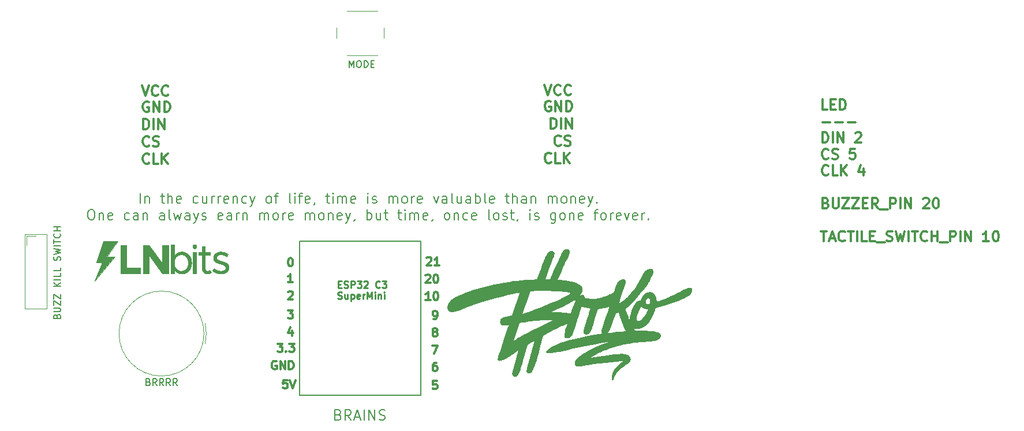
<source format=gbr>
%TF.GenerationSoftware,KiCad,Pcbnew,7.0.6-0*%
%TF.CreationDate,2023-12-05T18:44:41+00:00*%
%TF.ProjectId,Bitko clock,4269746b-6f20-4636-9c6f-636b2e6b6963,rev?*%
%TF.SameCoordinates,Original*%
%TF.FileFunction,Legend,Top*%
%TF.FilePolarity,Positive*%
%FSLAX46Y46*%
G04 Gerber Fmt 4.6, Leading zero omitted, Abs format (unit mm)*
G04 Created by KiCad (PCBNEW 7.0.6-0) date 2023-12-05 18:44:41*
%MOMM*%
%LPD*%
G01*
G04 APERTURE LIST*
%ADD10C,0.300000*%
%ADD11C,0.150000*%
%ADD12C,0.000000*%
%ADD13C,0.039687*%
%ADD14C,0.200000*%
%ADD15C,0.250000*%
%ADD16C,0.120000*%
%ADD17C,0.100000*%
G04 APERTURE END LIST*
D10*
X142238796Y-49060828D02*
X141524510Y-49060828D01*
X141524510Y-49060828D02*
X141524510Y-47560828D01*
X142738796Y-48275114D02*
X143238796Y-48275114D01*
X143453082Y-49060828D02*
X142738796Y-49060828D01*
X142738796Y-49060828D02*
X142738796Y-47560828D01*
X142738796Y-47560828D02*
X143453082Y-47560828D01*
X144095939Y-49060828D02*
X144095939Y-47560828D01*
X144095939Y-47560828D02*
X144453082Y-47560828D01*
X144453082Y-47560828D02*
X144667368Y-47632257D01*
X144667368Y-47632257D02*
X144810225Y-47775114D01*
X144810225Y-47775114D02*
X144881654Y-47917971D01*
X144881654Y-47917971D02*
X144953082Y-48203685D01*
X144953082Y-48203685D02*
X144953082Y-48417971D01*
X144953082Y-48417971D02*
X144881654Y-48703685D01*
X144881654Y-48703685D02*
X144810225Y-48846542D01*
X144810225Y-48846542D02*
X144667368Y-48989400D01*
X144667368Y-48989400D02*
X144453082Y-49060828D01*
X144453082Y-49060828D02*
X144095939Y-49060828D01*
X141524510Y-50904400D02*
X142667368Y-50904400D01*
X143381653Y-50904400D02*
X144524511Y-50904400D01*
X145238796Y-50904400D02*
X146381654Y-50904400D01*
X141524510Y-53890828D02*
X141524510Y-52390828D01*
X141524510Y-52390828D02*
X141881653Y-52390828D01*
X141881653Y-52390828D02*
X142095939Y-52462257D01*
X142095939Y-52462257D02*
X142238796Y-52605114D01*
X142238796Y-52605114D02*
X142310225Y-52747971D01*
X142310225Y-52747971D02*
X142381653Y-53033685D01*
X142381653Y-53033685D02*
X142381653Y-53247971D01*
X142381653Y-53247971D02*
X142310225Y-53533685D01*
X142310225Y-53533685D02*
X142238796Y-53676542D01*
X142238796Y-53676542D02*
X142095939Y-53819400D01*
X142095939Y-53819400D02*
X141881653Y-53890828D01*
X141881653Y-53890828D02*
X141524510Y-53890828D01*
X143024510Y-53890828D02*
X143024510Y-52390828D01*
X143738796Y-53890828D02*
X143738796Y-52390828D01*
X143738796Y-52390828D02*
X144595939Y-53890828D01*
X144595939Y-53890828D02*
X144595939Y-52390828D01*
X146381654Y-52533685D02*
X146453082Y-52462257D01*
X146453082Y-52462257D02*
X146595940Y-52390828D01*
X146595940Y-52390828D02*
X146953082Y-52390828D01*
X146953082Y-52390828D02*
X147095940Y-52462257D01*
X147095940Y-52462257D02*
X147167368Y-52533685D01*
X147167368Y-52533685D02*
X147238797Y-52676542D01*
X147238797Y-52676542D02*
X147238797Y-52819400D01*
X147238797Y-52819400D02*
X147167368Y-53033685D01*
X147167368Y-53033685D02*
X146310225Y-53890828D01*
X146310225Y-53890828D02*
X147238797Y-53890828D01*
X142381653Y-56162971D02*
X142310225Y-56234400D01*
X142310225Y-56234400D02*
X142095939Y-56305828D01*
X142095939Y-56305828D02*
X141953082Y-56305828D01*
X141953082Y-56305828D02*
X141738796Y-56234400D01*
X141738796Y-56234400D02*
X141595939Y-56091542D01*
X141595939Y-56091542D02*
X141524510Y-55948685D01*
X141524510Y-55948685D02*
X141453082Y-55662971D01*
X141453082Y-55662971D02*
X141453082Y-55448685D01*
X141453082Y-55448685D02*
X141524510Y-55162971D01*
X141524510Y-55162971D02*
X141595939Y-55020114D01*
X141595939Y-55020114D02*
X141738796Y-54877257D01*
X141738796Y-54877257D02*
X141953082Y-54805828D01*
X141953082Y-54805828D02*
X142095939Y-54805828D01*
X142095939Y-54805828D02*
X142310225Y-54877257D01*
X142310225Y-54877257D02*
X142381653Y-54948685D01*
X142953082Y-56234400D02*
X143167368Y-56305828D01*
X143167368Y-56305828D02*
X143524510Y-56305828D01*
X143524510Y-56305828D02*
X143667368Y-56234400D01*
X143667368Y-56234400D02*
X143738796Y-56162971D01*
X143738796Y-56162971D02*
X143810225Y-56020114D01*
X143810225Y-56020114D02*
X143810225Y-55877257D01*
X143810225Y-55877257D02*
X143738796Y-55734400D01*
X143738796Y-55734400D02*
X143667368Y-55662971D01*
X143667368Y-55662971D02*
X143524510Y-55591542D01*
X143524510Y-55591542D02*
X143238796Y-55520114D01*
X143238796Y-55520114D02*
X143095939Y-55448685D01*
X143095939Y-55448685D02*
X143024510Y-55377257D01*
X143024510Y-55377257D02*
X142953082Y-55234400D01*
X142953082Y-55234400D02*
X142953082Y-55091542D01*
X142953082Y-55091542D02*
X143024510Y-54948685D01*
X143024510Y-54948685D02*
X143095939Y-54877257D01*
X143095939Y-54877257D02*
X143238796Y-54805828D01*
X143238796Y-54805828D02*
X143595939Y-54805828D01*
X143595939Y-54805828D02*
X143810225Y-54877257D01*
X146310224Y-54805828D02*
X145595938Y-54805828D01*
X145595938Y-54805828D02*
X145524510Y-55520114D01*
X145524510Y-55520114D02*
X145595938Y-55448685D01*
X145595938Y-55448685D02*
X145738796Y-55377257D01*
X145738796Y-55377257D02*
X146095938Y-55377257D01*
X146095938Y-55377257D02*
X146238796Y-55448685D01*
X146238796Y-55448685D02*
X146310224Y-55520114D01*
X146310224Y-55520114D02*
X146381653Y-55662971D01*
X146381653Y-55662971D02*
X146381653Y-56020114D01*
X146381653Y-56020114D02*
X146310224Y-56162971D01*
X146310224Y-56162971D02*
X146238796Y-56234400D01*
X146238796Y-56234400D02*
X146095938Y-56305828D01*
X146095938Y-56305828D02*
X145738796Y-56305828D01*
X145738796Y-56305828D02*
X145595938Y-56234400D01*
X145595938Y-56234400D02*
X145524510Y-56162971D01*
X142381653Y-58577971D02*
X142310225Y-58649400D01*
X142310225Y-58649400D02*
X142095939Y-58720828D01*
X142095939Y-58720828D02*
X141953082Y-58720828D01*
X141953082Y-58720828D02*
X141738796Y-58649400D01*
X141738796Y-58649400D02*
X141595939Y-58506542D01*
X141595939Y-58506542D02*
X141524510Y-58363685D01*
X141524510Y-58363685D02*
X141453082Y-58077971D01*
X141453082Y-58077971D02*
X141453082Y-57863685D01*
X141453082Y-57863685D02*
X141524510Y-57577971D01*
X141524510Y-57577971D02*
X141595939Y-57435114D01*
X141595939Y-57435114D02*
X141738796Y-57292257D01*
X141738796Y-57292257D02*
X141953082Y-57220828D01*
X141953082Y-57220828D02*
X142095939Y-57220828D01*
X142095939Y-57220828D02*
X142310225Y-57292257D01*
X142310225Y-57292257D02*
X142381653Y-57363685D01*
X143738796Y-58720828D02*
X143024510Y-58720828D01*
X143024510Y-58720828D02*
X143024510Y-57220828D01*
X144238796Y-58720828D02*
X144238796Y-57220828D01*
X145095939Y-58720828D02*
X144453082Y-57863685D01*
X145095939Y-57220828D02*
X144238796Y-58077971D01*
X147524511Y-57720828D02*
X147524511Y-58720828D01*
X147167368Y-57149400D02*
X146810225Y-58220828D01*
X146810225Y-58220828D02*
X147738796Y-58220828D01*
X142024510Y-62765114D02*
X142238796Y-62836542D01*
X142238796Y-62836542D02*
X142310225Y-62907971D01*
X142310225Y-62907971D02*
X142381653Y-63050828D01*
X142381653Y-63050828D02*
X142381653Y-63265114D01*
X142381653Y-63265114D02*
X142310225Y-63407971D01*
X142310225Y-63407971D02*
X142238796Y-63479400D01*
X142238796Y-63479400D02*
X142095939Y-63550828D01*
X142095939Y-63550828D02*
X141524510Y-63550828D01*
X141524510Y-63550828D02*
X141524510Y-62050828D01*
X141524510Y-62050828D02*
X142024510Y-62050828D01*
X142024510Y-62050828D02*
X142167368Y-62122257D01*
X142167368Y-62122257D02*
X142238796Y-62193685D01*
X142238796Y-62193685D02*
X142310225Y-62336542D01*
X142310225Y-62336542D02*
X142310225Y-62479400D01*
X142310225Y-62479400D02*
X142238796Y-62622257D01*
X142238796Y-62622257D02*
X142167368Y-62693685D01*
X142167368Y-62693685D02*
X142024510Y-62765114D01*
X142024510Y-62765114D02*
X141524510Y-62765114D01*
X143024510Y-62050828D02*
X143024510Y-63265114D01*
X143024510Y-63265114D02*
X143095939Y-63407971D01*
X143095939Y-63407971D02*
X143167368Y-63479400D01*
X143167368Y-63479400D02*
X143310225Y-63550828D01*
X143310225Y-63550828D02*
X143595939Y-63550828D01*
X143595939Y-63550828D02*
X143738796Y-63479400D01*
X143738796Y-63479400D02*
X143810225Y-63407971D01*
X143810225Y-63407971D02*
X143881653Y-63265114D01*
X143881653Y-63265114D02*
X143881653Y-62050828D01*
X144453082Y-62050828D02*
X145453082Y-62050828D01*
X145453082Y-62050828D02*
X144453082Y-63550828D01*
X144453082Y-63550828D02*
X145453082Y-63550828D01*
X145881653Y-62050828D02*
X146881653Y-62050828D01*
X146881653Y-62050828D02*
X145881653Y-63550828D01*
X145881653Y-63550828D02*
X146881653Y-63550828D01*
X147453081Y-62765114D02*
X147953081Y-62765114D01*
X148167367Y-63550828D02*
X147453081Y-63550828D01*
X147453081Y-63550828D02*
X147453081Y-62050828D01*
X147453081Y-62050828D02*
X148167367Y-62050828D01*
X149667367Y-63550828D02*
X149167367Y-62836542D01*
X148810224Y-63550828D02*
X148810224Y-62050828D01*
X148810224Y-62050828D02*
X149381653Y-62050828D01*
X149381653Y-62050828D02*
X149524510Y-62122257D01*
X149524510Y-62122257D02*
X149595939Y-62193685D01*
X149595939Y-62193685D02*
X149667367Y-62336542D01*
X149667367Y-62336542D02*
X149667367Y-62550828D01*
X149667367Y-62550828D02*
X149595939Y-62693685D01*
X149595939Y-62693685D02*
X149524510Y-62765114D01*
X149524510Y-62765114D02*
X149381653Y-62836542D01*
X149381653Y-62836542D02*
X148810224Y-62836542D01*
X149953082Y-63693685D02*
X151095939Y-63693685D01*
X151453081Y-63550828D02*
X151453081Y-62050828D01*
X151453081Y-62050828D02*
X152024510Y-62050828D01*
X152024510Y-62050828D02*
X152167367Y-62122257D01*
X152167367Y-62122257D02*
X152238796Y-62193685D01*
X152238796Y-62193685D02*
X152310224Y-62336542D01*
X152310224Y-62336542D02*
X152310224Y-62550828D01*
X152310224Y-62550828D02*
X152238796Y-62693685D01*
X152238796Y-62693685D02*
X152167367Y-62765114D01*
X152167367Y-62765114D02*
X152024510Y-62836542D01*
X152024510Y-62836542D02*
X151453081Y-62836542D01*
X152953081Y-63550828D02*
X152953081Y-62050828D01*
X153667367Y-63550828D02*
X153667367Y-62050828D01*
X153667367Y-62050828D02*
X154524510Y-63550828D01*
X154524510Y-63550828D02*
X154524510Y-62050828D01*
X156310225Y-62193685D02*
X156381653Y-62122257D01*
X156381653Y-62122257D02*
X156524511Y-62050828D01*
X156524511Y-62050828D02*
X156881653Y-62050828D01*
X156881653Y-62050828D02*
X157024511Y-62122257D01*
X157024511Y-62122257D02*
X157095939Y-62193685D01*
X157095939Y-62193685D02*
X157167368Y-62336542D01*
X157167368Y-62336542D02*
X157167368Y-62479400D01*
X157167368Y-62479400D02*
X157095939Y-62693685D01*
X157095939Y-62693685D02*
X156238796Y-63550828D01*
X156238796Y-63550828D02*
X157167368Y-63550828D01*
X158095939Y-62050828D02*
X158238796Y-62050828D01*
X158238796Y-62050828D02*
X158381653Y-62122257D01*
X158381653Y-62122257D02*
X158453082Y-62193685D01*
X158453082Y-62193685D02*
X158524510Y-62336542D01*
X158524510Y-62336542D02*
X158595939Y-62622257D01*
X158595939Y-62622257D02*
X158595939Y-62979400D01*
X158595939Y-62979400D02*
X158524510Y-63265114D01*
X158524510Y-63265114D02*
X158453082Y-63407971D01*
X158453082Y-63407971D02*
X158381653Y-63479400D01*
X158381653Y-63479400D02*
X158238796Y-63550828D01*
X158238796Y-63550828D02*
X158095939Y-63550828D01*
X158095939Y-63550828D02*
X157953082Y-63479400D01*
X157953082Y-63479400D02*
X157881653Y-63407971D01*
X157881653Y-63407971D02*
X157810224Y-63265114D01*
X157810224Y-63265114D02*
X157738796Y-62979400D01*
X157738796Y-62979400D02*
X157738796Y-62622257D01*
X157738796Y-62622257D02*
X157810224Y-62336542D01*
X157810224Y-62336542D02*
X157881653Y-62193685D01*
X157881653Y-62193685D02*
X157953082Y-62122257D01*
X157953082Y-62122257D02*
X158095939Y-62050828D01*
X141310225Y-66880828D02*
X142167368Y-66880828D01*
X141738796Y-68380828D02*
X141738796Y-66880828D01*
X142595939Y-67952257D02*
X143310225Y-67952257D01*
X142453082Y-68380828D02*
X142953082Y-66880828D01*
X142953082Y-66880828D02*
X143453082Y-68380828D01*
X144810224Y-68237971D02*
X144738796Y-68309400D01*
X144738796Y-68309400D02*
X144524510Y-68380828D01*
X144524510Y-68380828D02*
X144381653Y-68380828D01*
X144381653Y-68380828D02*
X144167367Y-68309400D01*
X144167367Y-68309400D02*
X144024510Y-68166542D01*
X144024510Y-68166542D02*
X143953081Y-68023685D01*
X143953081Y-68023685D02*
X143881653Y-67737971D01*
X143881653Y-67737971D02*
X143881653Y-67523685D01*
X143881653Y-67523685D02*
X143953081Y-67237971D01*
X143953081Y-67237971D02*
X144024510Y-67095114D01*
X144024510Y-67095114D02*
X144167367Y-66952257D01*
X144167367Y-66952257D02*
X144381653Y-66880828D01*
X144381653Y-66880828D02*
X144524510Y-66880828D01*
X144524510Y-66880828D02*
X144738796Y-66952257D01*
X144738796Y-66952257D02*
X144810224Y-67023685D01*
X145238796Y-66880828D02*
X146095939Y-66880828D01*
X145667367Y-68380828D02*
X145667367Y-66880828D01*
X146595938Y-68380828D02*
X146595938Y-66880828D01*
X148024510Y-68380828D02*
X147310224Y-68380828D01*
X147310224Y-68380828D02*
X147310224Y-66880828D01*
X148524510Y-67595114D02*
X149024510Y-67595114D01*
X149238796Y-68380828D02*
X148524510Y-68380828D01*
X148524510Y-68380828D02*
X148524510Y-66880828D01*
X148524510Y-66880828D02*
X149238796Y-66880828D01*
X149524511Y-68523685D02*
X150667368Y-68523685D01*
X150953082Y-68309400D02*
X151167368Y-68380828D01*
X151167368Y-68380828D02*
X151524510Y-68380828D01*
X151524510Y-68380828D02*
X151667368Y-68309400D01*
X151667368Y-68309400D02*
X151738796Y-68237971D01*
X151738796Y-68237971D02*
X151810225Y-68095114D01*
X151810225Y-68095114D02*
X151810225Y-67952257D01*
X151810225Y-67952257D02*
X151738796Y-67809400D01*
X151738796Y-67809400D02*
X151667368Y-67737971D01*
X151667368Y-67737971D02*
X151524510Y-67666542D01*
X151524510Y-67666542D02*
X151238796Y-67595114D01*
X151238796Y-67595114D02*
X151095939Y-67523685D01*
X151095939Y-67523685D02*
X151024510Y-67452257D01*
X151024510Y-67452257D02*
X150953082Y-67309400D01*
X150953082Y-67309400D02*
X150953082Y-67166542D01*
X150953082Y-67166542D02*
X151024510Y-67023685D01*
X151024510Y-67023685D02*
X151095939Y-66952257D01*
X151095939Y-66952257D02*
X151238796Y-66880828D01*
X151238796Y-66880828D02*
X151595939Y-66880828D01*
X151595939Y-66880828D02*
X151810225Y-66952257D01*
X152310224Y-66880828D02*
X152667367Y-68380828D01*
X152667367Y-68380828D02*
X152953081Y-67309400D01*
X152953081Y-67309400D02*
X153238796Y-68380828D01*
X153238796Y-68380828D02*
X153595939Y-66880828D01*
X154167367Y-68380828D02*
X154167367Y-66880828D01*
X154667368Y-66880828D02*
X155524511Y-66880828D01*
X155095939Y-68380828D02*
X155095939Y-66880828D01*
X156881653Y-68237971D02*
X156810225Y-68309400D01*
X156810225Y-68309400D02*
X156595939Y-68380828D01*
X156595939Y-68380828D02*
X156453082Y-68380828D01*
X156453082Y-68380828D02*
X156238796Y-68309400D01*
X156238796Y-68309400D02*
X156095939Y-68166542D01*
X156095939Y-68166542D02*
X156024510Y-68023685D01*
X156024510Y-68023685D02*
X155953082Y-67737971D01*
X155953082Y-67737971D02*
X155953082Y-67523685D01*
X155953082Y-67523685D02*
X156024510Y-67237971D01*
X156024510Y-67237971D02*
X156095939Y-67095114D01*
X156095939Y-67095114D02*
X156238796Y-66952257D01*
X156238796Y-66952257D02*
X156453082Y-66880828D01*
X156453082Y-66880828D02*
X156595939Y-66880828D01*
X156595939Y-66880828D02*
X156810225Y-66952257D01*
X156810225Y-66952257D02*
X156881653Y-67023685D01*
X157524510Y-68380828D02*
X157524510Y-66880828D01*
X157524510Y-67595114D02*
X158381653Y-67595114D01*
X158381653Y-68380828D02*
X158381653Y-66880828D01*
X158738797Y-68523685D02*
X159881654Y-68523685D01*
X160238796Y-68380828D02*
X160238796Y-66880828D01*
X160238796Y-66880828D02*
X160810225Y-66880828D01*
X160810225Y-66880828D02*
X160953082Y-66952257D01*
X160953082Y-66952257D02*
X161024511Y-67023685D01*
X161024511Y-67023685D02*
X161095939Y-67166542D01*
X161095939Y-67166542D02*
X161095939Y-67380828D01*
X161095939Y-67380828D02*
X161024511Y-67523685D01*
X161024511Y-67523685D02*
X160953082Y-67595114D01*
X160953082Y-67595114D02*
X160810225Y-67666542D01*
X160810225Y-67666542D02*
X160238796Y-67666542D01*
X161738796Y-68380828D02*
X161738796Y-66880828D01*
X162453082Y-68380828D02*
X162453082Y-66880828D01*
X162453082Y-66880828D02*
X163310225Y-68380828D01*
X163310225Y-68380828D02*
X163310225Y-66880828D01*
X165953083Y-68380828D02*
X165095940Y-68380828D01*
X165524511Y-68380828D02*
X165524511Y-66880828D01*
X165524511Y-66880828D02*
X165381654Y-67095114D01*
X165381654Y-67095114D02*
X165238797Y-67237971D01*
X165238797Y-67237971D02*
X165095940Y-67309400D01*
X166881654Y-66880828D02*
X167024511Y-66880828D01*
X167024511Y-66880828D02*
X167167368Y-66952257D01*
X167167368Y-66952257D02*
X167238797Y-67023685D01*
X167238797Y-67023685D02*
X167310225Y-67166542D01*
X167310225Y-67166542D02*
X167381654Y-67452257D01*
X167381654Y-67452257D02*
X167381654Y-67809400D01*
X167381654Y-67809400D02*
X167310225Y-68095114D01*
X167310225Y-68095114D02*
X167238797Y-68237971D01*
X167238797Y-68237971D02*
X167167368Y-68309400D01*
X167167368Y-68309400D02*
X167024511Y-68380828D01*
X167024511Y-68380828D02*
X166881654Y-68380828D01*
X166881654Y-68380828D02*
X166738797Y-68309400D01*
X166738797Y-68309400D02*
X166667368Y-68237971D01*
X166667368Y-68237971D02*
X166595939Y-68095114D01*
X166595939Y-68095114D02*
X166524511Y-67809400D01*
X166524511Y-67809400D02*
X166524511Y-67452257D01*
X166524511Y-67452257D02*
X166595939Y-67166542D01*
X166595939Y-67166542D02*
X166667368Y-67023685D01*
X166667368Y-67023685D02*
X166738797Y-66952257D01*
X166738797Y-66952257D02*
X166881654Y-66880828D01*
D11*
X64797000Y-68389000D02*
X82577000Y-68389000D01*
X82577000Y-90995000D01*
X64797000Y-90995000D01*
X64797000Y-68389000D01*
D12*
G36*
X104140000Y-69532000D02*
G01*
X104166196Y-69534149D01*
X104192319Y-69538424D01*
X104218225Y-69544937D01*
X104243769Y-69553803D01*
X104268805Y-69565137D01*
X104293187Y-69579052D01*
X104316772Y-69595663D01*
X104328219Y-69605015D01*
X104339412Y-69615084D01*
X104350334Y-69625884D01*
X104360965Y-69637429D01*
X104371287Y-69649733D01*
X104381283Y-69662811D01*
X104390934Y-69676678D01*
X104400223Y-69691347D01*
X104409130Y-69706832D01*
X104417638Y-69723148D01*
X104425728Y-69740310D01*
X104433383Y-69758331D01*
X104440585Y-69777225D01*
X104447314Y-69797008D01*
X104453554Y-69817693D01*
X104459285Y-69839294D01*
X104464491Y-69861826D01*
X104469151Y-69885303D01*
X104467294Y-69933144D01*
X104462261Y-69983814D01*
X104454399Y-70036715D01*
X104444057Y-70091251D01*
X104431583Y-70146823D01*
X104417326Y-70202836D01*
X104401634Y-70258691D01*
X104384854Y-70313791D01*
X104349427Y-70419340D01*
X104313830Y-70514704D01*
X104280850Y-70595106D01*
X104253272Y-70655769D01*
X104107893Y-70949342D01*
X103960624Y-71242130D01*
X103814217Y-71535515D01*
X103671422Y-71830879D01*
X103475512Y-72262027D01*
X103235451Y-72811251D01*
X102717302Y-74013151D01*
X102988983Y-74037603D01*
X103245355Y-74062928D01*
X103482440Y-74088420D01*
X103696258Y-74113377D01*
X103882830Y-74137095D01*
X104038176Y-74158868D01*
X104158316Y-74177994D01*
X104239271Y-74193767D01*
X104790192Y-74310106D01*
X104935879Y-74343812D01*
X105092025Y-74384052D01*
X105262265Y-74433170D01*
X105450239Y-74493508D01*
X105519651Y-74518593D01*
X105594107Y-74549074D01*
X105672128Y-74584965D01*
X105752234Y-74626282D01*
X105832946Y-74673040D01*
X105912786Y-74725253D01*
X105990272Y-74782938D01*
X106063926Y-74846108D01*
X106098854Y-74879755D01*
X106132269Y-74914779D01*
X106163986Y-74951182D01*
X106193821Y-74988965D01*
X106221588Y-75028132D01*
X106247103Y-75068682D01*
X106270180Y-75110620D01*
X106290635Y-75153945D01*
X106308283Y-75198661D01*
X106322939Y-75244768D01*
X106334417Y-75292270D01*
X106342534Y-75341167D01*
X106347104Y-75391462D01*
X106347942Y-75443156D01*
X106344863Y-75496252D01*
X106337682Y-75550751D01*
X106329066Y-75595674D01*
X106318464Y-75641069D01*
X106306123Y-75686605D01*
X106292286Y-75731949D01*
X106277199Y-75776768D01*
X106261106Y-75820729D01*
X106244252Y-75863500D01*
X106226881Y-75904749D01*
X106209238Y-75944142D01*
X106191569Y-75981348D01*
X106174117Y-76016033D01*
X106157128Y-76047865D01*
X106140846Y-76076511D01*
X106125515Y-76101639D01*
X106111382Y-76122916D01*
X106098689Y-76140010D01*
X106070933Y-76174138D01*
X106043235Y-76207583D01*
X106015603Y-76240361D01*
X105988045Y-76272489D01*
X105960571Y-76303986D01*
X105933189Y-76334867D01*
X105878734Y-76394857D01*
X105886009Y-76390854D01*
X105893375Y-76386726D01*
X105900810Y-76382625D01*
X105904547Y-76380634D01*
X105908294Y-76378706D01*
X105965005Y-76352446D01*
X106016013Y-76330043D01*
X106061858Y-76311221D01*
X106103080Y-76295703D01*
X106140220Y-76283212D01*
X106173817Y-76273472D01*
X106204412Y-76266206D01*
X106232546Y-76261136D01*
X106258759Y-76257987D01*
X106283591Y-76256482D01*
X106307582Y-76256344D01*
X106331273Y-76257296D01*
X106355204Y-76259061D01*
X106379915Y-76261363D01*
X106433840Y-76266470D01*
X106459964Y-76276851D01*
X106483732Y-76287427D01*
X106505253Y-76298475D01*
X106524634Y-76310273D01*
X106541981Y-76323100D01*
X106549926Y-76329986D01*
X106557403Y-76337233D01*
X106564424Y-76344876D01*
X106571005Y-76352950D01*
X106577158Y-76361490D01*
X106582896Y-76370530D01*
X106588233Y-76380105D01*
X106593182Y-76390249D01*
X106601972Y-76412386D01*
X106609371Y-76437219D01*
X106615488Y-76465026D01*
X106620429Y-76496085D01*
X106624302Y-76530673D01*
X106627213Y-76569069D01*
X106629271Y-76611551D01*
X106629488Y-76614925D01*
X106629833Y-76618698D01*
X106630763Y-76627664D01*
X106631272Y-76632973D01*
X106631762Y-76638908D01*
X106632195Y-76645528D01*
X106632533Y-76652889D01*
X106930411Y-76714036D01*
X107184296Y-76763028D01*
X107299403Y-76782712D01*
X107409106Y-76799054D01*
X107515269Y-76811950D01*
X107619759Y-76821299D01*
X107724438Y-76827001D01*
X107831172Y-76828953D01*
X107941825Y-76827054D01*
X108058263Y-76821202D01*
X108182350Y-76811296D01*
X108315950Y-76797234D01*
X108460929Y-76778914D01*
X108619151Y-76756236D01*
X108793652Y-76716267D01*
X108963249Y-76673577D01*
X109128155Y-76628264D01*
X109288579Y-76580429D01*
X109444732Y-76530171D01*
X109596825Y-76477589D01*
X109745068Y-76422783D01*
X109889672Y-76365854D01*
X110030848Y-76306899D01*
X110168806Y-76246020D01*
X110303757Y-76183316D01*
X110435911Y-76118885D01*
X110692673Y-75985246D01*
X110940776Y-75845900D01*
X110976240Y-75728889D01*
X111006238Y-75628401D01*
X111030027Y-75546707D01*
X111046863Y-75486078D01*
X111083913Y-75350791D01*
X111121026Y-75222688D01*
X111157743Y-75102938D01*
X111193605Y-74992711D01*
X111228155Y-74893177D01*
X111260933Y-74805504D01*
X111291483Y-74730862D01*
X111319344Y-74670421D01*
X111356865Y-74598659D01*
X111395601Y-74531433D01*
X111435430Y-74468617D01*
X111476228Y-74410086D01*
X111517874Y-74355714D01*
X111560244Y-74305375D01*
X111603215Y-74258944D01*
X111646666Y-74216295D01*
X111690472Y-74177302D01*
X111734513Y-74141840D01*
X111778664Y-74109782D01*
X111822803Y-74081004D01*
X111866808Y-74055379D01*
X111910556Y-74032783D01*
X111953924Y-74013088D01*
X111996789Y-73996170D01*
X112039029Y-73981904D01*
X112080521Y-73970162D01*
X112121142Y-73960820D01*
X112160770Y-73953752D01*
X112199281Y-73948832D01*
X112236554Y-73945935D01*
X112272466Y-73944935D01*
X112306893Y-73945706D01*
X112339714Y-73948123D01*
X112370805Y-73952059D01*
X112400044Y-73957390D01*
X112427307Y-73963989D01*
X112452473Y-73971732D01*
X112475419Y-73980491D01*
X112496022Y-73990143D01*
X112514159Y-74000560D01*
X112529629Y-74011215D01*
X112544233Y-74022873D01*
X112570843Y-74049140D01*
X112594003Y-74079234D01*
X112613724Y-74113027D01*
X112630022Y-74150393D01*
X112642906Y-74191205D01*
X112652392Y-74235337D01*
X112658491Y-74282661D01*
X112661217Y-74333050D01*
X112660581Y-74386378D01*
X112656598Y-74442517D01*
X112649279Y-74501342D01*
X112638638Y-74562724D01*
X112624687Y-74626538D01*
X112607440Y-74692656D01*
X112586908Y-74760952D01*
X112351462Y-75496215D01*
X112199137Y-75968472D01*
X112099514Y-76273432D01*
X112022172Y-76506799D01*
X111847853Y-77033448D01*
X111699984Y-77485366D01*
X111864459Y-77385875D01*
X111946085Y-77335270D01*
X112027051Y-77283683D01*
X112107167Y-77230808D01*
X112186241Y-77176338D01*
X112264085Y-77119966D01*
X112340507Y-77061387D01*
X112424696Y-76993498D01*
X112507402Y-76924145D01*
X112588700Y-76853398D01*
X112668664Y-76781329D01*
X112824891Y-76633505D01*
X112976680Y-76481240D01*
X113124627Y-76325100D01*
X113269332Y-76165650D01*
X113411390Y-76003457D01*
X113551399Y-75839086D01*
X113774847Y-75564583D01*
X113982686Y-75290797D01*
X114177247Y-75015543D01*
X114360862Y-74736633D01*
X114535861Y-74451883D01*
X114704575Y-74159105D01*
X114869336Y-73856114D01*
X115032473Y-73540725D01*
X115127744Y-73347628D01*
X115227525Y-73152347D01*
X115281683Y-73056578D01*
X115340058Y-72963491D01*
X115403682Y-72874162D01*
X115473584Y-72789668D01*
X115511211Y-72749570D01*
X115550794Y-72711084D01*
X115592461Y-72674345D01*
X115636342Y-72639487D01*
X115682565Y-72606644D01*
X115731258Y-72575952D01*
X115782552Y-72547544D01*
X115836573Y-72521556D01*
X115893452Y-72498121D01*
X115953317Y-72477375D01*
X116016296Y-72459451D01*
X116082519Y-72444484D01*
X116152114Y-72432609D01*
X116225210Y-72423961D01*
X116301935Y-72418673D01*
X116382419Y-72416881D01*
X116415476Y-72418232D01*
X116446297Y-72422181D01*
X116474954Y-72428577D01*
X116501521Y-72437264D01*
X116526070Y-72448088D01*
X116548673Y-72460896D01*
X116569403Y-72475535D01*
X116588332Y-72491849D01*
X116605534Y-72509687D01*
X116621080Y-72528892D01*
X116635044Y-72549313D01*
X116647497Y-72570794D01*
X116658513Y-72593183D01*
X116668164Y-72616325D01*
X116676522Y-72640067D01*
X116683661Y-72664254D01*
X116694569Y-72713351D01*
X116701468Y-72762384D01*
X116704940Y-72810125D01*
X116705564Y-72855341D01*
X116703921Y-72896804D01*
X116700593Y-72933281D01*
X116696158Y-72963543D01*
X116691199Y-72986359D01*
X116616385Y-73236343D01*
X116529068Y-73480895D01*
X116430114Y-73720256D01*
X116320392Y-73954667D01*
X116200768Y-74184370D01*
X116072112Y-74409607D01*
X115935289Y-74630619D01*
X115791169Y-74847647D01*
X115640618Y-75060934D01*
X115484505Y-75270720D01*
X115323696Y-75477248D01*
X115159059Y-75680758D01*
X114821774Y-76079695D01*
X114479589Y-76469461D01*
X114077493Y-76921113D01*
X113855732Y-77163150D01*
X113624008Y-77406338D01*
X113505311Y-77526100D01*
X113385203Y-77643435D01*
X113264047Y-77757436D01*
X113142201Y-77867199D01*
X113020027Y-77971817D01*
X112897885Y-78070387D01*
X112776135Y-78162002D01*
X112655137Y-78245758D01*
X112709866Y-78457691D01*
X112769381Y-78667800D01*
X112833530Y-78876126D01*
X112902160Y-79082715D01*
X112975121Y-79287608D01*
X113052261Y-79490851D01*
X113133427Y-79692486D01*
X113218468Y-79892556D01*
X113227100Y-79793613D01*
X113234877Y-79727900D01*
X114275410Y-79727900D01*
X114275685Y-79747410D01*
X114276380Y-79766328D01*
X114277486Y-79784658D01*
X114278996Y-79802404D01*
X114280903Y-79819570D01*
X114283198Y-79836159D01*
X114285874Y-79852177D01*
X114288922Y-79867626D01*
X114292336Y-79882510D01*
X114296108Y-79896835D01*
X114300229Y-79910602D01*
X114304692Y-79923817D01*
X114309490Y-79936484D01*
X114314614Y-79948606D01*
X114320057Y-79960187D01*
X114325811Y-79971232D01*
X114331868Y-79981743D01*
X114338221Y-79991726D01*
X114344861Y-80001184D01*
X114351782Y-80010121D01*
X114358974Y-80018541D01*
X114366432Y-80026448D01*
X114374146Y-80033846D01*
X114382109Y-80040738D01*
X114390314Y-80047130D01*
X114398752Y-80053024D01*
X114407416Y-80058425D01*
X114416298Y-80063336D01*
X114425390Y-80067762D01*
X114434685Y-80071707D01*
X114444175Y-80075174D01*
X114456504Y-80078741D01*
X114469746Y-80081404D01*
X114483833Y-80083191D01*
X114498695Y-80084131D01*
X114514263Y-80084253D01*
X114530469Y-80083584D01*
X114547242Y-80082153D01*
X114564515Y-80079989D01*
X114582217Y-80077120D01*
X114600279Y-80073575D01*
X114618634Y-80069381D01*
X114637210Y-80064568D01*
X114655940Y-80059164D01*
X114674754Y-80053197D01*
X114693582Y-80046695D01*
X114712357Y-80039688D01*
X114726510Y-80033836D01*
X114740943Y-80027162D01*
X114770515Y-80011549D01*
X114800804Y-79993250D01*
X114831545Y-79972665D01*
X114862468Y-79950196D01*
X114893306Y-79926243D01*
X114923791Y-79901209D01*
X114953656Y-79875492D01*
X114982633Y-79849496D01*
X115010454Y-79823619D01*
X115061557Y-79773833D01*
X115104825Y-79729340D01*
X115138114Y-79693349D01*
X115246757Y-79566176D01*
X115356717Y-79424100D01*
X115411646Y-79347797D01*
X115466251Y-79268157D01*
X115520312Y-79185310D01*
X115573612Y-79099385D01*
X115625933Y-79010512D01*
X115677057Y-78918820D01*
X115726765Y-78824439D01*
X115774840Y-78727498D01*
X115821062Y-78628127D01*
X115865215Y-78526456D01*
X115907080Y-78422613D01*
X115946438Y-78316730D01*
X115903870Y-78319716D01*
X115862038Y-78321519D01*
X115821818Y-78322323D01*
X115784083Y-78322314D01*
X115749711Y-78321677D01*
X115719575Y-78320596D01*
X115694552Y-78319256D01*
X115675515Y-78317842D01*
X115613265Y-78310833D01*
X115553205Y-78301146D01*
X115495344Y-78288874D01*
X115439695Y-78274112D01*
X115386266Y-78256952D01*
X115335070Y-78237488D01*
X115286115Y-78215814D01*
X115239414Y-78192022D01*
X115194976Y-78166207D01*
X115152811Y-78138461D01*
X115112931Y-78108879D01*
X115075346Y-78077553D01*
X115040067Y-78044577D01*
X115007103Y-78010045D01*
X114976465Y-77974049D01*
X114948165Y-77936684D01*
X114930316Y-77980009D01*
X114911821Y-78022118D01*
X114892919Y-78062812D01*
X114873847Y-78101893D01*
X114854844Y-78139163D01*
X114836147Y-78174423D01*
X114817995Y-78207475D01*
X114800626Y-78238119D01*
X114769189Y-78291394D01*
X114743741Y-78332660D01*
X114718431Y-78372813D01*
X114667349Y-78474398D01*
X114614722Y-78585272D01*
X114562037Y-78702643D01*
X114510784Y-78823721D01*
X114462451Y-78945715D01*
X114418528Y-79065837D01*
X114380504Y-79181294D01*
X114364169Y-79236402D01*
X114349867Y-79289297D01*
X114330214Y-79360094D01*
X114318412Y-79403565D01*
X114306491Y-79452623D01*
X114295347Y-79507421D01*
X114290348Y-79537020D01*
X114285880Y-79568112D01*
X114282055Y-79600717D01*
X114278985Y-79634852D01*
X114276784Y-79670538D01*
X114275562Y-79707793D01*
X114275410Y-79727900D01*
X113234877Y-79727900D01*
X113238700Y-79695591D01*
X113252864Y-79599001D01*
X113269189Y-79504350D01*
X113287272Y-79412147D01*
X113306710Y-79322901D01*
X113327100Y-79237121D01*
X113348039Y-79155316D01*
X113389951Y-79005663D01*
X113429223Y-78878013D01*
X113486945Y-78705001D01*
X113517620Y-78617558D01*
X113550597Y-78529070D01*
X113622712Y-78350380D01*
X113701800Y-78171770D01*
X113786372Y-77996079D01*
X113874937Y-77826146D01*
X113966006Y-77664809D01*
X114012014Y-77588251D01*
X114058089Y-77514907D01*
X114104045Y-77445132D01*
X114149695Y-77379280D01*
X114166542Y-77356613D01*
X114184223Y-77334664D01*
X114202688Y-77313459D01*
X114210986Y-77304625D01*
X115596640Y-77304625D01*
X115597142Y-77320032D01*
X115598216Y-77335042D01*
X115599862Y-77349650D01*
X115602081Y-77363851D01*
X115604874Y-77377639D01*
X115608241Y-77391008D01*
X115612184Y-77403952D01*
X115616704Y-77416467D01*
X115621802Y-77428547D01*
X115627478Y-77440186D01*
X115633733Y-77451378D01*
X115640569Y-77462119D01*
X115647986Y-77472402D01*
X115655986Y-77482223D01*
X115664569Y-77491574D01*
X115673736Y-77500452D01*
X115683488Y-77508850D01*
X115693826Y-77516763D01*
X115704751Y-77524186D01*
X115716264Y-77531112D01*
X115728366Y-77537537D01*
X115741058Y-77543454D01*
X115754340Y-77548859D01*
X115767153Y-77553042D01*
X115782107Y-77556679D01*
X115799183Y-77559736D01*
X115818367Y-77562178D01*
X115839641Y-77563973D01*
X115862990Y-77565086D01*
X115915842Y-77565129D01*
X115976793Y-77562037D01*
X116045711Y-77555537D01*
X116122463Y-77545357D01*
X116206917Y-77531227D01*
X116217455Y-77483079D01*
X116226592Y-77437114D01*
X116234390Y-77393281D01*
X116240910Y-77351529D01*
X116246214Y-77311806D01*
X116250362Y-77274062D01*
X116253416Y-77238245D01*
X116255436Y-77204306D01*
X116256485Y-77172191D01*
X116256623Y-77141852D01*
X116255911Y-77113236D01*
X116254412Y-77086293D01*
X116252185Y-77060971D01*
X116249292Y-77037220D01*
X116245795Y-77014988D01*
X116241754Y-76994225D01*
X116237231Y-76974879D01*
X116232287Y-76956900D01*
X116226982Y-76940236D01*
X116221380Y-76924837D01*
X116215540Y-76910651D01*
X116209523Y-76897628D01*
X116203392Y-76885716D01*
X116197207Y-76874864D01*
X116191029Y-76865021D01*
X116184920Y-76856137D01*
X116178940Y-76848161D01*
X116173152Y-76841040D01*
X116162392Y-76829164D01*
X116153131Y-76820101D01*
X116144353Y-76812369D01*
X116135069Y-76805122D01*
X116125314Y-76798361D01*
X116115120Y-76792087D01*
X116104522Y-76786302D01*
X116093552Y-76781009D01*
X116082243Y-76776208D01*
X116070630Y-76771901D01*
X116058744Y-76768089D01*
X116046621Y-76764775D01*
X116034292Y-76761960D01*
X116021792Y-76759646D01*
X116009153Y-76757833D01*
X115996408Y-76756525D01*
X115983592Y-76755722D01*
X115970738Y-76755426D01*
X115955875Y-76755946D01*
X115941118Y-76757593D01*
X115926481Y-76760330D01*
X115911978Y-76764120D01*
X115897624Y-76768926D01*
X115883432Y-76774713D01*
X115869417Y-76781443D01*
X115855593Y-76789080D01*
X115841973Y-76797587D01*
X115828572Y-76806927D01*
X115802483Y-76827960D01*
X115777440Y-76851887D01*
X115753553Y-76878414D01*
X115730937Y-76907248D01*
X115709703Y-76938095D01*
X115689965Y-76970662D01*
X115671836Y-77004656D01*
X115655428Y-77039783D01*
X115640853Y-77075750D01*
X115628226Y-77112264D01*
X115617658Y-77149031D01*
X115613063Y-77167758D01*
X115609031Y-77186138D01*
X115605563Y-77204166D01*
X115602659Y-77221836D01*
X115600320Y-77239142D01*
X115598548Y-77256080D01*
X115597343Y-77272644D01*
X115596707Y-77288827D01*
X115596640Y-77304625D01*
X114210986Y-77304625D01*
X114221884Y-77293024D01*
X114262262Y-77254568D01*
X114304942Y-77219506D01*
X114349511Y-77188048D01*
X114395552Y-77160402D01*
X114442652Y-77136778D01*
X114466469Y-77126540D01*
X114490395Y-77117386D01*
X114514378Y-77109342D01*
X114538366Y-77102434D01*
X114562307Y-77096689D01*
X114586150Y-77092132D01*
X114609843Y-77088790D01*
X114633333Y-77086690D01*
X114656570Y-77085856D01*
X114679500Y-77086316D01*
X114702073Y-77088095D01*
X114724236Y-77091220D01*
X114745937Y-77095717D01*
X114767126Y-77101612D01*
X114787748Y-77108931D01*
X114807754Y-77117700D01*
X114827091Y-77127946D01*
X114845707Y-77139694D01*
X114862990Y-77076737D01*
X114881754Y-77014047D01*
X114901964Y-76951792D01*
X114923584Y-76890140D01*
X114946578Y-76829257D01*
X114970909Y-76769310D01*
X114996543Y-76710466D01*
X115023443Y-76652893D01*
X115051572Y-76596758D01*
X115080896Y-76542227D01*
X115111379Y-76489468D01*
X115142984Y-76438649D01*
X115175675Y-76389935D01*
X115209417Y-76343495D01*
X115244173Y-76299495D01*
X115279909Y-76258103D01*
X115279652Y-76257983D01*
X115279617Y-76257965D01*
X115279583Y-76257946D01*
X115279549Y-76257926D01*
X115279515Y-76257905D01*
X115279483Y-76257883D01*
X115279451Y-76257859D01*
X115279421Y-76257834D01*
X115279392Y-76257807D01*
X115301646Y-76230033D01*
X115325046Y-76203505D01*
X115349349Y-76178234D01*
X115374312Y-76154235D01*
X115399691Y-76131519D01*
X115425244Y-76110100D01*
X115450728Y-76089989D01*
X115475899Y-76071201D01*
X115500514Y-76053746D01*
X115524331Y-76037639D01*
X115568596Y-76009516D01*
X115606749Y-75986934D01*
X115636845Y-75969994D01*
X115672337Y-75951427D01*
X115708541Y-75934500D01*
X115745394Y-75919160D01*
X115782833Y-75905353D01*
X115820795Y-75893023D01*
X115859218Y-75882117D01*
X115898040Y-75872581D01*
X115937196Y-75864360D01*
X115976626Y-75857401D01*
X116016265Y-75851650D01*
X116056051Y-75847051D01*
X116095922Y-75843551D01*
X116135815Y-75841096D01*
X116175666Y-75839632D01*
X116215414Y-75839104D01*
X116254995Y-75839459D01*
X116284411Y-75840649D01*
X116313189Y-75843008D01*
X116341322Y-75846472D01*
X116368803Y-75850976D01*
X116395625Y-75856455D01*
X116421783Y-75862846D01*
X116447268Y-75870082D01*
X116472075Y-75878100D01*
X116496196Y-75886835D01*
X116519626Y-75896223D01*
X116542357Y-75906197D01*
X116564382Y-75916695D01*
X116585695Y-75927651D01*
X116606289Y-75939001D01*
X116626158Y-75950680D01*
X116645294Y-75962623D01*
X116681343Y-75987043D01*
X116714382Y-76011745D01*
X116744358Y-76036211D01*
X116771216Y-76059924D01*
X116794903Y-76082367D01*
X116815366Y-76103023D01*
X116846402Y-76136904D01*
X116866791Y-76158407D01*
X116886537Y-76180436D01*
X116905644Y-76202982D01*
X116924116Y-76226036D01*
X116941956Y-76249591D01*
X116959167Y-76273638D01*
X116975753Y-76298169D01*
X116991717Y-76323177D01*
X117007064Y-76348652D01*
X117021795Y-76374587D01*
X117035916Y-76400974D01*
X117049428Y-76427804D01*
X117062337Y-76455070D01*
X117074645Y-76482763D01*
X117086355Y-76510875D01*
X117097471Y-76539398D01*
X117098714Y-76542553D01*
X117099907Y-76545687D01*
X117101086Y-76548806D01*
X117102286Y-76551919D01*
X117107483Y-76565903D01*
X117112798Y-76579839D01*
X117117988Y-76593872D01*
X117120460Y-76600971D01*
X117122809Y-76608148D01*
X117133247Y-76639993D01*
X117147366Y-76688413D01*
X117163622Y-76751494D01*
X117180473Y-76827323D01*
X117196376Y-76913988D01*
X117209788Y-77009573D01*
X117215078Y-77060114D01*
X117219166Y-77112167D01*
X117221861Y-77165493D01*
X117222968Y-77219854D01*
X117311125Y-77198548D01*
X117399037Y-77176414D01*
X117442809Y-77164727D01*
X117486408Y-77152461D01*
X117529797Y-77139492D01*
X117572939Y-77125695D01*
X117884884Y-77018127D01*
X118188000Y-76905508D01*
X118481620Y-76789089D01*
X118765076Y-76670124D01*
X119037700Y-76549866D01*
X119298824Y-76429567D01*
X119783901Y-76193857D01*
X120214963Y-75973017D01*
X120586670Y-75777069D01*
X120893677Y-75616035D01*
X121130642Y-75499937D01*
X121246528Y-75448355D01*
X121357439Y-75400474D01*
X121463296Y-75356571D01*
X121564019Y-75316923D01*
X121659530Y-75281807D01*
X121749750Y-75251499D01*
X121834599Y-75226277D01*
X121874985Y-75215660D01*
X121913998Y-75206418D01*
X121979281Y-75193617D01*
X122040213Y-75185372D01*
X122069030Y-75183016D01*
X122096738Y-75181870D01*
X122123331Y-75181957D01*
X122148801Y-75183300D01*
X122173142Y-75185924D01*
X122196345Y-75189852D01*
X122218405Y-75195106D01*
X122239313Y-75201712D01*
X122259064Y-75209692D01*
X122277650Y-75219071D01*
X122295063Y-75229870D01*
X122311298Y-75242115D01*
X122326346Y-75255829D01*
X122340202Y-75271034D01*
X122352857Y-75287756D01*
X122364305Y-75306017D01*
X122374538Y-75325841D01*
X122383551Y-75347251D01*
X122391335Y-75370272D01*
X122397883Y-75394926D01*
X122403189Y-75421237D01*
X122407246Y-75449229D01*
X122410046Y-75478925D01*
X122411582Y-75510349D01*
X122411848Y-75543524D01*
X122410836Y-75578474D01*
X122408539Y-75615223D01*
X122404951Y-75653794D01*
X122399408Y-75693754D01*
X122391644Y-75732935D01*
X122381783Y-75771324D01*
X122369951Y-75808908D01*
X122356274Y-75845674D01*
X122340876Y-75881609D01*
X122323885Y-75916700D01*
X122305425Y-75950934D01*
X122285621Y-75984299D01*
X122264600Y-76016781D01*
X122242486Y-76048367D01*
X122219406Y-76079044D01*
X122170848Y-76137621D01*
X122119930Y-76192408D01*
X122067656Y-76243301D01*
X122015030Y-76290197D01*
X121963056Y-76332992D01*
X121912739Y-76371582D01*
X121865083Y-76405864D01*
X121821093Y-76435734D01*
X121748124Y-76481824D01*
X121525302Y-76609385D01*
X121281734Y-76736358D01*
X121019856Y-76862228D01*
X120742105Y-76986478D01*
X120148727Y-77228054D01*
X119521087Y-77456955D01*
X118878675Y-77669052D01*
X118240979Y-77860215D01*
X117627487Y-78026313D01*
X117057688Y-78163219D01*
X117013964Y-78327938D01*
X116965608Y-78492334D01*
X116912623Y-78656038D01*
X116855007Y-78818677D01*
X116792764Y-78979880D01*
X116725894Y-79139277D01*
X116654397Y-79296496D01*
X116578276Y-79451167D01*
X116497531Y-79602917D01*
X116412163Y-79751378D01*
X116322173Y-79896176D01*
X116227563Y-80036942D01*
X116128333Y-80173304D01*
X116024485Y-80304891D01*
X115916019Y-80431333D01*
X115802937Y-80552257D01*
X115747342Y-80607598D01*
X115689530Y-80661904D01*
X115629398Y-80714995D01*
X115566844Y-80766692D01*
X115501765Y-80816816D01*
X115434059Y-80865188D01*
X115363623Y-80911628D01*
X115290356Y-80955957D01*
X115214154Y-80997996D01*
X115134915Y-81037565D01*
X115052537Y-81074485D01*
X114966917Y-81108578D01*
X114877953Y-81139663D01*
X114785543Y-81167561D01*
X114689584Y-81192093D01*
X114589973Y-81213081D01*
X114501330Y-81228123D01*
X114456868Y-81234295D01*
X114412331Y-81239451D01*
X114367731Y-81243506D01*
X114323083Y-81246371D01*
X114278400Y-81247960D01*
X114233696Y-81248188D01*
X114188983Y-81246966D01*
X114144277Y-81244209D01*
X114099590Y-81239829D01*
X114054936Y-81233741D01*
X114010328Y-81225856D01*
X113965781Y-81216089D01*
X113921307Y-81204353D01*
X113876920Y-81190561D01*
X113923642Y-81271726D01*
X113970774Y-81352711D01*
X114018447Y-81433446D01*
X114066795Y-81513862D01*
X114264262Y-81508847D01*
X114438665Y-81505694D01*
X114587745Y-81504235D01*
X114709245Y-81504304D01*
X115125883Y-81507055D01*
X115591874Y-81515251D01*
X115828093Y-81522250D01*
X116058310Y-81531642D01*
X116276410Y-81543771D01*
X116476281Y-81558979D01*
X116602342Y-81571399D01*
X116725921Y-81587000D01*
X116846328Y-81605717D01*
X116962873Y-81627484D01*
X117074868Y-81652237D01*
X117181621Y-81679910D01*
X117282443Y-81710437D01*
X117376644Y-81743752D01*
X117421046Y-81761435D01*
X117463534Y-81779791D01*
X117504022Y-81798812D01*
X117542423Y-81818488D01*
X117578652Y-81838813D01*
X117612622Y-81859778D01*
X117644247Y-81881375D01*
X117673441Y-81903595D01*
X117700117Y-81926431D01*
X117724189Y-81949873D01*
X117745571Y-81973915D01*
X117764177Y-81998548D01*
X117779921Y-82023764D01*
X117792715Y-82049554D01*
X117802475Y-82075910D01*
X117809114Y-82102825D01*
X117817689Y-82173550D01*
X117817090Y-82246353D01*
X117806627Y-82320490D01*
X117785610Y-82395219D01*
X117753348Y-82469798D01*
X117709152Y-82543483D01*
X117682363Y-82579758D01*
X117652331Y-82615532D01*
X117618970Y-82650711D01*
X117582195Y-82685203D01*
X117541918Y-82718915D01*
X117498054Y-82751753D01*
X117450515Y-82783626D01*
X117399217Y-82814439D01*
X117344072Y-82844102D01*
X117284995Y-82872520D01*
X117221898Y-82899600D01*
X117154697Y-82925251D01*
X117007633Y-82971890D01*
X116843113Y-83011696D01*
X116660446Y-83043924D01*
X116458944Y-83067834D01*
X114745156Y-83215148D01*
X114319378Y-83256031D01*
X113895520Y-83303071D01*
X113474005Y-83358535D01*
X113055260Y-83424692D01*
X112420166Y-83545214D01*
X111793448Y-83687057D01*
X111176126Y-83850763D01*
X110871306Y-83940983D01*
X110569218Y-84036871D01*
X110269989Y-84138495D01*
X109973746Y-84245923D01*
X109680617Y-84359222D01*
X109390729Y-84478460D01*
X109104211Y-84603704D01*
X108821188Y-84735022D01*
X108541790Y-84872482D01*
X108266143Y-85016151D01*
X108165560Y-85071044D01*
X108065835Y-85127165D01*
X107966878Y-85184371D01*
X107868603Y-85242513D01*
X107673746Y-85361028D01*
X107480563Y-85481543D01*
X108086758Y-85379622D01*
X108712223Y-85284064D01*
X109335999Y-85196215D01*
X109937131Y-85117423D01*
X110987628Y-84992398D01*
X111696053Y-84919768D01*
X111812779Y-84911331D01*
X111923527Y-84905771D01*
X112028453Y-84902924D01*
X112127710Y-84902624D01*
X112221451Y-84904705D01*
X112309831Y-84909003D01*
X112393004Y-84915352D01*
X112471122Y-84923586D01*
X112544341Y-84933540D01*
X112612814Y-84945049D01*
X112676694Y-84957948D01*
X112736136Y-84972069D01*
X112791294Y-84987250D01*
X112842320Y-85003323D01*
X112889370Y-85020124D01*
X112932597Y-85037487D01*
X112972154Y-85055247D01*
X113008196Y-85073238D01*
X113040876Y-85091295D01*
X113070348Y-85109253D01*
X113096766Y-85126946D01*
X113120285Y-85144208D01*
X113141056Y-85160875D01*
X113159236Y-85176780D01*
X113188432Y-85205646D01*
X113209105Y-85229483D01*
X113229800Y-85256775D01*
X113252848Y-85287697D01*
X113274173Y-85319001D01*
X113293769Y-85350717D01*
X113311631Y-85382873D01*
X113327751Y-85415497D01*
X113342123Y-85448618D01*
X113354740Y-85482265D01*
X113365596Y-85516465D01*
X113374685Y-85551248D01*
X113382000Y-85586642D01*
X113387533Y-85622676D01*
X113391280Y-85659377D01*
X113393233Y-85696776D01*
X113393386Y-85734900D01*
X113391733Y-85773777D01*
X113388266Y-85813437D01*
X113386031Y-85830845D01*
X113383115Y-85848109D01*
X113379531Y-85865231D01*
X113375292Y-85882213D01*
X113364907Y-85915766D01*
X113352068Y-85948787D01*
X113336886Y-85981294D01*
X113319470Y-86013305D01*
X113299929Y-86044839D01*
X113278372Y-86075913D01*
X113254911Y-86106547D01*
X113229653Y-86136758D01*
X113202708Y-86166564D01*
X113174187Y-86195984D01*
X113144197Y-86225036D01*
X113112850Y-86253738D01*
X113080254Y-86282108D01*
X113046518Y-86310165D01*
X112990090Y-86354040D01*
X112923277Y-86402636D01*
X112763263Y-86512876D01*
X112371009Y-86777762D01*
X112157816Y-86927954D01*
X112051120Y-87006515D01*
X111945945Y-87087013D01*
X111843481Y-87169171D01*
X111744918Y-87252711D01*
X111651448Y-87337354D01*
X111564261Y-87422823D01*
X111523276Y-87467253D01*
X111481071Y-87517444D01*
X111438130Y-87572308D01*
X111394934Y-87630754D01*
X111351967Y-87691692D01*
X111309713Y-87754033D01*
X111229274Y-87878565D01*
X111157482Y-87995630D01*
X111098202Y-88096511D01*
X111055299Y-88172490D01*
X111032638Y-88214848D01*
X111018636Y-88243787D01*
X111005264Y-88273797D01*
X110980037Y-88336728D01*
X110956207Y-88403039D01*
X110933025Y-88472129D01*
X110885610Y-88616241D01*
X110859879Y-88690059D01*
X110831798Y-88764251D01*
X110829984Y-88768202D01*
X110827721Y-88772165D01*
X110821933Y-88779934D01*
X110814602Y-88787184D01*
X110810411Y-88790497D01*
X110805896Y-88793540D01*
X110801079Y-88796267D01*
X110795981Y-88798630D01*
X110790622Y-88800582D01*
X110785023Y-88802077D01*
X110779206Y-88803068D01*
X110773191Y-88803509D01*
X110766999Y-88803352D01*
X110760651Y-88802551D01*
X110754168Y-88801058D01*
X110747570Y-88798828D01*
X110740879Y-88795813D01*
X110734115Y-88791967D01*
X110727300Y-88787243D01*
X110720454Y-88781594D01*
X110713598Y-88774973D01*
X110706752Y-88767333D01*
X110699939Y-88758629D01*
X110693178Y-88748812D01*
X110686491Y-88737837D01*
X110679898Y-88725656D01*
X110673421Y-88712223D01*
X110667079Y-88697491D01*
X110660895Y-88681412D01*
X110654889Y-88663942D01*
X110647780Y-88640389D01*
X110641571Y-88616486D01*
X110636227Y-88592277D01*
X110631710Y-88567804D01*
X110627986Y-88543111D01*
X110625018Y-88518241D01*
X110622770Y-88493235D01*
X110621207Y-88468139D01*
X110620293Y-88442993D01*
X110619991Y-88417842D01*
X110620265Y-88392728D01*
X110621081Y-88367695D01*
X110624190Y-88318041D01*
X110629032Y-88269224D01*
X110637952Y-88194100D01*
X110647846Y-88118877D01*
X110659085Y-88043746D01*
X110672037Y-87968899D01*
X110687073Y-87894528D01*
X110704563Y-87820824D01*
X110714343Y-87784282D01*
X110724875Y-87747980D01*
X110736206Y-87711940D01*
X110748381Y-87676187D01*
X110776533Y-87600954D01*
X110806801Y-87527799D01*
X110839055Y-87456694D01*
X110873168Y-87387613D01*
X110909011Y-87320529D01*
X110946456Y-87255415D01*
X110985373Y-87192245D01*
X111025636Y-87130992D01*
X111109680Y-87014130D01*
X111197562Y-86904614D01*
X111288253Y-86802233D01*
X111380727Y-86706770D01*
X111473955Y-86618013D01*
X111566910Y-86535748D01*
X111658564Y-86459762D01*
X111747890Y-86389839D01*
X111915446Y-86267332D01*
X112061359Y-86166517D01*
X112080629Y-86153035D01*
X112098449Y-86139988D01*
X112114847Y-86127391D01*
X112129846Y-86115258D01*
X112143473Y-86103603D01*
X112155753Y-86092439D01*
X112166711Y-86081782D01*
X112176372Y-86071645D01*
X112184763Y-86062041D01*
X112191908Y-86052985D01*
X112195021Y-86048667D01*
X112197833Y-86044492D01*
X112200346Y-86040460D01*
X112202563Y-86036574D01*
X112204488Y-86032835D01*
X112206123Y-86029246D01*
X112207473Y-86025808D01*
X112208540Y-86022522D01*
X112209327Y-86019391D01*
X112209838Y-86016416D01*
X112210076Y-86013599D01*
X112210043Y-86010942D01*
X112209540Y-86007201D01*
X112208587Y-86003656D01*
X112207205Y-86000301D01*
X112205417Y-85997132D01*
X112203245Y-85994144D01*
X112200710Y-85991333D01*
X112197834Y-85988693D01*
X112194639Y-85986219D01*
X112191147Y-85983907D01*
X112187379Y-85981751D01*
X112179105Y-85977891D01*
X112169991Y-85974599D01*
X112160212Y-85971837D01*
X112149943Y-85969565D01*
X112139357Y-85967744D01*
X112128631Y-85966336D01*
X112117937Y-85965302D01*
X112107452Y-85964603D01*
X112097349Y-85964199D01*
X112078990Y-85964122D01*
X111244558Y-86031771D01*
X109704906Y-86197383D01*
X108814583Y-86305936D01*
X107920709Y-86425794D01*
X107080868Y-86552560D01*
X106352644Y-86681840D01*
X106264198Y-86698262D01*
X106134676Y-86718410D01*
X106058794Y-86727980D01*
X105977782Y-86736200D01*
X105893351Y-86742307D01*
X105807216Y-86745542D01*
X105721088Y-86745144D01*
X105636681Y-86740352D01*
X105555707Y-86730405D01*
X105517043Y-86723261D01*
X105479880Y-86714542D01*
X105444431Y-86704155D01*
X105410911Y-86692003D01*
X105379534Y-86677992D01*
X105350514Y-86662026D01*
X105324065Y-86644011D01*
X105300402Y-86623851D01*
X105279738Y-86601451D01*
X105262287Y-86576716D01*
X105253026Y-86560347D01*
X105241853Y-86538473D01*
X105229756Y-86511187D01*
X105223670Y-86495544D01*
X105217725Y-86478582D01*
X105212043Y-86460314D01*
X105206749Y-86440751D01*
X105201967Y-86419904D01*
X105197820Y-86397786D01*
X105194431Y-86374408D01*
X105191925Y-86349781D01*
X105190425Y-86323917D01*
X105190054Y-86296829D01*
X105190913Y-86268768D01*
X105193124Y-86239518D01*
X105196809Y-86209089D01*
X105202085Y-86177493D01*
X105209074Y-86144743D01*
X105217896Y-86110848D01*
X105228669Y-86075822D01*
X105241515Y-86039676D01*
X105256553Y-86002421D01*
X105273903Y-85964069D01*
X105293685Y-85924632D01*
X105316019Y-85884120D01*
X105341025Y-85842547D01*
X105368822Y-85799923D01*
X105399530Y-85756260D01*
X105433271Y-85711570D01*
X105475472Y-85660347D01*
X105521169Y-85609554D01*
X105569976Y-85559230D01*
X105621505Y-85509419D01*
X105675371Y-85460161D01*
X105731186Y-85411498D01*
X105847120Y-85316123D01*
X105966213Y-85223627D01*
X106085374Y-85134342D01*
X106311528Y-84966738D01*
X106363535Y-84928271D01*
X106415239Y-84891508D01*
X106518105Y-84822355D01*
X106620851Y-84757809D01*
X106724201Y-84696398D01*
X107158153Y-84452673D01*
X107311318Y-84368414D01*
X107474993Y-84283888D01*
X107646091Y-84199769D01*
X107821524Y-84116734D01*
X108173042Y-83956622D01*
X108504841Y-83808964D01*
X108759651Y-83703753D01*
X109141421Y-83558238D01*
X109622898Y-83383401D01*
X110176828Y-83190221D01*
X110203702Y-83181099D01*
X110230465Y-83171922D01*
X110118571Y-83186137D01*
X110003176Y-83201407D01*
X109296676Y-83305025D01*
X108509091Y-83435204D01*
X107661886Y-83587551D01*
X106776525Y-83757672D01*
X104977185Y-84133660D01*
X104106135Y-84330739D01*
X103282783Y-84528018D01*
X103064546Y-84576215D01*
X102716846Y-84642854D01*
X102295809Y-84711017D01*
X102075331Y-84740384D01*
X101857566Y-84763788D01*
X101649533Y-84779115D01*
X101458245Y-84784249D01*
X101290720Y-84777077D01*
X101218061Y-84768215D01*
X101153974Y-84755484D01*
X101099335Y-84738618D01*
X101055022Y-84717355D01*
X101021912Y-84691428D01*
X101000881Y-84660575D01*
X100992808Y-84624530D01*
X100998567Y-84583030D01*
X101019038Y-84535809D01*
X101055096Y-84482605D01*
X101114394Y-84411123D01*
X101178411Y-84341563D01*
X101246829Y-84273913D01*
X101319332Y-84208161D01*
X101475326Y-84082301D01*
X101643860Y-83963886D01*
X101822401Y-83852822D01*
X102008416Y-83749010D01*
X102199372Y-83652354D01*
X102392735Y-83562759D01*
X102585972Y-83480127D01*
X102776550Y-83404363D01*
X103139596Y-83273048D01*
X103461607Y-83168045D01*
X103722318Y-83088580D01*
X104559053Y-82850973D01*
X105365475Y-82646018D01*
X106136141Y-82470834D01*
X106865608Y-82322540D01*
X107548434Y-82198256D01*
X108179176Y-82095102D01*
X109262639Y-81940659D01*
X109256767Y-81935821D01*
X109253845Y-81933380D01*
X109250935Y-81930907D01*
X109248039Y-81928389D01*
X109245159Y-81925813D01*
X109242296Y-81923165D01*
X109239452Y-81920434D01*
X109212300Y-81890899D01*
X109188806Y-81859164D01*
X109180956Y-81845914D01*
X109998882Y-81845914D01*
X110004214Y-81845247D01*
X110182326Y-81819174D01*
X110495642Y-81782237D01*
X111342594Y-81693765D01*
X112174474Y-81615823D01*
X112468952Y-81592047D01*
X112620689Y-81584400D01*
X112646473Y-81582844D01*
X112491955Y-81247964D01*
X112345002Y-80907584D01*
X112205957Y-80563050D01*
X112075161Y-80215711D01*
X111952956Y-79866913D01*
X111839685Y-79518004D01*
X111735689Y-79170330D01*
X111641310Y-78825241D01*
X111587681Y-78850098D01*
X111533792Y-78874091D01*
X111479620Y-78897197D01*
X111425143Y-78919392D01*
X111370335Y-78940653D01*
X111315174Y-78960956D01*
X111259637Y-78980278D01*
X111203699Y-78998596D01*
X111050805Y-79435795D01*
X110907550Y-79831357D01*
X110787188Y-80153062D01*
X110702969Y-80368692D01*
X110657337Y-80491549D01*
X110599321Y-80657921D01*
X110529058Y-80854879D01*
X110446687Y-81069493D01*
X110401004Y-81179380D01*
X110352346Y-81288832D01*
X110300730Y-81396234D01*
X110246173Y-81499969D01*
X110188692Y-81598421D01*
X110128306Y-81689973D01*
X110065030Y-81773010D01*
X109998882Y-81845914D01*
X109180956Y-81845914D01*
X109168800Y-81825397D01*
X109152114Y-81789766D01*
X109138577Y-81752439D01*
X109128020Y-81713585D01*
X109120274Y-81673371D01*
X109115167Y-81631965D01*
X109112531Y-81589536D01*
X109112196Y-81546252D01*
X109113993Y-81502281D01*
X109117751Y-81457790D01*
X109130473Y-81367925D01*
X109149006Y-81278002D01*
X109171992Y-81189365D01*
X109198072Y-81103360D01*
X109225891Y-81021331D01*
X109254090Y-80944625D01*
X109343540Y-80717913D01*
X109571107Y-80079123D01*
X109804301Y-79404795D01*
X110006102Y-78807267D01*
X110139491Y-78398882D01*
X110276987Y-77964384D01*
X110170355Y-77998065D01*
X110061465Y-78030527D01*
X109949871Y-78062079D01*
X109835129Y-78093030D01*
X109594415Y-78154367D01*
X109335760Y-78217009D01*
X109218306Y-78238105D01*
X109105350Y-78257107D01*
X108997711Y-78274014D01*
X108896206Y-78288823D01*
X108801653Y-78301531D01*
X108714871Y-78312135D01*
X108636676Y-78320633D01*
X108567888Y-78327022D01*
X108138343Y-79848257D01*
X108024639Y-80236425D01*
X107907983Y-80610233D01*
X107788161Y-80960928D01*
X107726996Y-81124874D01*
X107664961Y-81279760D01*
X107579095Y-81484344D01*
X107538825Y-81575616D01*
X107499067Y-81659338D01*
X107458869Y-81735360D01*
X107438309Y-81770435D01*
X107417283Y-81803527D01*
X107395673Y-81834618D01*
X107373360Y-81863689D01*
X107350226Y-81890720D01*
X107326151Y-81915693D01*
X107301017Y-81938588D01*
X107274705Y-81959386D01*
X107247098Y-81978069D01*
X107218075Y-81994618D01*
X107187519Y-82009013D01*
X107155310Y-82021235D01*
X107121331Y-82031265D01*
X107085462Y-82039085D01*
X107047585Y-82044676D01*
X107007581Y-82048017D01*
X106965332Y-82049091D01*
X106920718Y-82047879D01*
X106873622Y-82044360D01*
X106823924Y-82038517D01*
X106771507Y-82030330D01*
X106716250Y-82019780D01*
X106677821Y-82009721D01*
X106643103Y-81996367D01*
X106611957Y-81979885D01*
X106584244Y-81960442D01*
X106559824Y-81938207D01*
X106538559Y-81913346D01*
X106520309Y-81886028D01*
X106504934Y-81856420D01*
X106492295Y-81824690D01*
X106482253Y-81791005D01*
X106474669Y-81755533D01*
X106469403Y-81718441D01*
X106466316Y-81679898D01*
X106465269Y-81640070D01*
X106468736Y-81557231D01*
X106478690Y-81471266D01*
X106494017Y-81383516D01*
X106513602Y-81295321D01*
X106536330Y-81208022D01*
X106586759Y-81041476D01*
X106636387Y-80894603D01*
X106817387Y-80366806D01*
X107024981Y-79737615D01*
X107134412Y-79390763D01*
X107245285Y-79025482D01*
X107355865Y-78644081D01*
X107464416Y-78248864D01*
X107261037Y-78218854D01*
X107125366Y-78197614D01*
X106971855Y-78169863D01*
X106804113Y-78133837D01*
X106716033Y-78112169D01*
X106625749Y-78087770D01*
X106533713Y-78060420D01*
X106440375Y-78029898D01*
X106346186Y-77995984D01*
X106251599Y-77958456D01*
X105917400Y-78941996D01*
X105714939Y-79533320D01*
X105649497Y-79730103D01*
X105575050Y-79969873D01*
X105399650Y-80543825D01*
X105298953Y-80860733D01*
X105189760Y-81186078D01*
X105072200Y-81511223D01*
X104946400Y-81827531D01*
X104898035Y-81939333D01*
X104850829Y-82040832D01*
X104804305Y-82132455D01*
X104757988Y-82214634D01*
X104734757Y-82252315D01*
X104711399Y-82287797D01*
X104687854Y-82321132D01*
X104664063Y-82352374D01*
X104639965Y-82381577D01*
X104615502Y-82408795D01*
X104590614Y-82434081D01*
X104565241Y-82457489D01*
X104539324Y-82479073D01*
X104512803Y-82498887D01*
X104485618Y-82516984D01*
X104457711Y-82533417D01*
X104429020Y-82548241D01*
X104399488Y-82561510D01*
X104369053Y-82573276D01*
X104337657Y-82583594D01*
X104305241Y-82592518D01*
X104271744Y-82600101D01*
X104237106Y-82606396D01*
X104201269Y-82611458D01*
X104125758Y-82618097D01*
X104044733Y-82620445D01*
X103985032Y-82615619D01*
X103929571Y-82608520D01*
X103878624Y-82598133D01*
X103832463Y-82583443D01*
X103811262Y-82574166D01*
X103791360Y-82563433D01*
X103772791Y-82551116D01*
X103755589Y-82537088D01*
X103739788Y-82521223D01*
X103725422Y-82503394D01*
X103712526Y-82483472D01*
X103701133Y-82461333D01*
X103691278Y-82436848D01*
X103682994Y-82409891D01*
X103676316Y-82380334D01*
X103671277Y-82348052D01*
X103667913Y-82312916D01*
X103666257Y-82274800D01*
X103668205Y-82189121D01*
X103677394Y-82089998D01*
X103694098Y-81976416D01*
X103718588Y-81847359D01*
X103751139Y-81701812D01*
X103820054Y-81428029D01*
X103900574Y-81133972D01*
X103990887Y-80823817D01*
X104089180Y-80501736D01*
X103949506Y-80562126D01*
X103813826Y-80619117D01*
X103567281Y-80719579D01*
X103375216Y-80796482D01*
X103307634Y-80824024D01*
X103263298Y-80843187D01*
X102910957Y-81010485D01*
X102548274Y-81190555D01*
X102099955Y-81422395D01*
X101490707Y-81745003D01*
X100540440Y-82281663D01*
X100173657Y-83792661D01*
X99954238Y-84640810D01*
X99719050Y-85479375D01*
X99597476Y-85878341D01*
X99474281Y-86254843D01*
X99350237Y-86602191D01*
X99226119Y-86913698D01*
X99102698Y-87182673D01*
X98980750Y-87402428D01*
X98920569Y-87491757D01*
X98861047Y-87566273D01*
X98802279Y-87625138D01*
X98744362Y-87667518D01*
X98707792Y-87684741D01*
X98671895Y-87699646D01*
X98636711Y-87712304D01*
X98602279Y-87722786D01*
X98568641Y-87731163D01*
X98535836Y-87737504D01*
X98503904Y-87741882D01*
X98472885Y-87744365D01*
X98442819Y-87745026D01*
X98413747Y-87743935D01*
X98385708Y-87741162D01*
X98358742Y-87736779D01*
X98332890Y-87730855D01*
X98308191Y-87723463D01*
X98284686Y-87714671D01*
X98262414Y-87704551D01*
X98241416Y-87693175D01*
X98221732Y-87680611D01*
X98203401Y-87666932D01*
X98186464Y-87652207D01*
X98170961Y-87636507D01*
X98156931Y-87619904D01*
X98144416Y-87602468D01*
X98133454Y-87584269D01*
X98124086Y-87565378D01*
X98116353Y-87545867D01*
X98110293Y-87525804D01*
X98105947Y-87505262D01*
X98103356Y-87484311D01*
X98102558Y-87463022D01*
X98103595Y-87441464D01*
X98106506Y-87419710D01*
X98175287Y-87095275D01*
X98286083Y-86644274D01*
X98596169Y-85484358D01*
X98961664Y-84183536D01*
X99307471Y-82985380D01*
X98776849Y-83291400D01*
X98258672Y-83592864D01*
X97632446Y-85857072D01*
X97490127Y-86364235D01*
X97421526Y-86601762D01*
X97354125Y-86827325D01*
X97287543Y-87039977D01*
X97221400Y-87238773D01*
X97155318Y-87422766D01*
X97088916Y-87591010D01*
X97021814Y-87742560D01*
X96987881Y-87811778D01*
X96953632Y-87876468D01*
X96919017Y-87936512D01*
X96883991Y-87991790D01*
X96848504Y-88042185D01*
X96812511Y-88087579D01*
X96775962Y-88127853D01*
X96738811Y-88162888D01*
X96701011Y-88192568D01*
X96662513Y-88216773D01*
X96623271Y-88235385D01*
X96583237Y-88248286D01*
X96542363Y-88255357D01*
X96500602Y-88256481D01*
X96452716Y-88253272D01*
X96407891Y-88248156D01*
X96366041Y-88241190D01*
X96327080Y-88232432D01*
X96290923Y-88221940D01*
X96257485Y-88209772D01*
X96226681Y-88195985D01*
X96198424Y-88180637D01*
X96172631Y-88163787D01*
X96149216Y-88145491D01*
X96128093Y-88125807D01*
X96109177Y-88104794D01*
X96092383Y-88082509D01*
X96077625Y-88059010D01*
X96064819Y-88034354D01*
X96053878Y-88008600D01*
X96044719Y-87981804D01*
X96037254Y-87954026D01*
X96031399Y-87925322D01*
X96027070Y-87895750D01*
X96022643Y-87834235D01*
X96023291Y-87769942D01*
X96028333Y-87703334D01*
X96037085Y-87634873D01*
X96048865Y-87565020D01*
X96062990Y-87494238D01*
X96127916Y-87222074D01*
X96222360Y-86868673D01*
X96467560Y-86013377D01*
X96957473Y-84375330D01*
X96895745Y-84414894D01*
X96839810Y-84451526D01*
X96790348Y-84484824D01*
X96768257Y-84500097D01*
X96748040Y-84514386D01*
X96338993Y-84802624D01*
X96158254Y-84927525D01*
X95986028Y-85044358D01*
X95816806Y-85156684D01*
X95645079Y-85268062D01*
X95465339Y-85382051D01*
X95272078Y-85502212D01*
X95201940Y-85544574D01*
X95133223Y-85584406D01*
X95065968Y-85621760D01*
X95000215Y-85656690D01*
X94936007Y-85689247D01*
X94873383Y-85719484D01*
X94812385Y-85747453D01*
X94753053Y-85773207D01*
X94695428Y-85796799D01*
X94639552Y-85818280D01*
X94585464Y-85837704D01*
X94533205Y-85855122D01*
X94482817Y-85870587D01*
X94434341Y-85884152D01*
X94387817Y-85895869D01*
X94343286Y-85905790D01*
X94300788Y-85913969D01*
X94260366Y-85920456D01*
X94222059Y-85925306D01*
X94185908Y-85928570D01*
X94151955Y-85930300D01*
X94120240Y-85930550D01*
X94090803Y-85929372D01*
X94063687Y-85926817D01*
X94038931Y-85922940D01*
X94016577Y-85917791D01*
X93996665Y-85911424D01*
X93979236Y-85903890D01*
X93964331Y-85895244D01*
X93951992Y-85885536D01*
X93942257Y-85874819D01*
X93935170Y-85863146D01*
X93924313Y-85836337D01*
X93915832Y-85807162D01*
X93909623Y-85775741D01*
X93905585Y-85742194D01*
X93903615Y-85669202D01*
X93909104Y-85589144D01*
X93921237Y-85502978D01*
X93939199Y-85411665D01*
X93962173Y-85316161D01*
X93989343Y-85217427D01*
X94053010Y-85014102D01*
X94123672Y-84809359D01*
X94259876Y-84426301D01*
X94756245Y-82971390D01*
X96265831Y-82971390D01*
X96485603Y-82825752D01*
X96706847Y-82682854D01*
X96929701Y-82543001D01*
X97154302Y-82406494D01*
X97380790Y-82273637D01*
X97609301Y-82144733D01*
X97839973Y-82020085D01*
X98072946Y-81899995D01*
X99009339Y-81433983D01*
X99946662Y-80973304D01*
X101819044Y-80057394D01*
X101829367Y-80052001D01*
X101839843Y-80045894D01*
X101850902Y-80038927D01*
X101862975Y-80030956D01*
X101891886Y-80011420D01*
X101909585Y-79999565D01*
X101930020Y-79986126D01*
X101902440Y-79982896D01*
X101877968Y-79979776D01*
X101836584Y-79974281D01*
X101818789Y-79972112D01*
X101802338Y-79970467D01*
X101786791Y-79969449D01*
X101779217Y-79969207D01*
X101771704Y-79969160D01*
X101312269Y-79971365D01*
X100852284Y-79971077D01*
X100622392Y-79973482D01*
X100392730Y-79979443D01*
X100163420Y-79990355D01*
X99934586Y-80007610D01*
X99228455Y-80077906D01*
X98875512Y-80117975D01*
X98522789Y-80162029D01*
X98170389Y-80210593D01*
X97818415Y-80264195D01*
X97466971Y-80323363D01*
X97116160Y-80388622D01*
X96265831Y-82971390D01*
X94756245Y-82971390D01*
X95438543Y-80971499D01*
X95524924Y-80711393D01*
X95472349Y-80718598D01*
X95422911Y-80724640D01*
X95376565Y-80729621D01*
X95333262Y-80733645D01*
X95292957Y-80736815D01*
X95255602Y-80739232D01*
X95221151Y-80741000D01*
X95189558Y-80742221D01*
X95034047Y-80744657D01*
X94988523Y-80746625D01*
X94930819Y-80746539D01*
X94865555Y-80744501D01*
X94797351Y-80740609D01*
X94730828Y-80734964D01*
X94670606Y-80727665D01*
X94644302Y-80723426D01*
X94621306Y-80718812D01*
X94602195Y-80713833D01*
X94587547Y-80708504D01*
X94558898Y-80695191D01*
X94531870Y-80681677D01*
X94506412Y-80667927D01*
X94482476Y-80653908D01*
X94460011Y-80639584D01*
X94438968Y-80624922D01*
X94419298Y-80609886D01*
X94400950Y-80594443D01*
X94383874Y-80578559D01*
X94368022Y-80562197D01*
X94353343Y-80545326D01*
X94339787Y-80527909D01*
X94327306Y-80509912D01*
X94315848Y-80491302D01*
X94305365Y-80472043D01*
X94295807Y-80452102D01*
X94287792Y-80433062D01*
X94280198Y-80412791D01*
X94273118Y-80391265D01*
X94266644Y-80368461D01*
X94260866Y-80344354D01*
X94255878Y-80318920D01*
X94251770Y-80292136D01*
X94248634Y-80263977D01*
X94246563Y-80234419D01*
X94245649Y-80203439D01*
X94245982Y-80171012D01*
X94247655Y-80137115D01*
X94250759Y-80101723D01*
X94255388Y-80064813D01*
X94261631Y-80026360D01*
X94269581Y-79986341D01*
X94277426Y-79953386D01*
X94286233Y-79922561D01*
X94296160Y-79893666D01*
X94307367Y-79866498D01*
X94320013Y-79840858D01*
X94334257Y-79816542D01*
X94350259Y-79793351D01*
X94368177Y-79771083D01*
X94388171Y-79749535D01*
X94410399Y-79728508D01*
X94435022Y-79707800D01*
X94462199Y-79687210D01*
X94492088Y-79666535D01*
X94524849Y-79645576D01*
X94560640Y-79624130D01*
X94599622Y-79601997D01*
X94659285Y-79569857D01*
X94714061Y-79542255D01*
X94764570Y-79518777D01*
X94811432Y-79499012D01*
X94855269Y-79482545D01*
X94896700Y-79468964D01*
X94936346Y-79457857D01*
X94974827Y-79448811D01*
X95012763Y-79441412D01*
X95050776Y-79435248D01*
X95129512Y-79424974D01*
X95215996Y-79414687D01*
X95315193Y-79401083D01*
X95957496Y-79305293D01*
X96050900Y-79028971D01*
X97528878Y-79028971D01*
X97861173Y-78940533D01*
X98266732Y-78813613D01*
X98467142Y-78742487D01*
X101786743Y-78742487D01*
X101896753Y-78750433D01*
X102006182Y-78756114D01*
X102223530Y-78763434D01*
X102439253Y-78769949D01*
X102546650Y-78774624D01*
X102653816Y-78781160D01*
X102964767Y-78796093D01*
X103197496Y-78808161D01*
X103463555Y-78826063D01*
X103749314Y-78851872D01*
X104041145Y-78887663D01*
X104185077Y-78909949D01*
X104325416Y-78935509D01*
X104460459Y-78964600D01*
X104588500Y-78997484D01*
X104713193Y-78643240D01*
X104832293Y-78310840D01*
X105042706Y-77737030D01*
X105197724Y-77326963D01*
X105275328Y-77131547D01*
X105294615Y-77092969D01*
X105314281Y-77055995D01*
X105340122Y-77009559D01*
X105371759Y-76955411D01*
X105408813Y-76895298D01*
X105450904Y-76830967D01*
X105497652Y-76764167D01*
X105452446Y-76802541D01*
X105408720Y-76838668D01*
X105366591Y-76872563D01*
X105326174Y-76904244D01*
X105287587Y-76933729D01*
X105250944Y-76961035D01*
X105183956Y-77009178D01*
X105126140Y-77048814D01*
X105078423Y-77080081D01*
X105041733Y-77103117D01*
X105016998Y-77118063D01*
X104626462Y-77345959D01*
X104230788Y-77563882D01*
X103830654Y-77773269D01*
X103426735Y-77975559D01*
X103019709Y-78172187D01*
X102610250Y-78364593D01*
X101786743Y-78742487D01*
X98467142Y-78742487D01*
X99247311Y-78465604D01*
X100369942Y-78027486D01*
X101533953Y-77541803D01*
X102638672Y-77051099D01*
X103583426Y-76597916D01*
X103964357Y-76398691D01*
X104267544Y-76224800D01*
X104480404Y-76081561D01*
X104549029Y-76023098D01*
X104590353Y-75974292D01*
X104589138Y-75973331D01*
X104587938Y-75972316D01*
X104585568Y-75970182D01*
X104583217Y-75967993D01*
X104580860Y-75965856D01*
X104579672Y-75964839D01*
X104578472Y-75963875D01*
X104577258Y-75962976D01*
X104576027Y-75962155D01*
X104574776Y-75961426D01*
X104574142Y-75961100D01*
X104573501Y-75960802D01*
X104572854Y-75960533D01*
X104572199Y-75960296D01*
X104571538Y-75960091D01*
X104570868Y-75959920D01*
X104442380Y-75928685D01*
X104378126Y-75913591D01*
X104313725Y-75899394D01*
X103963474Y-75834875D01*
X103574438Y-75782461D01*
X103139063Y-75740922D01*
X102649795Y-75709027D01*
X102099083Y-75685547D01*
X101479371Y-75669250D01*
X100002741Y-75653289D01*
X99587570Y-75669355D01*
X99302686Y-75682052D01*
X99136560Y-75692034D01*
X99034712Y-75703021D01*
X98932691Y-75712758D01*
X98830573Y-75721579D01*
X98728435Y-75729816D01*
X98241781Y-76992493D01*
X97937585Y-77853545D01*
X97528878Y-79028971D01*
X96050900Y-79028971D01*
X96344590Y-78160133D01*
X96719295Y-77065977D01*
X96763951Y-76940034D01*
X96810123Y-76814697D01*
X96905633Y-76565257D01*
X97099639Y-76067259D01*
X97103917Y-76055281D01*
X97107818Y-76042847D01*
X97111528Y-76029700D01*
X97115233Y-76015586D01*
X97123371Y-75983437D01*
X97128175Y-75964890D01*
X97133717Y-75944356D01*
X96887521Y-75981739D01*
X96770464Y-76000206D01*
X96712790Y-76009963D01*
X96655436Y-76020291D01*
X96311245Y-76085141D01*
X95967276Y-76151048D01*
X95443846Y-76265043D01*
X94612579Y-76467263D01*
X93548380Y-76745258D01*
X92326154Y-77086572D01*
X91739124Y-77262882D01*
X91183612Y-77440887D01*
X90670089Y-77614521D01*
X90209028Y-77777714D01*
X89810902Y-77924398D01*
X89486184Y-78048504D01*
X89098862Y-78204712D01*
X88862556Y-78303377D01*
X88572451Y-78416098D01*
X88248268Y-78530165D01*
X88079562Y-78583731D01*
X87909732Y-78632867D01*
X87741244Y-78675984D01*
X87576563Y-78711493D01*
X87418156Y-78737806D01*
X87268487Y-78753333D01*
X87130022Y-78756485D01*
X87065761Y-78752925D01*
X87005225Y-78745675D01*
X86948723Y-78734537D01*
X86896563Y-78719312D01*
X86849053Y-78699802D01*
X86806501Y-78675808D01*
X86766325Y-78646989D01*
X86729635Y-78615943D01*
X86696323Y-78582823D01*
X86666278Y-78547779D01*
X86639389Y-78510964D01*
X86615547Y-78472529D01*
X86594641Y-78432626D01*
X86576561Y-78391405D01*
X86561198Y-78349018D01*
X86548441Y-78305617D01*
X86538179Y-78261354D01*
X86530304Y-78216379D01*
X86524704Y-78170844D01*
X86521269Y-78124901D01*
X86520456Y-78032395D01*
X86526983Y-77940073D01*
X86539970Y-77849147D01*
X86558534Y-77760829D01*
X86581796Y-77676329D01*
X86608873Y-77596861D01*
X86638886Y-77523636D01*
X86670953Y-77457865D01*
X86704192Y-77400761D01*
X86770082Y-77309394D01*
X86850363Y-77217266D01*
X86943309Y-77125011D01*
X87047193Y-77033263D01*
X87160288Y-76942653D01*
X87280868Y-76853817D01*
X87407206Y-76767386D01*
X87537574Y-76683996D01*
X87670246Y-76604279D01*
X87803496Y-76528868D01*
X87935596Y-76458397D01*
X88064820Y-76393500D01*
X88189441Y-76334810D01*
X88307732Y-76282960D01*
X88417967Y-76238584D01*
X88518418Y-76202316D01*
X89012869Y-76003976D01*
X89499011Y-75820669D01*
X89974256Y-75651969D01*
X90436016Y-75497450D01*
X90881703Y-75356686D01*
X91308729Y-75229251D01*
X91714507Y-75114720D01*
X92096449Y-75012667D01*
X92778471Y-74844290D01*
X93334093Y-74720713D01*
X93983323Y-74594336D01*
X94816179Y-74453095D01*
X95553004Y-74336864D01*
X96194434Y-74243407D01*
X96741103Y-74170487D01*
X97193646Y-74115868D01*
X97552696Y-74077313D01*
X97818889Y-74052587D01*
X97992860Y-74039452D01*
X98449963Y-74014009D01*
X98898002Y-73994261D01*
X99669291Y-73963294D01*
X99814381Y-73548319D01*
X99975840Y-73100743D01*
X100274554Y-72289308D01*
X100433698Y-71872587D01*
X100599141Y-71458686D01*
X100937230Y-70634287D01*
X100987036Y-70515179D01*
X101012774Y-70455962D01*
X101039204Y-70397072D01*
X101066425Y-70338584D01*
X101094539Y-70280576D01*
X101123646Y-70223123D01*
X101153848Y-70166302D01*
X101178768Y-70124049D01*
X101205699Y-70084723D01*
X101234487Y-70048272D01*
X101264979Y-70014643D01*
X101297023Y-69983784D01*
X101330465Y-69955642D01*
X101365151Y-69930165D01*
X101400930Y-69907301D01*
X101437648Y-69886996D01*
X101475151Y-69869198D01*
X101513287Y-69853855D01*
X101551903Y-69840913D01*
X101590846Y-69830322D01*
X101629962Y-69822027D01*
X101669099Y-69815977D01*
X101708103Y-69812119D01*
X101746822Y-69810400D01*
X101785101Y-69810768D01*
X101822789Y-69813170D01*
X101859733Y-69817554D01*
X101895778Y-69823867D01*
X101930772Y-69832057D01*
X101964563Y-69842071D01*
X101996996Y-69853856D01*
X102027919Y-69867361D01*
X102057179Y-69882532D01*
X102084622Y-69899318D01*
X102110096Y-69917664D01*
X102133448Y-69937520D01*
X102154524Y-69958832D01*
X102173171Y-69981548D01*
X102189237Y-70005615D01*
X102199826Y-70026213D01*
X102208368Y-70048683D01*
X102214970Y-70072878D01*
X102219735Y-70098650D01*
X102222769Y-70125854D01*
X102224178Y-70154342D01*
X102224066Y-70183967D01*
X102222540Y-70214583D01*
X102215662Y-70278198D01*
X102204387Y-70344013D01*
X102189557Y-70410854D01*
X102172013Y-70477544D01*
X102152597Y-70542909D01*
X102132151Y-70605775D01*
X102091538Y-70719308D01*
X102034996Y-70864685D01*
X101639687Y-71821841D01*
X101482421Y-72237185D01*
X101286115Y-72768738D01*
X100861812Y-73926105D01*
X101037792Y-73926266D01*
X101218689Y-73928846D01*
X101403504Y-73933647D01*
X101591236Y-73940477D01*
X101833246Y-73353512D01*
X102126025Y-72662632D01*
X102415944Y-71995004D01*
X102649369Y-71477798D01*
X102992615Y-70734984D01*
X103082824Y-70544332D01*
X103173871Y-70357117D01*
X103265297Y-70176049D01*
X103356642Y-70003837D01*
X103396967Y-69933919D01*
X103437874Y-69870667D01*
X103479485Y-69813809D01*
X103521922Y-69763071D01*
X103543489Y-69739911D01*
X103565307Y-69718178D01*
X103587394Y-69697839D01*
X103609762Y-69678859D01*
X103632429Y-69661203D01*
X103655410Y-69644838D01*
X103678718Y-69629730D01*
X103702371Y-69615844D01*
X103726382Y-69603146D01*
X103750768Y-69591602D01*
X103775543Y-69581177D01*
X103800723Y-69571838D01*
X103852358Y-69556280D01*
X103905794Y-69544654D01*
X103961155Y-69536687D01*
X104018561Y-69532104D01*
X104078136Y-69530633D01*
X104140000Y-69532000D01*
G37*
D13*
X49645093Y-73066609D02*
X49198608Y-73066609D01*
X49198608Y-69988844D01*
X49645093Y-69988844D01*
X49645093Y-73066609D01*
G36*
X49645093Y-73066609D02*
G01*
X49198608Y-73066609D01*
X49198608Y-69988844D01*
X49645093Y-69988844D01*
X49645093Y-73066609D01*
G37*
X36529965Y-70619943D02*
X37756515Y-70619943D01*
X34786295Y-74217547D01*
X35857020Y-71473494D01*
X35068378Y-71473494D01*
X36046885Y-68343797D01*
X38132102Y-68343797D01*
X36529965Y-70619943D01*
G36*
X36529965Y-70619943D02*
G01*
X37756515Y-70619943D01*
X34786295Y-74217547D01*
X35857020Y-71473494D01*
X35068378Y-71473494D01*
X36046885Y-68343797D01*
X38132102Y-68343797D01*
X36529965Y-70619943D01*
G37*
X46426436Y-70566297D02*
X46449191Y-70528148D01*
X46472806Y-70491092D01*
X46497281Y-70455129D01*
X46522617Y-70420259D01*
X46548813Y-70386482D01*
X46575870Y-70353798D01*
X46603786Y-70322207D01*
X46632564Y-70291709D01*
X46662202Y-70262304D01*
X46692700Y-70233992D01*
X46724059Y-70206772D01*
X46756278Y-70180646D01*
X46789357Y-70155613D01*
X46823297Y-70131672D01*
X46858097Y-70108825D01*
X46893758Y-70087070D01*
X46930139Y-70066525D01*
X46967102Y-70047305D01*
X47004646Y-70029411D01*
X47042771Y-70012842D01*
X47081478Y-69997599D01*
X47120766Y-69983681D01*
X47160636Y-69971089D01*
X47201087Y-69959822D01*
X47242120Y-69949881D01*
X47283733Y-69941265D01*
X47325929Y-69933975D01*
X47368705Y-69928010D01*
X47412063Y-69923371D01*
X47456002Y-69920057D01*
X47500523Y-69918069D01*
X47545625Y-69917406D01*
X47595192Y-69918209D01*
X47644177Y-69920616D01*
X47692581Y-69924627D01*
X47740403Y-69930243D01*
X47787644Y-69937463D01*
X47834304Y-69946288D01*
X47880383Y-69956718D01*
X47925880Y-69968752D01*
X47970796Y-69982391D01*
X48015130Y-69997634D01*
X48058883Y-70014482D01*
X48102055Y-70032934D01*
X48144646Y-70052991D01*
X48186655Y-70074653D01*
X48228083Y-70097919D01*
X48268929Y-70122789D01*
X48308938Y-70149090D01*
X48347854Y-70176646D01*
X48385677Y-70205458D01*
X48422408Y-70235526D01*
X48458045Y-70266850D01*
X48492589Y-70299430D01*
X48526041Y-70333265D01*
X48558399Y-70368356D01*
X48589665Y-70404702D01*
X48619837Y-70442304D01*
X48648917Y-70481163D01*
X48676904Y-70521276D01*
X48703797Y-70562646D01*
X48729598Y-70605271D01*
X48754306Y-70649152D01*
X48777920Y-70694289D01*
X48800268Y-70740437D01*
X48821174Y-70787353D01*
X48840638Y-70835036D01*
X48858660Y-70883487D01*
X48875240Y-70932705D01*
X48890379Y-70982690D01*
X48904076Y-71033443D01*
X48916331Y-71084963D01*
X48927145Y-71137250D01*
X48936516Y-71190305D01*
X48944446Y-71244128D01*
X48950934Y-71298717D01*
X48955981Y-71354074D01*
X48959585Y-71410199D01*
X48961748Y-71467091D01*
X48962469Y-71524750D01*
X48961748Y-71582421D01*
X48959585Y-71639348D01*
X48955981Y-71695530D01*
X48950934Y-71750969D01*
X48944446Y-71805663D01*
X48936516Y-71859613D01*
X48927145Y-71912819D01*
X48916331Y-71965281D01*
X48904076Y-72016999D01*
X48890379Y-72067972D01*
X48875240Y-72118202D01*
X48858660Y-72167687D01*
X48840638Y-72216429D01*
X48821174Y-72264426D01*
X48800268Y-72311679D01*
X48777920Y-72358188D01*
X48754306Y-72403685D01*
X48729598Y-72447903D01*
X48703797Y-72490842D01*
X48676904Y-72532502D01*
X48648917Y-72572884D01*
X48619837Y-72611986D01*
X48589665Y-72649809D01*
X48558399Y-72686353D01*
X48526041Y-72721619D01*
X48492589Y-72755605D01*
X48458045Y-72788312D01*
X48422408Y-72819741D01*
X48385677Y-72849890D01*
X48347854Y-72878760D01*
X48308938Y-72906351D01*
X48268929Y-72932664D01*
X48228083Y-72957534D01*
X48186655Y-72980800D01*
X48144646Y-73002462D01*
X48102055Y-73022519D01*
X48058883Y-73040971D01*
X48015130Y-73057819D01*
X47970796Y-73073062D01*
X47925880Y-73086701D01*
X47880383Y-73098735D01*
X47834304Y-73109165D01*
X47787644Y-73117990D01*
X47740403Y-73125210D01*
X47692581Y-73130826D01*
X47644177Y-73134838D01*
X47595192Y-73137245D01*
X47545625Y-73138047D01*
X47500523Y-73137384D01*
X47456002Y-73135396D01*
X47412063Y-73132082D01*
X47368705Y-73127443D01*
X47325929Y-73121478D01*
X47283733Y-73114188D01*
X47242120Y-73105572D01*
X47201087Y-73095631D01*
X47160636Y-73084364D01*
X47120766Y-73071772D01*
X47081478Y-73057854D01*
X47042771Y-73042611D01*
X47004646Y-73026042D01*
X46967102Y-73008148D01*
X46930139Y-72988928D01*
X46893758Y-72968383D01*
X46858097Y-72946628D01*
X46823297Y-72923781D01*
X46789357Y-72899840D01*
X46756278Y-72874807D01*
X46724059Y-72848681D01*
X46692700Y-72821461D01*
X46662202Y-72793149D01*
X46632564Y-72763744D01*
X46603786Y-72733246D01*
X46575870Y-72701655D01*
X46548813Y-72668971D01*
X46522617Y-72635194D01*
X46497281Y-72600324D01*
X46472806Y-72564361D01*
X46449191Y-72527305D01*
X46426436Y-72489156D01*
X46426436Y-73066609D01*
X45979952Y-73066609D01*
X45979952Y-71524750D01*
X46426436Y-71524750D01*
X46426948Y-71568364D01*
X46428483Y-71611396D01*
X46431041Y-71653847D01*
X46434622Y-71695716D01*
X46439226Y-71737004D01*
X46444854Y-71777711D01*
X46451505Y-71817837D01*
X46459179Y-71857381D01*
X46467876Y-71896343D01*
X46477596Y-71934725D01*
X46488340Y-71972525D01*
X46500107Y-72009743D01*
X46512897Y-72046381D01*
X46526710Y-72082437D01*
X46541546Y-72117911D01*
X46557406Y-72152804D01*
X46574195Y-72186930D01*
X46591822Y-72220103D01*
X46610286Y-72252322D01*
X46629587Y-72283587D01*
X46649725Y-72313899D01*
X46670701Y-72343258D01*
X46692513Y-72371663D01*
X46715163Y-72399115D01*
X46738650Y-72425614D01*
X46762974Y-72451158D01*
X46788136Y-72475750D01*
X46814134Y-72499388D01*
X46840970Y-72522073D01*
X46868643Y-72543804D01*
X46897152Y-72564582D01*
X46926500Y-72584406D01*
X46956498Y-72603149D01*
X46986961Y-72620683D01*
X47017889Y-72637007D01*
X47049283Y-72652123D01*
X47081141Y-72666029D01*
X47113465Y-72678726D01*
X47146253Y-72690214D01*
X47179507Y-72700492D01*
X47213226Y-72709561D01*
X47247410Y-72717421D01*
X47282059Y-72724072D01*
X47317173Y-72729514D01*
X47352752Y-72733746D01*
X47388796Y-72736769D01*
X47425305Y-72738583D01*
X47462280Y-72739187D01*
X47499243Y-72738583D01*
X47535718Y-72736769D01*
X47571704Y-72733746D01*
X47607202Y-72729514D01*
X47642211Y-72724072D01*
X47676733Y-72717421D01*
X47710765Y-72709561D01*
X47744310Y-72700492D01*
X47777366Y-72690214D01*
X47809934Y-72678726D01*
X47842014Y-72666029D01*
X47873605Y-72652123D01*
X47904708Y-72637007D01*
X47935322Y-72620683D01*
X47965448Y-72603149D01*
X47995086Y-72584406D01*
X48024072Y-72564582D01*
X48052245Y-72543804D01*
X48079604Y-72522073D01*
X48106148Y-72499388D01*
X48131879Y-72475750D01*
X48156796Y-72451158D01*
X48180899Y-72425614D01*
X48204189Y-72399115D01*
X48226664Y-72371663D01*
X48248326Y-72343258D01*
X48269173Y-72313899D01*
X48289207Y-72283587D01*
X48308426Y-72252322D01*
X48326832Y-72220103D01*
X48344424Y-72186930D01*
X48361202Y-72152804D01*
X48377061Y-72117911D01*
X48391898Y-72082437D01*
X48405711Y-72046381D01*
X48418501Y-72009743D01*
X48430268Y-71972525D01*
X48441011Y-71934725D01*
X48450732Y-71896343D01*
X48459429Y-71857381D01*
X48467103Y-71817837D01*
X48473754Y-71777711D01*
X48479381Y-71737004D01*
X48483986Y-71695716D01*
X48487567Y-71653847D01*
X48490125Y-71611396D01*
X48491660Y-71568364D01*
X48492171Y-71524750D01*
X48491660Y-71481148D01*
X48490125Y-71438151D01*
X48487567Y-71395758D01*
X48483986Y-71353970D01*
X48479381Y-71312786D01*
X48473754Y-71272207D01*
X48467103Y-71232233D01*
X48459429Y-71192863D01*
X48450732Y-71154098D01*
X48441011Y-71115938D01*
X48430268Y-71078382D01*
X48418501Y-71041431D01*
X48405711Y-71005084D01*
X48391898Y-70969342D01*
X48377061Y-70934205D01*
X48361202Y-70899672D01*
X48344424Y-70865906D01*
X48326832Y-70833071D01*
X48308426Y-70801166D01*
X48289207Y-70770191D01*
X48269173Y-70740147D01*
X48248326Y-70711032D01*
X48226664Y-70682848D01*
X48204189Y-70655594D01*
X48180899Y-70629270D01*
X48156796Y-70603876D01*
X48131879Y-70579412D01*
X48106148Y-70555879D01*
X48079604Y-70533276D01*
X48052245Y-70511603D01*
X48024072Y-70490860D01*
X47995086Y-70471047D01*
X47965448Y-70452304D01*
X47935322Y-70434770D01*
X47904708Y-70418445D01*
X47873605Y-70403330D01*
X47842014Y-70389424D01*
X47809934Y-70376727D01*
X47777366Y-70365239D01*
X47744310Y-70354961D01*
X47710765Y-70345892D01*
X47676733Y-70338032D01*
X47642211Y-70331381D01*
X47607202Y-70325939D01*
X47571704Y-70321707D01*
X47535718Y-70318684D01*
X47499243Y-70316870D01*
X47462280Y-70316266D01*
X47425305Y-70316870D01*
X47388796Y-70318684D01*
X47352752Y-70321707D01*
X47317173Y-70325939D01*
X47282059Y-70331381D01*
X47247410Y-70338032D01*
X47213226Y-70345892D01*
X47179507Y-70354961D01*
X47146253Y-70365239D01*
X47113465Y-70376727D01*
X47081141Y-70389424D01*
X47049283Y-70403330D01*
X47017889Y-70418445D01*
X46986961Y-70434770D01*
X46956498Y-70452304D01*
X46926500Y-70471047D01*
X46897152Y-70490860D01*
X46868643Y-70511603D01*
X46840970Y-70533276D01*
X46814134Y-70555879D01*
X46788136Y-70579412D01*
X46762974Y-70603876D01*
X46738650Y-70629270D01*
X46715163Y-70655594D01*
X46692513Y-70682848D01*
X46670701Y-70711032D01*
X46649725Y-70740147D01*
X46629587Y-70770191D01*
X46610286Y-70801166D01*
X46591822Y-70833071D01*
X46574195Y-70865906D01*
X46557406Y-70899672D01*
X46541546Y-70934205D01*
X46526710Y-70969342D01*
X46512897Y-71005084D01*
X46500107Y-71041431D01*
X46488340Y-71078382D01*
X46477596Y-71115938D01*
X46467876Y-71154098D01*
X46459179Y-71192863D01*
X46451505Y-71232233D01*
X46444854Y-71272207D01*
X46439226Y-71312786D01*
X46434622Y-71353970D01*
X46431041Y-71395758D01*
X46428483Y-71438151D01*
X46426948Y-71481148D01*
X46426436Y-71524750D01*
X45979952Y-71524750D01*
X45979952Y-68905375D01*
X46426436Y-68905375D01*
X46426436Y-70566297D01*
G36*
X46426436Y-70566297D02*
G01*
X46449191Y-70528148D01*
X46472806Y-70491092D01*
X46497281Y-70455129D01*
X46522617Y-70420259D01*
X46548813Y-70386482D01*
X46575870Y-70353798D01*
X46603786Y-70322207D01*
X46632564Y-70291709D01*
X46662202Y-70262304D01*
X46692700Y-70233992D01*
X46724059Y-70206772D01*
X46756278Y-70180646D01*
X46789357Y-70155613D01*
X46823297Y-70131672D01*
X46858097Y-70108825D01*
X46893758Y-70087070D01*
X46930139Y-70066525D01*
X46967102Y-70047305D01*
X47004646Y-70029411D01*
X47042771Y-70012842D01*
X47081478Y-69997599D01*
X47120766Y-69983681D01*
X47160636Y-69971089D01*
X47201087Y-69959822D01*
X47242120Y-69949881D01*
X47283733Y-69941265D01*
X47325929Y-69933975D01*
X47368705Y-69928010D01*
X47412063Y-69923371D01*
X47456002Y-69920057D01*
X47500523Y-69918069D01*
X47545625Y-69917406D01*
X47595192Y-69918209D01*
X47644177Y-69920616D01*
X47692581Y-69924627D01*
X47740403Y-69930243D01*
X47787644Y-69937463D01*
X47834304Y-69946288D01*
X47880383Y-69956718D01*
X47925880Y-69968752D01*
X47970796Y-69982391D01*
X48015130Y-69997634D01*
X48058883Y-70014482D01*
X48102055Y-70032934D01*
X48144646Y-70052991D01*
X48186655Y-70074653D01*
X48228083Y-70097919D01*
X48268929Y-70122789D01*
X48308938Y-70149090D01*
X48347854Y-70176646D01*
X48385677Y-70205458D01*
X48422408Y-70235526D01*
X48458045Y-70266850D01*
X48492589Y-70299430D01*
X48526041Y-70333265D01*
X48558399Y-70368356D01*
X48589665Y-70404702D01*
X48619837Y-70442304D01*
X48648917Y-70481163D01*
X48676904Y-70521276D01*
X48703797Y-70562646D01*
X48729598Y-70605271D01*
X48754306Y-70649152D01*
X48777920Y-70694289D01*
X48800268Y-70740437D01*
X48821174Y-70787353D01*
X48840638Y-70835036D01*
X48858660Y-70883487D01*
X48875240Y-70932705D01*
X48890379Y-70982690D01*
X48904076Y-71033443D01*
X48916331Y-71084963D01*
X48927145Y-71137250D01*
X48936516Y-71190305D01*
X48944446Y-71244128D01*
X48950934Y-71298717D01*
X48955981Y-71354074D01*
X48959585Y-71410199D01*
X48961748Y-71467091D01*
X48962469Y-71524750D01*
X48961748Y-71582421D01*
X48959585Y-71639348D01*
X48955981Y-71695530D01*
X48950934Y-71750969D01*
X48944446Y-71805663D01*
X48936516Y-71859613D01*
X48927145Y-71912819D01*
X48916331Y-71965281D01*
X48904076Y-72016999D01*
X48890379Y-72067972D01*
X48875240Y-72118202D01*
X48858660Y-72167687D01*
X48840638Y-72216429D01*
X48821174Y-72264426D01*
X48800268Y-72311679D01*
X48777920Y-72358188D01*
X48754306Y-72403685D01*
X48729598Y-72447903D01*
X48703797Y-72490842D01*
X48676904Y-72532502D01*
X48648917Y-72572884D01*
X48619837Y-72611986D01*
X48589665Y-72649809D01*
X48558399Y-72686353D01*
X48526041Y-72721619D01*
X48492589Y-72755605D01*
X48458045Y-72788312D01*
X48422408Y-72819741D01*
X48385677Y-72849890D01*
X48347854Y-72878760D01*
X48308938Y-72906351D01*
X48268929Y-72932664D01*
X48228083Y-72957534D01*
X48186655Y-72980800D01*
X48144646Y-73002462D01*
X48102055Y-73022519D01*
X48058883Y-73040971D01*
X48015130Y-73057819D01*
X47970796Y-73073062D01*
X47925880Y-73086701D01*
X47880383Y-73098735D01*
X47834304Y-73109165D01*
X47787644Y-73117990D01*
X47740403Y-73125210D01*
X47692581Y-73130826D01*
X47644177Y-73134838D01*
X47595192Y-73137245D01*
X47545625Y-73138047D01*
X47500523Y-73137384D01*
X47456002Y-73135396D01*
X47412063Y-73132082D01*
X47368705Y-73127443D01*
X47325929Y-73121478D01*
X47283733Y-73114188D01*
X47242120Y-73105572D01*
X47201087Y-73095631D01*
X47160636Y-73084364D01*
X47120766Y-73071772D01*
X47081478Y-73057854D01*
X47042771Y-73042611D01*
X47004646Y-73026042D01*
X46967102Y-73008148D01*
X46930139Y-72988928D01*
X46893758Y-72968383D01*
X46858097Y-72946628D01*
X46823297Y-72923781D01*
X46789357Y-72899840D01*
X46756278Y-72874807D01*
X46724059Y-72848681D01*
X46692700Y-72821461D01*
X46662202Y-72793149D01*
X46632564Y-72763744D01*
X46603786Y-72733246D01*
X46575870Y-72701655D01*
X46548813Y-72668971D01*
X46522617Y-72635194D01*
X46497281Y-72600324D01*
X46472806Y-72564361D01*
X46449191Y-72527305D01*
X46426436Y-72489156D01*
X46426436Y-73066609D01*
X45979952Y-73066609D01*
X45979952Y-71524750D01*
X46426436Y-71524750D01*
X46426948Y-71568364D01*
X46428483Y-71611396D01*
X46431041Y-71653847D01*
X46434622Y-71695716D01*
X46439226Y-71737004D01*
X46444854Y-71777711D01*
X46451505Y-71817837D01*
X46459179Y-71857381D01*
X46467876Y-71896343D01*
X46477596Y-71934725D01*
X46488340Y-71972525D01*
X46500107Y-72009743D01*
X46512897Y-72046381D01*
X46526710Y-72082437D01*
X46541546Y-72117911D01*
X46557406Y-72152804D01*
X46574195Y-72186930D01*
X46591822Y-72220103D01*
X46610286Y-72252322D01*
X46629587Y-72283587D01*
X46649725Y-72313899D01*
X46670701Y-72343258D01*
X46692513Y-72371663D01*
X46715163Y-72399115D01*
X46738650Y-72425614D01*
X46762974Y-72451158D01*
X46788136Y-72475750D01*
X46814134Y-72499388D01*
X46840970Y-72522073D01*
X46868643Y-72543804D01*
X46897152Y-72564582D01*
X46926500Y-72584406D01*
X46956498Y-72603149D01*
X46986961Y-72620683D01*
X47017889Y-72637007D01*
X47049283Y-72652123D01*
X47081141Y-72666029D01*
X47113465Y-72678726D01*
X47146253Y-72690214D01*
X47179507Y-72700492D01*
X47213226Y-72709561D01*
X47247410Y-72717421D01*
X47282059Y-72724072D01*
X47317173Y-72729514D01*
X47352752Y-72733746D01*
X47388796Y-72736769D01*
X47425305Y-72738583D01*
X47462280Y-72739187D01*
X47499243Y-72738583D01*
X47535718Y-72736769D01*
X47571704Y-72733746D01*
X47607202Y-72729514D01*
X47642211Y-72724072D01*
X47676733Y-72717421D01*
X47710765Y-72709561D01*
X47744310Y-72700492D01*
X47777366Y-72690214D01*
X47809934Y-72678726D01*
X47842014Y-72666029D01*
X47873605Y-72652123D01*
X47904708Y-72637007D01*
X47935322Y-72620683D01*
X47965448Y-72603149D01*
X47995086Y-72584406D01*
X48024072Y-72564582D01*
X48052245Y-72543804D01*
X48079604Y-72522073D01*
X48106148Y-72499388D01*
X48131879Y-72475750D01*
X48156796Y-72451158D01*
X48180899Y-72425614D01*
X48204189Y-72399115D01*
X48226664Y-72371663D01*
X48248326Y-72343258D01*
X48269173Y-72313899D01*
X48289207Y-72283587D01*
X48308426Y-72252322D01*
X48326832Y-72220103D01*
X48344424Y-72186930D01*
X48361202Y-72152804D01*
X48377061Y-72117911D01*
X48391898Y-72082437D01*
X48405711Y-72046381D01*
X48418501Y-72009743D01*
X48430268Y-71972525D01*
X48441011Y-71934725D01*
X48450732Y-71896343D01*
X48459429Y-71857381D01*
X48467103Y-71817837D01*
X48473754Y-71777711D01*
X48479381Y-71737004D01*
X48483986Y-71695716D01*
X48487567Y-71653847D01*
X48490125Y-71611396D01*
X48491660Y-71568364D01*
X48492171Y-71524750D01*
X48491660Y-71481148D01*
X48490125Y-71438151D01*
X48487567Y-71395758D01*
X48483986Y-71353970D01*
X48479381Y-71312786D01*
X48473754Y-71272207D01*
X48467103Y-71232233D01*
X48459429Y-71192863D01*
X48450732Y-71154098D01*
X48441011Y-71115938D01*
X48430268Y-71078382D01*
X48418501Y-71041431D01*
X48405711Y-71005084D01*
X48391898Y-70969342D01*
X48377061Y-70934205D01*
X48361202Y-70899672D01*
X48344424Y-70865906D01*
X48326832Y-70833071D01*
X48308426Y-70801166D01*
X48289207Y-70770191D01*
X48269173Y-70740147D01*
X48248326Y-70711032D01*
X48226664Y-70682848D01*
X48204189Y-70655594D01*
X48180899Y-70629270D01*
X48156796Y-70603876D01*
X48131879Y-70579412D01*
X48106148Y-70555879D01*
X48079604Y-70533276D01*
X48052245Y-70511603D01*
X48024072Y-70490860D01*
X47995086Y-70471047D01*
X47965448Y-70452304D01*
X47935322Y-70434770D01*
X47904708Y-70418445D01*
X47873605Y-70403330D01*
X47842014Y-70389424D01*
X47809934Y-70376727D01*
X47777366Y-70365239D01*
X47744310Y-70354961D01*
X47710765Y-70345892D01*
X47676733Y-70338032D01*
X47642211Y-70331381D01*
X47607202Y-70325939D01*
X47571704Y-70321707D01*
X47535718Y-70318684D01*
X47499243Y-70316870D01*
X47462280Y-70316266D01*
X47425305Y-70316870D01*
X47388796Y-70318684D01*
X47352752Y-70321707D01*
X47317173Y-70325939D01*
X47282059Y-70331381D01*
X47247410Y-70338032D01*
X47213226Y-70345892D01*
X47179507Y-70354961D01*
X47146253Y-70365239D01*
X47113465Y-70376727D01*
X47081141Y-70389424D01*
X47049283Y-70403330D01*
X47017889Y-70418445D01*
X46986961Y-70434770D01*
X46956498Y-70452304D01*
X46926500Y-70471047D01*
X46897152Y-70490860D01*
X46868643Y-70511603D01*
X46840970Y-70533276D01*
X46814134Y-70555879D01*
X46788136Y-70579412D01*
X46762974Y-70603876D01*
X46738650Y-70629270D01*
X46715163Y-70655594D01*
X46692513Y-70682848D01*
X46670701Y-70711032D01*
X46649725Y-70740147D01*
X46629587Y-70770191D01*
X46610286Y-70801166D01*
X46591822Y-70833071D01*
X46574195Y-70865906D01*
X46557406Y-70899672D01*
X46541546Y-70934205D01*
X46526710Y-70969342D01*
X46512897Y-71005084D01*
X46500107Y-71041431D01*
X46488340Y-71078382D01*
X46477596Y-71115938D01*
X46467876Y-71154098D01*
X46459179Y-71192863D01*
X46451505Y-71232233D01*
X46444854Y-71272207D01*
X46439226Y-71312786D01*
X46434622Y-71353970D01*
X46431041Y-71395758D01*
X46428483Y-71438151D01*
X46426948Y-71481148D01*
X46426436Y-71524750D01*
X45979952Y-71524750D01*
X45979952Y-68905375D01*
X46426436Y-68905375D01*
X46426436Y-70566297D01*
G37*
X44704000Y-71620000D02*
X44704000Y-68976813D01*
X45579109Y-68976813D01*
X45579109Y-73066609D01*
X44704000Y-73066609D01*
X42727562Y-70423422D01*
X42727562Y-73066609D01*
X41852453Y-73066609D01*
X41852453Y-68976813D01*
X42727562Y-68976813D01*
X44704000Y-71620000D01*
G36*
X44704000Y-71620000D02*
G01*
X44704000Y-68976813D01*
X45579109Y-68976813D01*
X45579109Y-73066609D01*
X44704000Y-73066609D01*
X42727562Y-70423422D01*
X42727562Y-73066609D01*
X41852453Y-73066609D01*
X41852453Y-68976813D01*
X42727562Y-68976813D01*
X44704000Y-71620000D01*
G37*
X53330666Y-69918848D02*
X53400894Y-69923173D01*
X53471309Y-69930382D01*
X53541909Y-69940475D01*
X53612696Y-69953451D01*
X53683668Y-69969310D01*
X53754827Y-69988053D01*
X53826171Y-70009680D01*
X53897050Y-70033818D01*
X53966813Y-70060095D01*
X54035460Y-70088512D01*
X54102991Y-70119068D01*
X54169406Y-70151764D01*
X54234704Y-70186599D01*
X54298887Y-70223574D01*
X54361953Y-70262688D01*
X54147639Y-70607969D01*
X54090456Y-70572645D01*
X54033506Y-70539601D01*
X53976789Y-70508835D01*
X53920304Y-70480349D01*
X53864052Y-70454141D01*
X53808032Y-70430212D01*
X53752245Y-70408562D01*
X53696690Y-70389191D01*
X53641368Y-70372099D01*
X53586278Y-70357286D01*
X53531421Y-70344752D01*
X53476797Y-70334497D01*
X53422405Y-70326521D01*
X53368245Y-70320823D01*
X53314318Y-70317405D01*
X53260624Y-70316266D01*
X53226765Y-70316731D01*
X53193651Y-70318126D01*
X53161281Y-70320451D01*
X53129655Y-70323707D01*
X53098773Y-70327893D01*
X53068636Y-70333009D01*
X53039242Y-70339055D01*
X53010593Y-70346031D01*
X52982688Y-70353938D01*
X52955527Y-70362774D01*
X52929110Y-70372541D01*
X52903437Y-70383238D01*
X52878508Y-70394866D01*
X52854324Y-70407423D01*
X52830883Y-70420910D01*
X52808187Y-70435328D01*
X52786560Y-70450583D01*
X52766329Y-70466582D01*
X52747493Y-70483325D01*
X52730052Y-70500813D01*
X52714006Y-70519044D01*
X52699356Y-70538020D01*
X52686101Y-70557739D01*
X52674241Y-70578203D01*
X52663777Y-70599411D01*
X52654708Y-70621363D01*
X52647034Y-70644060D01*
X52640755Y-70667500D01*
X52635872Y-70691685D01*
X52632383Y-70716613D01*
X52630290Y-70742286D01*
X52629593Y-70768703D01*
X52629895Y-70784888D01*
X52630802Y-70800701D01*
X52632314Y-70816142D01*
X52634430Y-70831211D01*
X52637151Y-70845908D01*
X52640476Y-70860232D01*
X52644406Y-70874185D01*
X52648941Y-70887766D01*
X52654080Y-70900974D01*
X52659824Y-70913810D01*
X52666172Y-70926275D01*
X52673125Y-70938367D01*
X52680683Y-70950087D01*
X52688845Y-70961436D01*
X52697612Y-70972412D01*
X52706984Y-70983016D01*
X52716960Y-70993364D01*
X52727540Y-71003573D01*
X52738726Y-71013642D01*
X52750516Y-71023571D01*
X52762910Y-71033361D01*
X52775909Y-71043012D01*
X52789513Y-71052523D01*
X52803722Y-71061895D01*
X52818535Y-71071127D01*
X52833952Y-71080219D01*
X52849975Y-71089172D01*
X52866602Y-71097985D01*
X52883833Y-71106659D01*
X52901669Y-71115194D01*
X52920110Y-71123589D01*
X52939156Y-71131844D01*
X52980641Y-71148866D01*
X53027708Y-71167190D01*
X53138585Y-71207746D01*
X53271786Y-71253511D01*
X53427312Y-71304484D01*
X53507214Y-71329692D01*
X53583210Y-71354714D01*
X53655298Y-71379550D01*
X53723480Y-71404199D01*
X53787755Y-71428663D01*
X53848123Y-71452940D01*
X53904585Y-71477032D01*
X53957140Y-71500938D01*
X53982185Y-71513134D01*
X54006718Y-71525913D01*
X54030740Y-71539272D01*
X54054250Y-71553213D01*
X54077249Y-71567736D01*
X54099736Y-71582839D01*
X54121711Y-71598525D01*
X54143175Y-71614791D01*
X54164127Y-71631639D01*
X54184568Y-71649068D01*
X54204497Y-71667078D01*
X54223914Y-71685670D01*
X54242820Y-71704844D01*
X54261214Y-71724598D01*
X54279096Y-71744934D01*
X54296467Y-71765851D01*
X54313048Y-71787466D01*
X54328559Y-71809895D01*
X54343000Y-71833138D01*
X54356371Y-71857195D01*
X54368673Y-71882065D01*
X54379904Y-71907750D01*
X54390067Y-71934248D01*
X54399159Y-71961561D01*
X54407182Y-71989687D01*
X54414135Y-72018627D01*
X54420018Y-72048381D01*
X54424831Y-72078949D01*
X54428575Y-72110331D01*
X54431250Y-72142526D01*
X54432854Y-72175536D01*
X54433389Y-72209359D01*
X54432145Y-72260821D01*
X54428412Y-72311028D01*
X54422192Y-72359978D01*
X54413483Y-72407673D01*
X54402287Y-72454112D01*
X54388601Y-72499295D01*
X54372428Y-72543223D01*
X54353767Y-72585895D01*
X54332617Y-72627311D01*
X54308979Y-72667471D01*
X54282853Y-72706376D01*
X54254238Y-72744024D01*
X54223135Y-72780417D01*
X54189544Y-72815555D01*
X54153465Y-72849436D01*
X54114898Y-72882062D01*
X54074423Y-72913060D01*
X54032623Y-72942059D01*
X53989498Y-72969057D01*
X53945047Y-72994056D01*
X53899271Y-73017054D01*
X53852169Y-73038053D01*
X53803742Y-73057052D01*
X53753989Y-73074051D01*
X53702911Y-73089050D01*
X53650507Y-73102049D01*
X53596778Y-73113048D01*
X53541723Y-73122048D01*
X53485343Y-73129047D01*
X53427637Y-73134047D01*
X53368606Y-73137047D01*
X53308249Y-73138047D01*
X53267287Y-73137582D01*
X53226254Y-73136187D01*
X53185152Y-73133861D01*
X53143980Y-73130606D01*
X53102739Y-73126420D01*
X53061427Y-73121304D01*
X53020046Y-73115258D01*
X52978595Y-73108281D01*
X52937074Y-73100375D01*
X52895484Y-73091538D01*
X52812094Y-73071074D01*
X52728424Y-73046890D01*
X52644476Y-73018984D01*
X52602676Y-73003706D01*
X52561365Y-72987637D01*
X52520542Y-72970778D01*
X52480207Y-72953128D01*
X52440361Y-72934687D01*
X52401002Y-72915456D01*
X52362133Y-72895434D01*
X52323751Y-72874621D01*
X52285858Y-72853018D01*
X52248454Y-72830624D01*
X52211537Y-72807439D01*
X52175109Y-72783464D01*
X52139170Y-72758698D01*
X52103718Y-72733141D01*
X52068755Y-72706794D01*
X52034280Y-72679656D01*
X52266452Y-72352234D01*
X52332611Y-72399092D01*
X52398630Y-72442926D01*
X52464510Y-72483738D01*
X52530250Y-72521526D01*
X52595851Y-72556292D01*
X52661312Y-72588034D01*
X52726634Y-72616753D01*
X52791816Y-72642449D01*
X52856858Y-72665122D01*
X52921761Y-72684772D01*
X52986525Y-72701399D01*
X53051149Y-72715003D01*
X53115633Y-72725584D01*
X53179978Y-72733141D01*
X53244183Y-72737676D01*
X53308249Y-72739187D01*
X53345747Y-72738676D01*
X53382338Y-72737141D01*
X53418021Y-72734583D01*
X53452798Y-72731002D01*
X53486668Y-72726397D01*
X53519631Y-72720770D01*
X53551687Y-72714119D01*
X53582837Y-72706445D01*
X53613079Y-72697748D01*
X53642414Y-72688028D01*
X53670843Y-72677284D01*
X53698365Y-72665517D01*
X53724980Y-72652728D01*
X53750687Y-72638914D01*
X53775489Y-72624078D01*
X53799383Y-72608219D01*
X53822091Y-72591499D01*
X53843333Y-72574081D01*
X53863111Y-72555966D01*
X53881424Y-72537153D01*
X53898271Y-72517643D01*
X53913654Y-72497435D01*
X53927572Y-72476529D01*
X53940024Y-72454926D01*
X53951012Y-72432625D01*
X53960534Y-72409626D01*
X53968592Y-72385930D01*
X53975184Y-72361536D01*
X53980312Y-72336445D01*
X53983974Y-72310655D01*
X53986172Y-72284169D01*
X53986904Y-72256984D01*
X53986509Y-72237834D01*
X53985323Y-72219080D01*
X53983347Y-72200720D01*
X53980580Y-72182756D01*
X53977022Y-72165188D01*
X53972673Y-72148014D01*
X53967534Y-72131236D01*
X53961604Y-72114853D01*
X53954884Y-72098866D01*
X53947373Y-72083274D01*
X53939071Y-72068077D01*
X53929979Y-72053276D01*
X53920096Y-72038870D01*
X53909422Y-72024859D01*
X53897957Y-72011243D01*
X53885702Y-71998023D01*
X53872854Y-71985175D01*
X53859611Y-71972676D01*
X53845972Y-71960525D01*
X53831938Y-71948724D01*
X53817509Y-71937271D01*
X53802684Y-71926167D01*
X53787464Y-71915412D01*
X53771849Y-71905006D01*
X53755838Y-71894948D01*
X53739432Y-71885239D01*
X53722631Y-71875879D01*
X53705434Y-71866868D01*
X53687842Y-71858206D01*
X53669854Y-71849893D01*
X53651472Y-71841928D01*
X53632694Y-71834312D01*
X53592929Y-71819150D01*
X53549536Y-71803430D01*
X53451868Y-71770316D01*
X53339689Y-71734970D01*
X53212999Y-71697391D01*
X53143608Y-71677171D01*
X53076821Y-71656695D01*
X53012639Y-71635964D01*
X52951061Y-71614977D01*
X52892088Y-71593734D01*
X52835720Y-71572235D01*
X52781956Y-71550481D01*
X52730796Y-71528471D01*
X52682241Y-71506205D01*
X52636290Y-71483683D01*
X52592944Y-71460905D01*
X52552202Y-71437871D01*
X52514065Y-71414582D01*
X52478532Y-71391037D01*
X52445604Y-71367236D01*
X52415280Y-71343180D01*
X52387166Y-71318472D01*
X52360865Y-71292718D01*
X52336378Y-71265917D01*
X52313705Y-71238070D01*
X52292846Y-71209176D01*
X52273801Y-71179236D01*
X52256569Y-71148250D01*
X52241151Y-71116217D01*
X52227548Y-71083137D01*
X52215758Y-71049011D01*
X52205782Y-71013839D01*
X52197619Y-70977620D01*
X52191271Y-70940355D01*
X52186736Y-70902044D01*
X52184015Y-70862686D01*
X52183108Y-70822281D01*
X52184294Y-70771575D01*
X52187852Y-70722148D01*
X52193782Y-70674000D01*
X52202084Y-70627130D01*
X52212758Y-70581540D01*
X52225803Y-70537229D01*
X52241221Y-70494197D01*
X52259011Y-70452443D01*
X52279172Y-70411969D01*
X52301706Y-70372774D01*
X52326611Y-70334858D01*
X52353888Y-70298220D01*
X52383538Y-70262862D01*
X52415559Y-70228783D01*
X52449953Y-70195982D01*
X52486718Y-70164461D01*
X52525320Y-70134544D01*
X52565225Y-70106558D01*
X52606431Y-70080501D01*
X52648940Y-70056375D01*
X52692752Y-70034178D01*
X52737865Y-70013912D01*
X52784281Y-69995576D01*
X52831999Y-69979170D01*
X52881019Y-69964694D01*
X52931342Y-69952148D01*
X52982967Y-69941533D01*
X53035893Y-69932847D01*
X53090123Y-69926092D01*
X53145654Y-69921267D01*
X53202488Y-69918371D01*
X53260624Y-69917406D01*
X53330666Y-69918848D01*
G36*
X53330666Y-69918848D02*
G01*
X53400894Y-69923173D01*
X53471309Y-69930382D01*
X53541909Y-69940475D01*
X53612696Y-69953451D01*
X53683668Y-69969310D01*
X53754827Y-69988053D01*
X53826171Y-70009680D01*
X53897050Y-70033818D01*
X53966813Y-70060095D01*
X54035460Y-70088512D01*
X54102991Y-70119068D01*
X54169406Y-70151764D01*
X54234704Y-70186599D01*
X54298887Y-70223574D01*
X54361953Y-70262688D01*
X54147639Y-70607969D01*
X54090456Y-70572645D01*
X54033506Y-70539601D01*
X53976789Y-70508835D01*
X53920304Y-70480349D01*
X53864052Y-70454141D01*
X53808032Y-70430212D01*
X53752245Y-70408562D01*
X53696690Y-70389191D01*
X53641368Y-70372099D01*
X53586278Y-70357286D01*
X53531421Y-70344752D01*
X53476797Y-70334497D01*
X53422405Y-70326521D01*
X53368245Y-70320823D01*
X53314318Y-70317405D01*
X53260624Y-70316266D01*
X53226765Y-70316731D01*
X53193651Y-70318126D01*
X53161281Y-70320451D01*
X53129655Y-70323707D01*
X53098773Y-70327893D01*
X53068636Y-70333009D01*
X53039242Y-70339055D01*
X53010593Y-70346031D01*
X52982688Y-70353938D01*
X52955527Y-70362774D01*
X52929110Y-70372541D01*
X52903437Y-70383238D01*
X52878508Y-70394866D01*
X52854324Y-70407423D01*
X52830883Y-70420910D01*
X52808187Y-70435328D01*
X52786560Y-70450583D01*
X52766329Y-70466582D01*
X52747493Y-70483325D01*
X52730052Y-70500813D01*
X52714006Y-70519044D01*
X52699356Y-70538020D01*
X52686101Y-70557739D01*
X52674241Y-70578203D01*
X52663777Y-70599411D01*
X52654708Y-70621363D01*
X52647034Y-70644060D01*
X52640755Y-70667500D01*
X52635872Y-70691685D01*
X52632383Y-70716613D01*
X52630290Y-70742286D01*
X52629593Y-70768703D01*
X52629895Y-70784888D01*
X52630802Y-70800701D01*
X52632314Y-70816142D01*
X52634430Y-70831211D01*
X52637151Y-70845908D01*
X52640476Y-70860232D01*
X52644406Y-70874185D01*
X52648941Y-70887766D01*
X52654080Y-70900974D01*
X52659824Y-70913810D01*
X52666172Y-70926275D01*
X52673125Y-70938367D01*
X52680683Y-70950087D01*
X52688845Y-70961436D01*
X52697612Y-70972412D01*
X52706984Y-70983016D01*
X52716960Y-70993364D01*
X52727540Y-71003573D01*
X52738726Y-71013642D01*
X52750516Y-71023571D01*
X52762910Y-71033361D01*
X52775909Y-71043012D01*
X52789513Y-71052523D01*
X52803722Y-71061895D01*
X52818535Y-71071127D01*
X52833952Y-71080219D01*
X52849975Y-71089172D01*
X52866602Y-71097985D01*
X52883833Y-71106659D01*
X52901669Y-71115194D01*
X52920110Y-71123589D01*
X52939156Y-71131844D01*
X52980641Y-71148866D01*
X53027708Y-71167190D01*
X53138585Y-71207746D01*
X53271786Y-71253511D01*
X53427312Y-71304484D01*
X53507214Y-71329692D01*
X53583210Y-71354714D01*
X53655298Y-71379550D01*
X53723480Y-71404199D01*
X53787755Y-71428663D01*
X53848123Y-71452940D01*
X53904585Y-71477032D01*
X53957140Y-71500938D01*
X53982185Y-71513134D01*
X54006718Y-71525913D01*
X54030740Y-71539272D01*
X54054250Y-71553213D01*
X54077249Y-71567736D01*
X54099736Y-71582839D01*
X54121711Y-71598525D01*
X54143175Y-71614791D01*
X54164127Y-71631639D01*
X54184568Y-71649068D01*
X54204497Y-71667078D01*
X54223914Y-71685670D01*
X54242820Y-71704844D01*
X54261214Y-71724598D01*
X54279096Y-71744934D01*
X54296467Y-71765851D01*
X54313048Y-71787466D01*
X54328559Y-71809895D01*
X54343000Y-71833138D01*
X54356371Y-71857195D01*
X54368673Y-71882065D01*
X54379904Y-71907750D01*
X54390067Y-71934248D01*
X54399159Y-71961561D01*
X54407182Y-71989687D01*
X54414135Y-72018627D01*
X54420018Y-72048381D01*
X54424831Y-72078949D01*
X54428575Y-72110331D01*
X54431250Y-72142526D01*
X54432854Y-72175536D01*
X54433389Y-72209359D01*
X54432145Y-72260821D01*
X54428412Y-72311028D01*
X54422192Y-72359978D01*
X54413483Y-72407673D01*
X54402287Y-72454112D01*
X54388601Y-72499295D01*
X54372428Y-72543223D01*
X54353767Y-72585895D01*
X54332617Y-72627311D01*
X54308979Y-72667471D01*
X54282853Y-72706376D01*
X54254238Y-72744024D01*
X54223135Y-72780417D01*
X54189544Y-72815555D01*
X54153465Y-72849436D01*
X54114898Y-72882062D01*
X54074423Y-72913060D01*
X54032623Y-72942059D01*
X53989498Y-72969057D01*
X53945047Y-72994056D01*
X53899271Y-73017054D01*
X53852169Y-73038053D01*
X53803742Y-73057052D01*
X53753989Y-73074051D01*
X53702911Y-73089050D01*
X53650507Y-73102049D01*
X53596778Y-73113048D01*
X53541723Y-73122048D01*
X53485343Y-73129047D01*
X53427637Y-73134047D01*
X53368606Y-73137047D01*
X53308249Y-73138047D01*
X53267287Y-73137582D01*
X53226254Y-73136187D01*
X53185152Y-73133861D01*
X53143980Y-73130606D01*
X53102739Y-73126420D01*
X53061427Y-73121304D01*
X53020046Y-73115258D01*
X52978595Y-73108281D01*
X52937074Y-73100375D01*
X52895484Y-73091538D01*
X52812094Y-73071074D01*
X52728424Y-73046890D01*
X52644476Y-73018984D01*
X52602676Y-73003706D01*
X52561365Y-72987637D01*
X52520542Y-72970778D01*
X52480207Y-72953128D01*
X52440361Y-72934687D01*
X52401002Y-72915456D01*
X52362133Y-72895434D01*
X52323751Y-72874621D01*
X52285858Y-72853018D01*
X52248454Y-72830624D01*
X52211537Y-72807439D01*
X52175109Y-72783464D01*
X52139170Y-72758698D01*
X52103718Y-72733141D01*
X52068755Y-72706794D01*
X52034280Y-72679656D01*
X52266452Y-72352234D01*
X52332611Y-72399092D01*
X52398630Y-72442926D01*
X52464510Y-72483738D01*
X52530250Y-72521526D01*
X52595851Y-72556292D01*
X52661312Y-72588034D01*
X52726634Y-72616753D01*
X52791816Y-72642449D01*
X52856858Y-72665122D01*
X52921761Y-72684772D01*
X52986525Y-72701399D01*
X53051149Y-72715003D01*
X53115633Y-72725584D01*
X53179978Y-72733141D01*
X53244183Y-72737676D01*
X53308249Y-72739187D01*
X53345747Y-72738676D01*
X53382338Y-72737141D01*
X53418021Y-72734583D01*
X53452798Y-72731002D01*
X53486668Y-72726397D01*
X53519631Y-72720770D01*
X53551687Y-72714119D01*
X53582837Y-72706445D01*
X53613079Y-72697748D01*
X53642414Y-72688028D01*
X53670843Y-72677284D01*
X53698365Y-72665517D01*
X53724980Y-72652728D01*
X53750687Y-72638914D01*
X53775489Y-72624078D01*
X53799383Y-72608219D01*
X53822091Y-72591499D01*
X53843333Y-72574081D01*
X53863111Y-72555966D01*
X53881424Y-72537153D01*
X53898271Y-72517643D01*
X53913654Y-72497435D01*
X53927572Y-72476529D01*
X53940024Y-72454926D01*
X53951012Y-72432625D01*
X53960534Y-72409626D01*
X53968592Y-72385930D01*
X53975184Y-72361536D01*
X53980312Y-72336445D01*
X53983974Y-72310655D01*
X53986172Y-72284169D01*
X53986904Y-72256984D01*
X53986509Y-72237834D01*
X53985323Y-72219080D01*
X53983347Y-72200720D01*
X53980580Y-72182756D01*
X53977022Y-72165188D01*
X53972673Y-72148014D01*
X53967534Y-72131236D01*
X53961604Y-72114853D01*
X53954884Y-72098866D01*
X53947373Y-72083274D01*
X53939071Y-72068077D01*
X53929979Y-72053276D01*
X53920096Y-72038870D01*
X53909422Y-72024859D01*
X53897957Y-72011243D01*
X53885702Y-71998023D01*
X53872854Y-71985175D01*
X53859611Y-71972676D01*
X53845972Y-71960525D01*
X53831938Y-71948724D01*
X53817509Y-71937271D01*
X53802684Y-71926167D01*
X53787464Y-71915412D01*
X53771849Y-71905006D01*
X53755838Y-71894948D01*
X53739432Y-71885239D01*
X53722631Y-71875879D01*
X53705434Y-71866868D01*
X53687842Y-71858206D01*
X53669854Y-71849893D01*
X53651472Y-71841928D01*
X53632694Y-71834312D01*
X53592929Y-71819150D01*
X53549536Y-71803430D01*
X53451868Y-71770316D01*
X53339689Y-71734970D01*
X53212999Y-71697391D01*
X53143608Y-71677171D01*
X53076821Y-71656695D01*
X53012639Y-71635964D01*
X52951061Y-71614977D01*
X52892088Y-71593734D01*
X52835720Y-71572235D01*
X52781956Y-71550481D01*
X52730796Y-71528471D01*
X52682241Y-71506205D01*
X52636290Y-71483683D01*
X52592944Y-71460905D01*
X52552202Y-71437871D01*
X52514065Y-71414582D01*
X52478532Y-71391037D01*
X52445604Y-71367236D01*
X52415280Y-71343180D01*
X52387166Y-71318472D01*
X52360865Y-71292718D01*
X52336378Y-71265917D01*
X52313705Y-71238070D01*
X52292846Y-71209176D01*
X52273801Y-71179236D01*
X52256569Y-71148250D01*
X52241151Y-71116217D01*
X52227548Y-71083137D01*
X52215758Y-71049011D01*
X52205782Y-71013839D01*
X52197619Y-70977620D01*
X52191271Y-70940355D01*
X52186736Y-70902044D01*
X52184015Y-70862686D01*
X52183108Y-70822281D01*
X52184294Y-70771575D01*
X52187852Y-70722148D01*
X52193782Y-70674000D01*
X52202084Y-70627130D01*
X52212758Y-70581540D01*
X52225803Y-70537229D01*
X52241221Y-70494197D01*
X52259011Y-70452443D01*
X52279172Y-70411969D01*
X52301706Y-70372774D01*
X52326611Y-70334858D01*
X52353888Y-70298220D01*
X52383538Y-70262862D01*
X52415559Y-70228783D01*
X52449953Y-70195982D01*
X52486718Y-70164461D01*
X52525320Y-70134544D01*
X52565225Y-70106558D01*
X52606431Y-70080501D01*
X52648940Y-70056375D01*
X52692752Y-70034178D01*
X52737865Y-70013912D01*
X52784281Y-69995576D01*
X52831999Y-69979170D01*
X52881019Y-69964694D01*
X52931342Y-69952148D01*
X52982967Y-69941533D01*
X53035893Y-69932847D01*
X53090123Y-69926092D01*
X53145654Y-69921267D01*
X53202488Y-69918371D01*
X53260624Y-69917406D01*
X53330666Y-69918848D01*
G37*
X50972641Y-69988844D02*
X51728686Y-69988844D01*
X51728686Y-70387703D01*
X50972641Y-70387703D01*
X50972641Y-72352234D01*
X50973024Y-72372849D01*
X50974175Y-72393023D01*
X50976094Y-72412754D01*
X50978779Y-72432043D01*
X50982233Y-72450891D01*
X50986453Y-72469297D01*
X50991441Y-72487261D01*
X50997196Y-72504783D01*
X51003719Y-72521864D01*
X51011009Y-72538502D01*
X51019067Y-72554699D01*
X51027892Y-72570454D01*
X51037484Y-72585767D01*
X51047844Y-72600638D01*
X51058972Y-72615067D01*
X51070866Y-72629055D01*
X51083296Y-72642391D01*
X51096028Y-72654867D01*
X51109062Y-72666482D01*
X51122398Y-72677238D01*
X51136037Y-72687132D01*
X51149978Y-72696167D01*
X51164221Y-72704341D01*
X51178767Y-72711654D01*
X51193615Y-72718107D01*
X51208765Y-72723700D01*
X51224217Y-72728432D01*
X51239972Y-72732304D01*
X51256030Y-72735316D01*
X51272389Y-72737467D01*
X51289051Y-72738757D01*
X51306015Y-72739187D01*
X51318596Y-72739048D01*
X51331037Y-72738629D01*
X51343338Y-72737932D01*
X51355500Y-72736955D01*
X51367523Y-72735699D01*
X51379406Y-72734164D01*
X51391149Y-72732351D01*
X51402753Y-72730258D01*
X51414217Y-72727886D01*
X51425542Y-72725235D01*
X51436728Y-72722305D01*
X51447773Y-72719096D01*
X51458680Y-72715607D01*
X51469446Y-72711840D01*
X51480074Y-72707794D01*
X51490561Y-72703469D01*
X51500863Y-72698934D01*
X51510932Y-72694260D01*
X51520769Y-72689446D01*
X51530373Y-72684493D01*
X51539744Y-72679400D01*
X51548883Y-72674168D01*
X51557790Y-72668796D01*
X51566464Y-72663285D01*
X51574905Y-72657634D01*
X51583114Y-72651844D01*
X51591090Y-72645914D01*
X51598834Y-72639845D01*
X51606346Y-72633636D01*
X51613624Y-72627287D01*
X51620670Y-72620799D01*
X51627484Y-72614172D01*
X51847749Y-72941594D01*
X51816216Y-72965383D01*
X51784125Y-72987637D01*
X51751476Y-73008357D01*
X51718268Y-73027542D01*
X51684503Y-73045192D01*
X51650180Y-73061307D01*
X51615298Y-73075888D01*
X51579858Y-73088934D01*
X51543861Y-73100444D01*
X51507305Y-73110421D01*
X51470191Y-73118862D01*
X51432518Y-73125769D01*
X51394288Y-73131140D01*
X51355500Y-73134977D01*
X51316153Y-73137280D01*
X51276249Y-73138047D01*
X51235775Y-73137186D01*
X51196207Y-73134605D01*
X51157547Y-73130303D01*
X51119793Y-73124280D01*
X51082947Y-73116537D01*
X51047007Y-73107072D01*
X51011975Y-73095887D01*
X50977849Y-73082980D01*
X50944630Y-73068353D01*
X50912318Y-73052005D01*
X50880913Y-73033937D01*
X50850415Y-73014147D01*
X50820823Y-72992637D01*
X50792139Y-72969406D01*
X50764361Y-72944454D01*
X50737491Y-72917781D01*
X50711899Y-72889760D01*
X50687959Y-72860761D01*
X50665670Y-72830787D01*
X50645032Y-72799835D01*
X50626044Y-72767907D01*
X50608708Y-72735002D01*
X50593023Y-72701120D01*
X50578990Y-72666262D01*
X50566607Y-72630427D01*
X50555875Y-72593615D01*
X50546794Y-72555827D01*
X50539365Y-72517062D01*
X50533586Y-72477320D01*
X50529458Y-72436601D01*
X50526982Y-72394906D01*
X50526156Y-72352234D01*
X50526156Y-70387703D01*
X50043953Y-70387703D01*
X50043953Y-69988844D01*
X50526156Y-69988844D01*
X50526156Y-69143500D01*
X50972641Y-69143500D01*
X50972641Y-69988844D01*
G36*
X50972641Y-69988844D02*
G01*
X51728686Y-69988844D01*
X51728686Y-70387703D01*
X50972641Y-70387703D01*
X50972641Y-72352234D01*
X50973024Y-72372849D01*
X50974175Y-72393023D01*
X50976094Y-72412754D01*
X50978779Y-72432043D01*
X50982233Y-72450891D01*
X50986453Y-72469297D01*
X50991441Y-72487261D01*
X50997196Y-72504783D01*
X51003719Y-72521864D01*
X51011009Y-72538502D01*
X51019067Y-72554699D01*
X51027892Y-72570454D01*
X51037484Y-72585767D01*
X51047844Y-72600638D01*
X51058972Y-72615067D01*
X51070866Y-72629055D01*
X51083296Y-72642391D01*
X51096028Y-72654867D01*
X51109062Y-72666482D01*
X51122398Y-72677238D01*
X51136037Y-72687132D01*
X51149978Y-72696167D01*
X51164221Y-72704341D01*
X51178767Y-72711654D01*
X51193615Y-72718107D01*
X51208765Y-72723700D01*
X51224217Y-72728432D01*
X51239972Y-72732304D01*
X51256030Y-72735316D01*
X51272389Y-72737467D01*
X51289051Y-72738757D01*
X51306015Y-72739187D01*
X51318596Y-72739048D01*
X51331037Y-72738629D01*
X51343338Y-72737932D01*
X51355500Y-72736955D01*
X51367523Y-72735699D01*
X51379406Y-72734164D01*
X51391149Y-72732351D01*
X51402753Y-72730258D01*
X51414217Y-72727886D01*
X51425542Y-72725235D01*
X51436728Y-72722305D01*
X51447773Y-72719096D01*
X51458680Y-72715607D01*
X51469446Y-72711840D01*
X51480074Y-72707794D01*
X51490561Y-72703469D01*
X51500863Y-72698934D01*
X51510932Y-72694260D01*
X51520769Y-72689446D01*
X51530373Y-72684493D01*
X51539744Y-72679400D01*
X51548883Y-72674168D01*
X51557790Y-72668796D01*
X51566464Y-72663285D01*
X51574905Y-72657634D01*
X51583114Y-72651844D01*
X51591090Y-72645914D01*
X51598834Y-72639845D01*
X51606346Y-72633636D01*
X51613624Y-72627287D01*
X51620670Y-72620799D01*
X51627484Y-72614172D01*
X51847749Y-72941594D01*
X51816216Y-72965383D01*
X51784125Y-72987637D01*
X51751476Y-73008357D01*
X51718268Y-73027542D01*
X51684503Y-73045192D01*
X51650180Y-73061307D01*
X51615298Y-73075888D01*
X51579858Y-73088934D01*
X51543861Y-73100444D01*
X51507305Y-73110421D01*
X51470191Y-73118862D01*
X51432518Y-73125769D01*
X51394288Y-73131140D01*
X51355500Y-73134977D01*
X51316153Y-73137280D01*
X51276249Y-73138047D01*
X51235775Y-73137186D01*
X51196207Y-73134605D01*
X51157547Y-73130303D01*
X51119793Y-73124280D01*
X51082947Y-73116537D01*
X51047007Y-73107072D01*
X51011975Y-73095887D01*
X50977849Y-73082980D01*
X50944630Y-73068353D01*
X50912318Y-73052005D01*
X50880913Y-73033937D01*
X50850415Y-73014147D01*
X50820823Y-72992637D01*
X50792139Y-72969406D01*
X50764361Y-72944454D01*
X50737491Y-72917781D01*
X50711899Y-72889760D01*
X50687959Y-72860761D01*
X50665670Y-72830787D01*
X50645032Y-72799835D01*
X50626044Y-72767907D01*
X50608708Y-72735002D01*
X50593023Y-72701120D01*
X50578990Y-72666262D01*
X50566607Y-72630427D01*
X50555875Y-72593615D01*
X50546794Y-72555827D01*
X50539365Y-72517062D01*
X50533586Y-72477320D01*
X50529458Y-72436601D01*
X50526982Y-72394906D01*
X50526156Y-72352234D01*
X50526156Y-70387703D01*
X50043953Y-70387703D01*
X50043953Y-69988844D01*
X50526156Y-69988844D01*
X50526156Y-69143500D01*
X50972641Y-69143500D01*
X50972641Y-69988844D01*
G37*
X39441437Y-72274844D02*
X41477406Y-72274844D01*
X41477406Y-73066609D01*
X38566328Y-73066609D01*
X38566328Y-68976813D01*
X39441437Y-68976813D01*
X39441437Y-72274844D01*
G36*
X39441437Y-72274844D02*
G01*
X41477406Y-72274844D01*
X41477406Y-73066609D01*
X38566328Y-73066609D01*
X38566328Y-68976813D01*
X39441437Y-68976813D01*
X39441437Y-72274844D01*
G37*
X49439582Y-68840228D02*
X49454081Y-68841239D01*
X49468325Y-68842925D01*
X49482312Y-68845286D01*
X49496044Y-68848320D01*
X49509520Y-68852030D01*
X49522740Y-68856413D01*
X49535705Y-68861471D01*
X49548413Y-68867203D01*
X49560866Y-68873610D01*
X49573063Y-68880691D01*
X49585004Y-68888446D01*
X49596689Y-68896876D01*
X49608118Y-68905980D01*
X49619292Y-68915758D01*
X49630210Y-68926211D01*
X49640663Y-68937129D01*
X49650441Y-68948303D01*
X49659546Y-68959732D01*
X49667975Y-68971418D01*
X49675731Y-68983359D01*
X49682812Y-68995556D01*
X49689219Y-69008008D01*
X49694951Y-69020717D01*
X49700009Y-69033681D01*
X49704392Y-69046901D01*
X49708101Y-69060377D01*
X49711136Y-69074109D01*
X49713497Y-69088096D01*
X49715183Y-69102340D01*
X49716194Y-69116839D01*
X49716531Y-69131594D01*
X49716194Y-69146360D01*
X49715183Y-69160894D01*
X49713497Y-69175196D01*
X49711136Y-69189265D01*
X49708101Y-69203101D01*
X49704392Y-69216705D01*
X49700009Y-69230076D01*
X49694951Y-69243215D01*
X49689219Y-69256121D01*
X49682812Y-69268795D01*
X49675731Y-69281236D01*
X49667975Y-69293444D01*
X49659546Y-69305420D01*
X49650441Y-69317164D01*
X49640663Y-69328675D01*
X49630210Y-69339953D01*
X49619292Y-69350766D01*
X49608118Y-69360882D01*
X49596689Y-69370300D01*
X49585004Y-69379021D01*
X49573063Y-69387043D01*
X49560866Y-69394368D01*
X49548413Y-69400996D01*
X49535705Y-69406926D01*
X49522740Y-69412158D01*
X49509520Y-69416693D01*
X49496044Y-69420530D01*
X49482312Y-69423669D01*
X49468325Y-69426111D01*
X49454081Y-69427855D01*
X49439582Y-69428901D01*
X49424827Y-69429250D01*
X49409351Y-69428901D01*
X49394178Y-69427855D01*
X49379307Y-69426111D01*
X49364738Y-69423669D01*
X49350471Y-69420530D01*
X49336507Y-69416693D01*
X49322845Y-69412158D01*
X49309485Y-69406926D01*
X49296428Y-69400996D01*
X49283673Y-69394368D01*
X49271220Y-69387043D01*
X49259070Y-69379021D01*
X49247222Y-69370300D01*
X49235676Y-69360882D01*
X49224433Y-69350766D01*
X49213491Y-69339953D01*
X49203039Y-69328675D01*
X49193260Y-69317164D01*
X49184156Y-69305420D01*
X49175726Y-69293444D01*
X49167971Y-69281236D01*
X49160890Y-69268795D01*
X49154483Y-69256121D01*
X49148751Y-69243215D01*
X49143693Y-69230076D01*
X49139310Y-69216705D01*
X49135601Y-69203101D01*
X49132566Y-69189265D01*
X49130206Y-69175196D01*
X49128520Y-69160894D01*
X49127508Y-69146360D01*
X49127171Y-69131594D01*
X49127508Y-69116839D01*
X49128520Y-69102340D01*
X49130206Y-69088096D01*
X49132566Y-69074109D01*
X49135601Y-69060377D01*
X49139310Y-69046901D01*
X49143693Y-69033681D01*
X49148751Y-69020717D01*
X49154483Y-69008008D01*
X49160890Y-68995556D01*
X49167971Y-68983359D01*
X49175726Y-68971418D01*
X49184156Y-68959732D01*
X49193260Y-68948303D01*
X49203039Y-68937129D01*
X49213491Y-68926211D01*
X49224433Y-68915758D01*
X49235676Y-68905980D01*
X49247222Y-68896876D01*
X49259070Y-68888446D01*
X49271220Y-68880691D01*
X49283673Y-68873610D01*
X49296428Y-68867203D01*
X49309485Y-68861471D01*
X49322845Y-68856413D01*
X49336507Y-68852030D01*
X49350471Y-68848320D01*
X49364738Y-68845286D01*
X49379307Y-68842925D01*
X49394178Y-68841239D01*
X49409351Y-68840228D01*
X49424827Y-68839891D01*
X49439582Y-68840228D01*
G36*
X49439582Y-68840228D02*
G01*
X49454081Y-68841239D01*
X49468325Y-68842925D01*
X49482312Y-68845286D01*
X49496044Y-68848320D01*
X49509520Y-68852030D01*
X49522740Y-68856413D01*
X49535705Y-68861471D01*
X49548413Y-68867203D01*
X49560866Y-68873610D01*
X49573063Y-68880691D01*
X49585004Y-68888446D01*
X49596689Y-68896876D01*
X49608118Y-68905980D01*
X49619292Y-68915758D01*
X49630210Y-68926211D01*
X49640663Y-68937129D01*
X49650441Y-68948303D01*
X49659546Y-68959732D01*
X49667975Y-68971418D01*
X49675731Y-68983359D01*
X49682812Y-68995556D01*
X49689219Y-69008008D01*
X49694951Y-69020717D01*
X49700009Y-69033681D01*
X49704392Y-69046901D01*
X49708101Y-69060377D01*
X49711136Y-69074109D01*
X49713497Y-69088096D01*
X49715183Y-69102340D01*
X49716194Y-69116839D01*
X49716531Y-69131594D01*
X49716194Y-69146360D01*
X49715183Y-69160894D01*
X49713497Y-69175196D01*
X49711136Y-69189265D01*
X49708101Y-69203101D01*
X49704392Y-69216705D01*
X49700009Y-69230076D01*
X49694951Y-69243215D01*
X49689219Y-69256121D01*
X49682812Y-69268795D01*
X49675731Y-69281236D01*
X49667975Y-69293444D01*
X49659546Y-69305420D01*
X49650441Y-69317164D01*
X49640663Y-69328675D01*
X49630210Y-69339953D01*
X49619292Y-69350766D01*
X49608118Y-69360882D01*
X49596689Y-69370300D01*
X49585004Y-69379021D01*
X49573063Y-69387043D01*
X49560866Y-69394368D01*
X49548413Y-69400996D01*
X49535705Y-69406926D01*
X49522740Y-69412158D01*
X49509520Y-69416693D01*
X49496044Y-69420530D01*
X49482312Y-69423669D01*
X49468325Y-69426111D01*
X49454081Y-69427855D01*
X49439582Y-69428901D01*
X49424827Y-69429250D01*
X49409351Y-69428901D01*
X49394178Y-69427855D01*
X49379307Y-69426111D01*
X49364738Y-69423669D01*
X49350471Y-69420530D01*
X49336507Y-69416693D01*
X49322845Y-69412158D01*
X49309485Y-69406926D01*
X49296428Y-69400996D01*
X49283673Y-69394368D01*
X49271220Y-69387043D01*
X49259070Y-69379021D01*
X49247222Y-69370300D01*
X49235676Y-69360882D01*
X49224433Y-69350766D01*
X49213491Y-69339953D01*
X49203039Y-69328675D01*
X49193260Y-69317164D01*
X49184156Y-69305420D01*
X49175726Y-69293444D01*
X49167971Y-69281236D01*
X49160890Y-69268795D01*
X49154483Y-69256121D01*
X49148751Y-69243215D01*
X49143693Y-69230076D01*
X49139310Y-69216705D01*
X49135601Y-69203101D01*
X49132566Y-69189265D01*
X49130206Y-69175196D01*
X49128520Y-69160894D01*
X49127508Y-69146360D01*
X49127171Y-69131594D01*
X49127508Y-69116839D01*
X49128520Y-69102340D01*
X49130206Y-69088096D01*
X49132566Y-69074109D01*
X49135601Y-69060377D01*
X49139310Y-69046901D01*
X49143693Y-69033681D01*
X49148751Y-69020717D01*
X49154483Y-69008008D01*
X49160890Y-68995556D01*
X49167971Y-68983359D01*
X49175726Y-68971418D01*
X49184156Y-68959732D01*
X49193260Y-68948303D01*
X49203039Y-68937129D01*
X49213491Y-68926211D01*
X49224433Y-68915758D01*
X49235676Y-68905980D01*
X49247222Y-68896876D01*
X49259070Y-68888446D01*
X49271220Y-68880691D01*
X49283673Y-68873610D01*
X49296428Y-68867203D01*
X49309485Y-68861471D01*
X49322845Y-68856413D01*
X49336507Y-68852030D01*
X49350471Y-68848320D01*
X49364738Y-68845286D01*
X49379307Y-68842925D01*
X49394178Y-68841239D01*
X49409351Y-68840228D01*
X49424827Y-68839891D01*
X49439582Y-68840228D01*
G37*
D10*
X63735368Y-81450542D02*
X63735368Y-82250542D01*
X63449653Y-80993400D02*
X63163939Y-81850542D01*
X63163939Y-81850542D02*
X63906796Y-81850542D01*
X84991510Y-88870542D02*
X84420082Y-88870542D01*
X84420082Y-88870542D02*
X84362939Y-89441971D01*
X84362939Y-89441971D02*
X84420082Y-89384828D01*
X84420082Y-89384828D02*
X84534368Y-89327685D01*
X84534368Y-89327685D02*
X84820082Y-89327685D01*
X84820082Y-89327685D02*
X84934368Y-89384828D01*
X84934368Y-89384828D02*
X84991510Y-89441971D01*
X84991510Y-89441971D02*
X85048653Y-89556257D01*
X85048653Y-89556257D02*
X85048653Y-89841971D01*
X85048653Y-89841971D02*
X84991510Y-89956257D01*
X84991510Y-89956257D02*
X84934368Y-90013400D01*
X84934368Y-90013400D02*
X84820082Y-90070542D01*
X84820082Y-90070542D02*
X84534368Y-90070542D01*
X84534368Y-90070542D02*
X84420082Y-90013400D01*
X84420082Y-90013400D02*
X84362939Y-89956257D01*
D14*
X41430000Y-62796028D02*
X41430000Y-61296028D01*
X42144286Y-61796028D02*
X42144286Y-62796028D01*
X42144286Y-61938885D02*
X42215715Y-61867457D01*
X42215715Y-61867457D02*
X42358572Y-61796028D01*
X42358572Y-61796028D02*
X42572858Y-61796028D01*
X42572858Y-61796028D02*
X42715715Y-61867457D01*
X42715715Y-61867457D02*
X42787144Y-62010314D01*
X42787144Y-62010314D02*
X42787144Y-62796028D01*
X44430001Y-61796028D02*
X45001429Y-61796028D01*
X44644286Y-61296028D02*
X44644286Y-62581742D01*
X44644286Y-62581742D02*
X44715715Y-62724600D01*
X44715715Y-62724600D02*
X44858572Y-62796028D01*
X44858572Y-62796028D02*
X45001429Y-62796028D01*
X45501429Y-62796028D02*
X45501429Y-61296028D01*
X46144287Y-62796028D02*
X46144287Y-62010314D01*
X46144287Y-62010314D02*
X46072858Y-61867457D01*
X46072858Y-61867457D02*
X45930001Y-61796028D01*
X45930001Y-61796028D02*
X45715715Y-61796028D01*
X45715715Y-61796028D02*
X45572858Y-61867457D01*
X45572858Y-61867457D02*
X45501429Y-61938885D01*
X47430001Y-62724600D02*
X47287144Y-62796028D01*
X47287144Y-62796028D02*
X47001430Y-62796028D01*
X47001430Y-62796028D02*
X46858572Y-62724600D01*
X46858572Y-62724600D02*
X46787144Y-62581742D01*
X46787144Y-62581742D02*
X46787144Y-62010314D01*
X46787144Y-62010314D02*
X46858572Y-61867457D01*
X46858572Y-61867457D02*
X47001430Y-61796028D01*
X47001430Y-61796028D02*
X47287144Y-61796028D01*
X47287144Y-61796028D02*
X47430001Y-61867457D01*
X47430001Y-61867457D02*
X47501430Y-62010314D01*
X47501430Y-62010314D02*
X47501430Y-62153171D01*
X47501430Y-62153171D02*
X46787144Y-62296028D01*
X49930001Y-62724600D02*
X49787143Y-62796028D01*
X49787143Y-62796028D02*
X49501429Y-62796028D01*
X49501429Y-62796028D02*
X49358572Y-62724600D01*
X49358572Y-62724600D02*
X49287143Y-62653171D01*
X49287143Y-62653171D02*
X49215715Y-62510314D01*
X49215715Y-62510314D02*
X49215715Y-62081742D01*
X49215715Y-62081742D02*
X49287143Y-61938885D01*
X49287143Y-61938885D02*
X49358572Y-61867457D01*
X49358572Y-61867457D02*
X49501429Y-61796028D01*
X49501429Y-61796028D02*
X49787143Y-61796028D01*
X49787143Y-61796028D02*
X49930001Y-61867457D01*
X51215715Y-61796028D02*
X51215715Y-62796028D01*
X50572857Y-61796028D02*
X50572857Y-62581742D01*
X50572857Y-62581742D02*
X50644286Y-62724600D01*
X50644286Y-62724600D02*
X50787143Y-62796028D01*
X50787143Y-62796028D02*
X51001429Y-62796028D01*
X51001429Y-62796028D02*
X51144286Y-62724600D01*
X51144286Y-62724600D02*
X51215715Y-62653171D01*
X51930000Y-62796028D02*
X51930000Y-61796028D01*
X51930000Y-62081742D02*
X52001429Y-61938885D01*
X52001429Y-61938885D02*
X52072858Y-61867457D01*
X52072858Y-61867457D02*
X52215715Y-61796028D01*
X52215715Y-61796028D02*
X52358572Y-61796028D01*
X52858571Y-62796028D02*
X52858571Y-61796028D01*
X52858571Y-62081742D02*
X52930000Y-61938885D01*
X52930000Y-61938885D02*
X53001429Y-61867457D01*
X53001429Y-61867457D02*
X53144286Y-61796028D01*
X53144286Y-61796028D02*
X53287143Y-61796028D01*
X54358571Y-62724600D02*
X54215714Y-62796028D01*
X54215714Y-62796028D02*
X53930000Y-62796028D01*
X53930000Y-62796028D02*
X53787142Y-62724600D01*
X53787142Y-62724600D02*
X53715714Y-62581742D01*
X53715714Y-62581742D02*
X53715714Y-62010314D01*
X53715714Y-62010314D02*
X53787142Y-61867457D01*
X53787142Y-61867457D02*
X53930000Y-61796028D01*
X53930000Y-61796028D02*
X54215714Y-61796028D01*
X54215714Y-61796028D02*
X54358571Y-61867457D01*
X54358571Y-61867457D02*
X54430000Y-62010314D01*
X54430000Y-62010314D02*
X54430000Y-62153171D01*
X54430000Y-62153171D02*
X53715714Y-62296028D01*
X55072856Y-61796028D02*
X55072856Y-62796028D01*
X55072856Y-61938885D02*
X55144285Y-61867457D01*
X55144285Y-61867457D02*
X55287142Y-61796028D01*
X55287142Y-61796028D02*
X55501428Y-61796028D01*
X55501428Y-61796028D02*
X55644285Y-61867457D01*
X55644285Y-61867457D02*
X55715714Y-62010314D01*
X55715714Y-62010314D02*
X55715714Y-62796028D01*
X57072857Y-62724600D02*
X56929999Y-62796028D01*
X56929999Y-62796028D02*
X56644285Y-62796028D01*
X56644285Y-62796028D02*
X56501428Y-62724600D01*
X56501428Y-62724600D02*
X56429999Y-62653171D01*
X56429999Y-62653171D02*
X56358571Y-62510314D01*
X56358571Y-62510314D02*
X56358571Y-62081742D01*
X56358571Y-62081742D02*
X56429999Y-61938885D01*
X56429999Y-61938885D02*
X56501428Y-61867457D01*
X56501428Y-61867457D02*
X56644285Y-61796028D01*
X56644285Y-61796028D02*
X56929999Y-61796028D01*
X56929999Y-61796028D02*
X57072857Y-61867457D01*
X57572856Y-61796028D02*
X57929999Y-62796028D01*
X58287142Y-61796028D02*
X57929999Y-62796028D01*
X57929999Y-62796028D02*
X57787142Y-63153171D01*
X57787142Y-63153171D02*
X57715713Y-63224600D01*
X57715713Y-63224600D02*
X57572856Y-63296028D01*
X60215713Y-62796028D02*
X60072856Y-62724600D01*
X60072856Y-62724600D02*
X60001427Y-62653171D01*
X60001427Y-62653171D02*
X59929999Y-62510314D01*
X59929999Y-62510314D02*
X59929999Y-62081742D01*
X59929999Y-62081742D02*
X60001427Y-61938885D01*
X60001427Y-61938885D02*
X60072856Y-61867457D01*
X60072856Y-61867457D02*
X60215713Y-61796028D01*
X60215713Y-61796028D02*
X60429999Y-61796028D01*
X60429999Y-61796028D02*
X60572856Y-61867457D01*
X60572856Y-61867457D02*
X60644285Y-61938885D01*
X60644285Y-61938885D02*
X60715713Y-62081742D01*
X60715713Y-62081742D02*
X60715713Y-62510314D01*
X60715713Y-62510314D02*
X60644285Y-62653171D01*
X60644285Y-62653171D02*
X60572856Y-62724600D01*
X60572856Y-62724600D02*
X60429999Y-62796028D01*
X60429999Y-62796028D02*
X60215713Y-62796028D01*
X61144285Y-61796028D02*
X61715713Y-61796028D01*
X61358570Y-62796028D02*
X61358570Y-61510314D01*
X61358570Y-61510314D02*
X61429999Y-61367457D01*
X61429999Y-61367457D02*
X61572856Y-61296028D01*
X61572856Y-61296028D02*
X61715713Y-61296028D01*
X63572856Y-62796028D02*
X63429999Y-62724600D01*
X63429999Y-62724600D02*
X63358570Y-62581742D01*
X63358570Y-62581742D02*
X63358570Y-61296028D01*
X64144284Y-62796028D02*
X64144284Y-61796028D01*
X64144284Y-61296028D02*
X64072856Y-61367457D01*
X64072856Y-61367457D02*
X64144284Y-61438885D01*
X64144284Y-61438885D02*
X64215713Y-61367457D01*
X64215713Y-61367457D02*
X64144284Y-61296028D01*
X64144284Y-61296028D02*
X64144284Y-61438885D01*
X64644285Y-61796028D02*
X65215713Y-61796028D01*
X64858570Y-62796028D02*
X64858570Y-61510314D01*
X64858570Y-61510314D02*
X64929999Y-61367457D01*
X64929999Y-61367457D02*
X65072856Y-61296028D01*
X65072856Y-61296028D02*
X65215713Y-61296028D01*
X66287142Y-62724600D02*
X66144285Y-62796028D01*
X66144285Y-62796028D02*
X65858571Y-62796028D01*
X65858571Y-62796028D02*
X65715713Y-62724600D01*
X65715713Y-62724600D02*
X65644285Y-62581742D01*
X65644285Y-62581742D02*
X65644285Y-62010314D01*
X65644285Y-62010314D02*
X65715713Y-61867457D01*
X65715713Y-61867457D02*
X65858571Y-61796028D01*
X65858571Y-61796028D02*
X66144285Y-61796028D01*
X66144285Y-61796028D02*
X66287142Y-61867457D01*
X66287142Y-61867457D02*
X66358571Y-62010314D01*
X66358571Y-62010314D02*
X66358571Y-62153171D01*
X66358571Y-62153171D02*
X65644285Y-62296028D01*
X67072856Y-62724600D02*
X67072856Y-62796028D01*
X67072856Y-62796028D02*
X67001427Y-62938885D01*
X67001427Y-62938885D02*
X66929999Y-63010314D01*
X68644285Y-61796028D02*
X69215713Y-61796028D01*
X68858570Y-61296028D02*
X68858570Y-62581742D01*
X68858570Y-62581742D02*
X68929999Y-62724600D01*
X68929999Y-62724600D02*
X69072856Y-62796028D01*
X69072856Y-62796028D02*
X69215713Y-62796028D01*
X69715713Y-62796028D02*
X69715713Y-61796028D01*
X69715713Y-61296028D02*
X69644285Y-61367457D01*
X69644285Y-61367457D02*
X69715713Y-61438885D01*
X69715713Y-61438885D02*
X69787142Y-61367457D01*
X69787142Y-61367457D02*
X69715713Y-61296028D01*
X69715713Y-61296028D02*
X69715713Y-61438885D01*
X70429999Y-62796028D02*
X70429999Y-61796028D01*
X70429999Y-61938885D02*
X70501428Y-61867457D01*
X70501428Y-61867457D02*
X70644285Y-61796028D01*
X70644285Y-61796028D02*
X70858571Y-61796028D01*
X70858571Y-61796028D02*
X71001428Y-61867457D01*
X71001428Y-61867457D02*
X71072857Y-62010314D01*
X71072857Y-62010314D02*
X71072857Y-62796028D01*
X71072857Y-62010314D02*
X71144285Y-61867457D01*
X71144285Y-61867457D02*
X71287142Y-61796028D01*
X71287142Y-61796028D02*
X71501428Y-61796028D01*
X71501428Y-61796028D02*
X71644285Y-61867457D01*
X71644285Y-61867457D02*
X71715714Y-62010314D01*
X71715714Y-62010314D02*
X71715714Y-62796028D01*
X73001428Y-62724600D02*
X72858571Y-62796028D01*
X72858571Y-62796028D02*
X72572857Y-62796028D01*
X72572857Y-62796028D02*
X72429999Y-62724600D01*
X72429999Y-62724600D02*
X72358571Y-62581742D01*
X72358571Y-62581742D02*
X72358571Y-62010314D01*
X72358571Y-62010314D02*
X72429999Y-61867457D01*
X72429999Y-61867457D02*
X72572857Y-61796028D01*
X72572857Y-61796028D02*
X72858571Y-61796028D01*
X72858571Y-61796028D02*
X73001428Y-61867457D01*
X73001428Y-61867457D02*
X73072857Y-62010314D01*
X73072857Y-62010314D02*
X73072857Y-62153171D01*
X73072857Y-62153171D02*
X72358571Y-62296028D01*
X74858570Y-62796028D02*
X74858570Y-61796028D01*
X74858570Y-61296028D02*
X74787142Y-61367457D01*
X74787142Y-61367457D02*
X74858570Y-61438885D01*
X74858570Y-61438885D02*
X74929999Y-61367457D01*
X74929999Y-61367457D02*
X74858570Y-61296028D01*
X74858570Y-61296028D02*
X74858570Y-61438885D01*
X75501428Y-62724600D02*
X75644285Y-62796028D01*
X75644285Y-62796028D02*
X75929999Y-62796028D01*
X75929999Y-62796028D02*
X76072856Y-62724600D01*
X76072856Y-62724600D02*
X76144285Y-62581742D01*
X76144285Y-62581742D02*
X76144285Y-62510314D01*
X76144285Y-62510314D02*
X76072856Y-62367457D01*
X76072856Y-62367457D02*
X75929999Y-62296028D01*
X75929999Y-62296028D02*
X75715714Y-62296028D01*
X75715714Y-62296028D02*
X75572856Y-62224600D01*
X75572856Y-62224600D02*
X75501428Y-62081742D01*
X75501428Y-62081742D02*
X75501428Y-62010314D01*
X75501428Y-62010314D02*
X75572856Y-61867457D01*
X75572856Y-61867457D02*
X75715714Y-61796028D01*
X75715714Y-61796028D02*
X75929999Y-61796028D01*
X75929999Y-61796028D02*
X76072856Y-61867457D01*
X77929999Y-62796028D02*
X77929999Y-61796028D01*
X77929999Y-61938885D02*
X78001428Y-61867457D01*
X78001428Y-61867457D02*
X78144285Y-61796028D01*
X78144285Y-61796028D02*
X78358571Y-61796028D01*
X78358571Y-61796028D02*
X78501428Y-61867457D01*
X78501428Y-61867457D02*
X78572857Y-62010314D01*
X78572857Y-62010314D02*
X78572857Y-62796028D01*
X78572857Y-62010314D02*
X78644285Y-61867457D01*
X78644285Y-61867457D02*
X78787142Y-61796028D01*
X78787142Y-61796028D02*
X79001428Y-61796028D01*
X79001428Y-61796028D02*
X79144285Y-61867457D01*
X79144285Y-61867457D02*
X79215714Y-62010314D01*
X79215714Y-62010314D02*
X79215714Y-62796028D01*
X80144285Y-62796028D02*
X80001428Y-62724600D01*
X80001428Y-62724600D02*
X79929999Y-62653171D01*
X79929999Y-62653171D02*
X79858571Y-62510314D01*
X79858571Y-62510314D02*
X79858571Y-62081742D01*
X79858571Y-62081742D02*
X79929999Y-61938885D01*
X79929999Y-61938885D02*
X80001428Y-61867457D01*
X80001428Y-61867457D02*
X80144285Y-61796028D01*
X80144285Y-61796028D02*
X80358571Y-61796028D01*
X80358571Y-61796028D02*
X80501428Y-61867457D01*
X80501428Y-61867457D02*
X80572857Y-61938885D01*
X80572857Y-61938885D02*
X80644285Y-62081742D01*
X80644285Y-62081742D02*
X80644285Y-62510314D01*
X80644285Y-62510314D02*
X80572857Y-62653171D01*
X80572857Y-62653171D02*
X80501428Y-62724600D01*
X80501428Y-62724600D02*
X80358571Y-62796028D01*
X80358571Y-62796028D02*
X80144285Y-62796028D01*
X81287142Y-62796028D02*
X81287142Y-61796028D01*
X81287142Y-62081742D02*
X81358571Y-61938885D01*
X81358571Y-61938885D02*
X81430000Y-61867457D01*
X81430000Y-61867457D02*
X81572857Y-61796028D01*
X81572857Y-61796028D02*
X81715714Y-61796028D01*
X82787142Y-62724600D02*
X82644285Y-62796028D01*
X82644285Y-62796028D02*
X82358571Y-62796028D01*
X82358571Y-62796028D02*
X82215713Y-62724600D01*
X82215713Y-62724600D02*
X82144285Y-62581742D01*
X82144285Y-62581742D02*
X82144285Y-62010314D01*
X82144285Y-62010314D02*
X82215713Y-61867457D01*
X82215713Y-61867457D02*
X82358571Y-61796028D01*
X82358571Y-61796028D02*
X82644285Y-61796028D01*
X82644285Y-61796028D02*
X82787142Y-61867457D01*
X82787142Y-61867457D02*
X82858571Y-62010314D01*
X82858571Y-62010314D02*
X82858571Y-62153171D01*
X82858571Y-62153171D02*
X82144285Y-62296028D01*
X84501427Y-61796028D02*
X84858570Y-62796028D01*
X84858570Y-62796028D02*
X85215713Y-61796028D01*
X86429999Y-62796028D02*
X86429999Y-62010314D01*
X86429999Y-62010314D02*
X86358570Y-61867457D01*
X86358570Y-61867457D02*
X86215713Y-61796028D01*
X86215713Y-61796028D02*
X85929999Y-61796028D01*
X85929999Y-61796028D02*
X85787141Y-61867457D01*
X86429999Y-62724600D02*
X86287141Y-62796028D01*
X86287141Y-62796028D02*
X85929999Y-62796028D01*
X85929999Y-62796028D02*
X85787141Y-62724600D01*
X85787141Y-62724600D02*
X85715713Y-62581742D01*
X85715713Y-62581742D02*
X85715713Y-62438885D01*
X85715713Y-62438885D02*
X85787141Y-62296028D01*
X85787141Y-62296028D02*
X85929999Y-62224600D01*
X85929999Y-62224600D02*
X86287141Y-62224600D01*
X86287141Y-62224600D02*
X86429999Y-62153171D01*
X87358570Y-62796028D02*
X87215713Y-62724600D01*
X87215713Y-62724600D02*
X87144284Y-62581742D01*
X87144284Y-62581742D02*
X87144284Y-61296028D01*
X88572856Y-61796028D02*
X88572856Y-62796028D01*
X87929998Y-61796028D02*
X87929998Y-62581742D01*
X87929998Y-62581742D02*
X88001427Y-62724600D01*
X88001427Y-62724600D02*
X88144284Y-62796028D01*
X88144284Y-62796028D02*
X88358570Y-62796028D01*
X88358570Y-62796028D02*
X88501427Y-62724600D01*
X88501427Y-62724600D02*
X88572856Y-62653171D01*
X89929999Y-62796028D02*
X89929999Y-62010314D01*
X89929999Y-62010314D02*
X89858570Y-61867457D01*
X89858570Y-61867457D02*
X89715713Y-61796028D01*
X89715713Y-61796028D02*
X89429999Y-61796028D01*
X89429999Y-61796028D02*
X89287141Y-61867457D01*
X89929999Y-62724600D02*
X89787141Y-62796028D01*
X89787141Y-62796028D02*
X89429999Y-62796028D01*
X89429999Y-62796028D02*
X89287141Y-62724600D01*
X89287141Y-62724600D02*
X89215713Y-62581742D01*
X89215713Y-62581742D02*
X89215713Y-62438885D01*
X89215713Y-62438885D02*
X89287141Y-62296028D01*
X89287141Y-62296028D02*
X89429999Y-62224600D01*
X89429999Y-62224600D02*
X89787141Y-62224600D01*
X89787141Y-62224600D02*
X89929999Y-62153171D01*
X90644284Y-62796028D02*
X90644284Y-61296028D01*
X90644284Y-61867457D02*
X90787142Y-61796028D01*
X90787142Y-61796028D02*
X91072856Y-61796028D01*
X91072856Y-61796028D02*
X91215713Y-61867457D01*
X91215713Y-61867457D02*
X91287142Y-61938885D01*
X91287142Y-61938885D02*
X91358570Y-62081742D01*
X91358570Y-62081742D02*
X91358570Y-62510314D01*
X91358570Y-62510314D02*
X91287142Y-62653171D01*
X91287142Y-62653171D02*
X91215713Y-62724600D01*
X91215713Y-62724600D02*
X91072856Y-62796028D01*
X91072856Y-62796028D02*
X90787142Y-62796028D01*
X90787142Y-62796028D02*
X90644284Y-62724600D01*
X92215713Y-62796028D02*
X92072856Y-62724600D01*
X92072856Y-62724600D02*
X92001427Y-62581742D01*
X92001427Y-62581742D02*
X92001427Y-61296028D01*
X93358570Y-62724600D02*
X93215713Y-62796028D01*
X93215713Y-62796028D02*
X92929999Y-62796028D01*
X92929999Y-62796028D02*
X92787141Y-62724600D01*
X92787141Y-62724600D02*
X92715713Y-62581742D01*
X92715713Y-62581742D02*
X92715713Y-62010314D01*
X92715713Y-62010314D02*
X92787141Y-61867457D01*
X92787141Y-61867457D02*
X92929999Y-61796028D01*
X92929999Y-61796028D02*
X93215713Y-61796028D01*
X93215713Y-61796028D02*
X93358570Y-61867457D01*
X93358570Y-61867457D02*
X93429999Y-62010314D01*
X93429999Y-62010314D02*
X93429999Y-62153171D01*
X93429999Y-62153171D02*
X92715713Y-62296028D01*
X95001427Y-61796028D02*
X95572855Y-61796028D01*
X95215712Y-61296028D02*
X95215712Y-62581742D01*
X95215712Y-62581742D02*
X95287141Y-62724600D01*
X95287141Y-62724600D02*
X95429998Y-62796028D01*
X95429998Y-62796028D02*
X95572855Y-62796028D01*
X96072855Y-62796028D02*
X96072855Y-61296028D01*
X96715713Y-62796028D02*
X96715713Y-62010314D01*
X96715713Y-62010314D02*
X96644284Y-61867457D01*
X96644284Y-61867457D02*
X96501427Y-61796028D01*
X96501427Y-61796028D02*
X96287141Y-61796028D01*
X96287141Y-61796028D02*
X96144284Y-61867457D01*
X96144284Y-61867457D02*
X96072855Y-61938885D01*
X98072856Y-62796028D02*
X98072856Y-62010314D01*
X98072856Y-62010314D02*
X98001427Y-61867457D01*
X98001427Y-61867457D02*
X97858570Y-61796028D01*
X97858570Y-61796028D02*
X97572856Y-61796028D01*
X97572856Y-61796028D02*
X97429998Y-61867457D01*
X98072856Y-62724600D02*
X97929998Y-62796028D01*
X97929998Y-62796028D02*
X97572856Y-62796028D01*
X97572856Y-62796028D02*
X97429998Y-62724600D01*
X97429998Y-62724600D02*
X97358570Y-62581742D01*
X97358570Y-62581742D02*
X97358570Y-62438885D01*
X97358570Y-62438885D02*
X97429998Y-62296028D01*
X97429998Y-62296028D02*
X97572856Y-62224600D01*
X97572856Y-62224600D02*
X97929998Y-62224600D01*
X97929998Y-62224600D02*
X98072856Y-62153171D01*
X98787141Y-61796028D02*
X98787141Y-62796028D01*
X98787141Y-61938885D02*
X98858570Y-61867457D01*
X98858570Y-61867457D02*
X99001427Y-61796028D01*
X99001427Y-61796028D02*
X99215713Y-61796028D01*
X99215713Y-61796028D02*
X99358570Y-61867457D01*
X99358570Y-61867457D02*
X99429999Y-62010314D01*
X99429999Y-62010314D02*
X99429999Y-62796028D01*
X101287141Y-62796028D02*
X101287141Y-61796028D01*
X101287141Y-61938885D02*
X101358570Y-61867457D01*
X101358570Y-61867457D02*
X101501427Y-61796028D01*
X101501427Y-61796028D02*
X101715713Y-61796028D01*
X101715713Y-61796028D02*
X101858570Y-61867457D01*
X101858570Y-61867457D02*
X101929999Y-62010314D01*
X101929999Y-62010314D02*
X101929999Y-62796028D01*
X101929999Y-62010314D02*
X102001427Y-61867457D01*
X102001427Y-61867457D02*
X102144284Y-61796028D01*
X102144284Y-61796028D02*
X102358570Y-61796028D01*
X102358570Y-61796028D02*
X102501427Y-61867457D01*
X102501427Y-61867457D02*
X102572856Y-62010314D01*
X102572856Y-62010314D02*
X102572856Y-62796028D01*
X103501427Y-62796028D02*
X103358570Y-62724600D01*
X103358570Y-62724600D02*
X103287141Y-62653171D01*
X103287141Y-62653171D02*
X103215713Y-62510314D01*
X103215713Y-62510314D02*
X103215713Y-62081742D01*
X103215713Y-62081742D02*
X103287141Y-61938885D01*
X103287141Y-61938885D02*
X103358570Y-61867457D01*
X103358570Y-61867457D02*
X103501427Y-61796028D01*
X103501427Y-61796028D02*
X103715713Y-61796028D01*
X103715713Y-61796028D02*
X103858570Y-61867457D01*
X103858570Y-61867457D02*
X103929999Y-61938885D01*
X103929999Y-61938885D02*
X104001427Y-62081742D01*
X104001427Y-62081742D02*
X104001427Y-62510314D01*
X104001427Y-62510314D02*
X103929999Y-62653171D01*
X103929999Y-62653171D02*
X103858570Y-62724600D01*
X103858570Y-62724600D02*
X103715713Y-62796028D01*
X103715713Y-62796028D02*
X103501427Y-62796028D01*
X104644284Y-61796028D02*
X104644284Y-62796028D01*
X104644284Y-61938885D02*
X104715713Y-61867457D01*
X104715713Y-61867457D02*
X104858570Y-61796028D01*
X104858570Y-61796028D02*
X105072856Y-61796028D01*
X105072856Y-61796028D02*
X105215713Y-61867457D01*
X105215713Y-61867457D02*
X105287142Y-62010314D01*
X105287142Y-62010314D02*
X105287142Y-62796028D01*
X106572856Y-62724600D02*
X106429999Y-62796028D01*
X106429999Y-62796028D02*
X106144285Y-62796028D01*
X106144285Y-62796028D02*
X106001427Y-62724600D01*
X106001427Y-62724600D02*
X105929999Y-62581742D01*
X105929999Y-62581742D02*
X105929999Y-62010314D01*
X105929999Y-62010314D02*
X106001427Y-61867457D01*
X106001427Y-61867457D02*
X106144285Y-61796028D01*
X106144285Y-61796028D02*
X106429999Y-61796028D01*
X106429999Y-61796028D02*
X106572856Y-61867457D01*
X106572856Y-61867457D02*
X106644285Y-62010314D01*
X106644285Y-62010314D02*
X106644285Y-62153171D01*
X106644285Y-62153171D02*
X105929999Y-62296028D01*
X107144284Y-61796028D02*
X107501427Y-62796028D01*
X107858570Y-61796028D02*
X107501427Y-62796028D01*
X107501427Y-62796028D02*
X107358570Y-63153171D01*
X107358570Y-63153171D02*
X107287141Y-63224600D01*
X107287141Y-63224600D02*
X107144284Y-63296028D01*
X108429998Y-62653171D02*
X108501427Y-62724600D01*
X108501427Y-62724600D02*
X108429998Y-62796028D01*
X108429998Y-62796028D02*
X108358570Y-62724600D01*
X108358570Y-62724600D02*
X108429998Y-62653171D01*
X108429998Y-62653171D02*
X108429998Y-62796028D01*
X34144286Y-63711028D02*
X34430000Y-63711028D01*
X34430000Y-63711028D02*
X34572857Y-63782457D01*
X34572857Y-63782457D02*
X34715714Y-63925314D01*
X34715714Y-63925314D02*
X34787143Y-64211028D01*
X34787143Y-64211028D02*
X34787143Y-64711028D01*
X34787143Y-64711028D02*
X34715714Y-64996742D01*
X34715714Y-64996742D02*
X34572857Y-65139600D01*
X34572857Y-65139600D02*
X34430000Y-65211028D01*
X34430000Y-65211028D02*
X34144286Y-65211028D01*
X34144286Y-65211028D02*
X34001429Y-65139600D01*
X34001429Y-65139600D02*
X33858571Y-64996742D01*
X33858571Y-64996742D02*
X33787143Y-64711028D01*
X33787143Y-64711028D02*
X33787143Y-64211028D01*
X33787143Y-64211028D02*
X33858571Y-63925314D01*
X33858571Y-63925314D02*
X34001429Y-63782457D01*
X34001429Y-63782457D02*
X34144286Y-63711028D01*
X35430000Y-64211028D02*
X35430000Y-65211028D01*
X35430000Y-64353885D02*
X35501429Y-64282457D01*
X35501429Y-64282457D02*
X35644286Y-64211028D01*
X35644286Y-64211028D02*
X35858572Y-64211028D01*
X35858572Y-64211028D02*
X36001429Y-64282457D01*
X36001429Y-64282457D02*
X36072858Y-64425314D01*
X36072858Y-64425314D02*
X36072858Y-65211028D01*
X37358572Y-65139600D02*
X37215715Y-65211028D01*
X37215715Y-65211028D02*
X36930001Y-65211028D01*
X36930001Y-65211028D02*
X36787143Y-65139600D01*
X36787143Y-65139600D02*
X36715715Y-64996742D01*
X36715715Y-64996742D02*
X36715715Y-64425314D01*
X36715715Y-64425314D02*
X36787143Y-64282457D01*
X36787143Y-64282457D02*
X36930001Y-64211028D01*
X36930001Y-64211028D02*
X37215715Y-64211028D01*
X37215715Y-64211028D02*
X37358572Y-64282457D01*
X37358572Y-64282457D02*
X37430001Y-64425314D01*
X37430001Y-64425314D02*
X37430001Y-64568171D01*
X37430001Y-64568171D02*
X36715715Y-64711028D01*
X39858572Y-65139600D02*
X39715714Y-65211028D01*
X39715714Y-65211028D02*
X39430000Y-65211028D01*
X39430000Y-65211028D02*
X39287143Y-65139600D01*
X39287143Y-65139600D02*
X39215714Y-65068171D01*
X39215714Y-65068171D02*
X39144286Y-64925314D01*
X39144286Y-64925314D02*
X39144286Y-64496742D01*
X39144286Y-64496742D02*
X39215714Y-64353885D01*
X39215714Y-64353885D02*
X39287143Y-64282457D01*
X39287143Y-64282457D02*
X39430000Y-64211028D01*
X39430000Y-64211028D02*
X39715714Y-64211028D01*
X39715714Y-64211028D02*
X39858572Y-64282457D01*
X41144286Y-65211028D02*
X41144286Y-64425314D01*
X41144286Y-64425314D02*
X41072857Y-64282457D01*
X41072857Y-64282457D02*
X40930000Y-64211028D01*
X40930000Y-64211028D02*
X40644286Y-64211028D01*
X40644286Y-64211028D02*
X40501428Y-64282457D01*
X41144286Y-65139600D02*
X41001428Y-65211028D01*
X41001428Y-65211028D02*
X40644286Y-65211028D01*
X40644286Y-65211028D02*
X40501428Y-65139600D01*
X40501428Y-65139600D02*
X40430000Y-64996742D01*
X40430000Y-64996742D02*
X40430000Y-64853885D01*
X40430000Y-64853885D02*
X40501428Y-64711028D01*
X40501428Y-64711028D02*
X40644286Y-64639600D01*
X40644286Y-64639600D02*
X41001428Y-64639600D01*
X41001428Y-64639600D02*
X41144286Y-64568171D01*
X41858571Y-64211028D02*
X41858571Y-65211028D01*
X41858571Y-64353885D02*
X41930000Y-64282457D01*
X41930000Y-64282457D02*
X42072857Y-64211028D01*
X42072857Y-64211028D02*
X42287143Y-64211028D01*
X42287143Y-64211028D02*
X42430000Y-64282457D01*
X42430000Y-64282457D02*
X42501429Y-64425314D01*
X42501429Y-64425314D02*
X42501429Y-65211028D01*
X45001429Y-65211028D02*
X45001429Y-64425314D01*
X45001429Y-64425314D02*
X44930000Y-64282457D01*
X44930000Y-64282457D02*
X44787143Y-64211028D01*
X44787143Y-64211028D02*
X44501429Y-64211028D01*
X44501429Y-64211028D02*
X44358571Y-64282457D01*
X45001429Y-65139600D02*
X44858571Y-65211028D01*
X44858571Y-65211028D02*
X44501429Y-65211028D01*
X44501429Y-65211028D02*
X44358571Y-65139600D01*
X44358571Y-65139600D02*
X44287143Y-64996742D01*
X44287143Y-64996742D02*
X44287143Y-64853885D01*
X44287143Y-64853885D02*
X44358571Y-64711028D01*
X44358571Y-64711028D02*
X44501429Y-64639600D01*
X44501429Y-64639600D02*
X44858571Y-64639600D01*
X44858571Y-64639600D02*
X45001429Y-64568171D01*
X45930000Y-65211028D02*
X45787143Y-65139600D01*
X45787143Y-65139600D02*
X45715714Y-64996742D01*
X45715714Y-64996742D02*
X45715714Y-63711028D01*
X46358571Y-64211028D02*
X46644286Y-65211028D01*
X46644286Y-65211028D02*
X46930000Y-64496742D01*
X46930000Y-64496742D02*
X47215714Y-65211028D01*
X47215714Y-65211028D02*
X47501428Y-64211028D01*
X48715715Y-65211028D02*
X48715715Y-64425314D01*
X48715715Y-64425314D02*
X48644286Y-64282457D01*
X48644286Y-64282457D02*
X48501429Y-64211028D01*
X48501429Y-64211028D02*
X48215715Y-64211028D01*
X48215715Y-64211028D02*
X48072857Y-64282457D01*
X48715715Y-65139600D02*
X48572857Y-65211028D01*
X48572857Y-65211028D02*
X48215715Y-65211028D01*
X48215715Y-65211028D02*
X48072857Y-65139600D01*
X48072857Y-65139600D02*
X48001429Y-64996742D01*
X48001429Y-64996742D02*
X48001429Y-64853885D01*
X48001429Y-64853885D02*
X48072857Y-64711028D01*
X48072857Y-64711028D02*
X48215715Y-64639600D01*
X48215715Y-64639600D02*
X48572857Y-64639600D01*
X48572857Y-64639600D02*
X48715715Y-64568171D01*
X49287143Y-64211028D02*
X49644286Y-65211028D01*
X50001429Y-64211028D02*
X49644286Y-65211028D01*
X49644286Y-65211028D02*
X49501429Y-65568171D01*
X49501429Y-65568171D02*
X49430000Y-65639600D01*
X49430000Y-65639600D02*
X49287143Y-65711028D01*
X50501429Y-65139600D02*
X50644286Y-65211028D01*
X50644286Y-65211028D02*
X50930000Y-65211028D01*
X50930000Y-65211028D02*
X51072857Y-65139600D01*
X51072857Y-65139600D02*
X51144286Y-64996742D01*
X51144286Y-64996742D02*
X51144286Y-64925314D01*
X51144286Y-64925314D02*
X51072857Y-64782457D01*
X51072857Y-64782457D02*
X50930000Y-64711028D01*
X50930000Y-64711028D02*
X50715715Y-64711028D01*
X50715715Y-64711028D02*
X50572857Y-64639600D01*
X50572857Y-64639600D02*
X50501429Y-64496742D01*
X50501429Y-64496742D02*
X50501429Y-64425314D01*
X50501429Y-64425314D02*
X50572857Y-64282457D01*
X50572857Y-64282457D02*
X50715715Y-64211028D01*
X50715715Y-64211028D02*
X50930000Y-64211028D01*
X50930000Y-64211028D02*
X51072857Y-64282457D01*
X53501429Y-65139600D02*
X53358572Y-65211028D01*
X53358572Y-65211028D02*
X53072858Y-65211028D01*
X53072858Y-65211028D02*
X52930000Y-65139600D01*
X52930000Y-65139600D02*
X52858572Y-64996742D01*
X52858572Y-64996742D02*
X52858572Y-64425314D01*
X52858572Y-64425314D02*
X52930000Y-64282457D01*
X52930000Y-64282457D02*
X53072858Y-64211028D01*
X53072858Y-64211028D02*
X53358572Y-64211028D01*
X53358572Y-64211028D02*
X53501429Y-64282457D01*
X53501429Y-64282457D02*
X53572858Y-64425314D01*
X53572858Y-64425314D02*
X53572858Y-64568171D01*
X53572858Y-64568171D02*
X52858572Y-64711028D01*
X54858572Y-65211028D02*
X54858572Y-64425314D01*
X54858572Y-64425314D02*
X54787143Y-64282457D01*
X54787143Y-64282457D02*
X54644286Y-64211028D01*
X54644286Y-64211028D02*
X54358572Y-64211028D01*
X54358572Y-64211028D02*
X54215714Y-64282457D01*
X54858572Y-65139600D02*
X54715714Y-65211028D01*
X54715714Y-65211028D02*
X54358572Y-65211028D01*
X54358572Y-65211028D02*
X54215714Y-65139600D01*
X54215714Y-65139600D02*
X54144286Y-64996742D01*
X54144286Y-64996742D02*
X54144286Y-64853885D01*
X54144286Y-64853885D02*
X54215714Y-64711028D01*
X54215714Y-64711028D02*
X54358572Y-64639600D01*
X54358572Y-64639600D02*
X54715714Y-64639600D01*
X54715714Y-64639600D02*
X54858572Y-64568171D01*
X55572857Y-65211028D02*
X55572857Y-64211028D01*
X55572857Y-64496742D02*
X55644286Y-64353885D01*
X55644286Y-64353885D02*
X55715715Y-64282457D01*
X55715715Y-64282457D02*
X55858572Y-64211028D01*
X55858572Y-64211028D02*
X56001429Y-64211028D01*
X56501428Y-64211028D02*
X56501428Y-65211028D01*
X56501428Y-64353885D02*
X56572857Y-64282457D01*
X56572857Y-64282457D02*
X56715714Y-64211028D01*
X56715714Y-64211028D02*
X56930000Y-64211028D01*
X56930000Y-64211028D02*
X57072857Y-64282457D01*
X57072857Y-64282457D02*
X57144286Y-64425314D01*
X57144286Y-64425314D02*
X57144286Y-65211028D01*
X59001428Y-65211028D02*
X59001428Y-64211028D01*
X59001428Y-64353885D02*
X59072857Y-64282457D01*
X59072857Y-64282457D02*
X59215714Y-64211028D01*
X59215714Y-64211028D02*
X59430000Y-64211028D01*
X59430000Y-64211028D02*
X59572857Y-64282457D01*
X59572857Y-64282457D02*
X59644286Y-64425314D01*
X59644286Y-64425314D02*
X59644286Y-65211028D01*
X59644286Y-64425314D02*
X59715714Y-64282457D01*
X59715714Y-64282457D02*
X59858571Y-64211028D01*
X59858571Y-64211028D02*
X60072857Y-64211028D01*
X60072857Y-64211028D02*
X60215714Y-64282457D01*
X60215714Y-64282457D02*
X60287143Y-64425314D01*
X60287143Y-64425314D02*
X60287143Y-65211028D01*
X61215714Y-65211028D02*
X61072857Y-65139600D01*
X61072857Y-65139600D02*
X61001428Y-65068171D01*
X61001428Y-65068171D02*
X60930000Y-64925314D01*
X60930000Y-64925314D02*
X60930000Y-64496742D01*
X60930000Y-64496742D02*
X61001428Y-64353885D01*
X61001428Y-64353885D02*
X61072857Y-64282457D01*
X61072857Y-64282457D02*
X61215714Y-64211028D01*
X61215714Y-64211028D02*
X61430000Y-64211028D01*
X61430000Y-64211028D02*
X61572857Y-64282457D01*
X61572857Y-64282457D02*
X61644286Y-64353885D01*
X61644286Y-64353885D02*
X61715714Y-64496742D01*
X61715714Y-64496742D02*
X61715714Y-64925314D01*
X61715714Y-64925314D02*
X61644286Y-65068171D01*
X61644286Y-65068171D02*
X61572857Y-65139600D01*
X61572857Y-65139600D02*
X61430000Y-65211028D01*
X61430000Y-65211028D02*
X61215714Y-65211028D01*
X62358571Y-65211028D02*
X62358571Y-64211028D01*
X62358571Y-64496742D02*
X62430000Y-64353885D01*
X62430000Y-64353885D02*
X62501429Y-64282457D01*
X62501429Y-64282457D02*
X62644286Y-64211028D01*
X62644286Y-64211028D02*
X62787143Y-64211028D01*
X63858571Y-65139600D02*
X63715714Y-65211028D01*
X63715714Y-65211028D02*
X63430000Y-65211028D01*
X63430000Y-65211028D02*
X63287142Y-65139600D01*
X63287142Y-65139600D02*
X63215714Y-64996742D01*
X63215714Y-64996742D02*
X63215714Y-64425314D01*
X63215714Y-64425314D02*
X63287142Y-64282457D01*
X63287142Y-64282457D02*
X63430000Y-64211028D01*
X63430000Y-64211028D02*
X63715714Y-64211028D01*
X63715714Y-64211028D02*
X63858571Y-64282457D01*
X63858571Y-64282457D02*
X63930000Y-64425314D01*
X63930000Y-64425314D02*
X63930000Y-64568171D01*
X63930000Y-64568171D02*
X63215714Y-64711028D01*
X65715713Y-65211028D02*
X65715713Y-64211028D01*
X65715713Y-64353885D02*
X65787142Y-64282457D01*
X65787142Y-64282457D02*
X65929999Y-64211028D01*
X65929999Y-64211028D02*
X66144285Y-64211028D01*
X66144285Y-64211028D02*
X66287142Y-64282457D01*
X66287142Y-64282457D02*
X66358571Y-64425314D01*
X66358571Y-64425314D02*
X66358571Y-65211028D01*
X66358571Y-64425314D02*
X66429999Y-64282457D01*
X66429999Y-64282457D02*
X66572856Y-64211028D01*
X66572856Y-64211028D02*
X66787142Y-64211028D01*
X66787142Y-64211028D02*
X66929999Y-64282457D01*
X66929999Y-64282457D02*
X67001428Y-64425314D01*
X67001428Y-64425314D02*
X67001428Y-65211028D01*
X67929999Y-65211028D02*
X67787142Y-65139600D01*
X67787142Y-65139600D02*
X67715713Y-65068171D01*
X67715713Y-65068171D02*
X67644285Y-64925314D01*
X67644285Y-64925314D02*
X67644285Y-64496742D01*
X67644285Y-64496742D02*
X67715713Y-64353885D01*
X67715713Y-64353885D02*
X67787142Y-64282457D01*
X67787142Y-64282457D02*
X67929999Y-64211028D01*
X67929999Y-64211028D02*
X68144285Y-64211028D01*
X68144285Y-64211028D02*
X68287142Y-64282457D01*
X68287142Y-64282457D02*
X68358571Y-64353885D01*
X68358571Y-64353885D02*
X68429999Y-64496742D01*
X68429999Y-64496742D02*
X68429999Y-64925314D01*
X68429999Y-64925314D02*
X68358571Y-65068171D01*
X68358571Y-65068171D02*
X68287142Y-65139600D01*
X68287142Y-65139600D02*
X68144285Y-65211028D01*
X68144285Y-65211028D02*
X67929999Y-65211028D01*
X69072856Y-64211028D02*
X69072856Y-65211028D01*
X69072856Y-64353885D02*
X69144285Y-64282457D01*
X69144285Y-64282457D02*
X69287142Y-64211028D01*
X69287142Y-64211028D02*
X69501428Y-64211028D01*
X69501428Y-64211028D02*
X69644285Y-64282457D01*
X69644285Y-64282457D02*
X69715714Y-64425314D01*
X69715714Y-64425314D02*
X69715714Y-65211028D01*
X71001428Y-65139600D02*
X70858571Y-65211028D01*
X70858571Y-65211028D02*
X70572857Y-65211028D01*
X70572857Y-65211028D02*
X70429999Y-65139600D01*
X70429999Y-65139600D02*
X70358571Y-64996742D01*
X70358571Y-64996742D02*
X70358571Y-64425314D01*
X70358571Y-64425314D02*
X70429999Y-64282457D01*
X70429999Y-64282457D02*
X70572857Y-64211028D01*
X70572857Y-64211028D02*
X70858571Y-64211028D01*
X70858571Y-64211028D02*
X71001428Y-64282457D01*
X71001428Y-64282457D02*
X71072857Y-64425314D01*
X71072857Y-64425314D02*
X71072857Y-64568171D01*
X71072857Y-64568171D02*
X70358571Y-64711028D01*
X71572856Y-64211028D02*
X71929999Y-65211028D01*
X72287142Y-64211028D02*
X71929999Y-65211028D01*
X71929999Y-65211028D02*
X71787142Y-65568171D01*
X71787142Y-65568171D02*
X71715713Y-65639600D01*
X71715713Y-65639600D02*
X71572856Y-65711028D01*
X72929999Y-65139600D02*
X72929999Y-65211028D01*
X72929999Y-65211028D02*
X72858570Y-65353885D01*
X72858570Y-65353885D02*
X72787142Y-65425314D01*
X74715713Y-65211028D02*
X74715713Y-63711028D01*
X74715713Y-64282457D02*
X74858571Y-64211028D01*
X74858571Y-64211028D02*
X75144285Y-64211028D01*
X75144285Y-64211028D02*
X75287142Y-64282457D01*
X75287142Y-64282457D02*
X75358571Y-64353885D01*
X75358571Y-64353885D02*
X75429999Y-64496742D01*
X75429999Y-64496742D02*
X75429999Y-64925314D01*
X75429999Y-64925314D02*
X75358571Y-65068171D01*
X75358571Y-65068171D02*
X75287142Y-65139600D01*
X75287142Y-65139600D02*
X75144285Y-65211028D01*
X75144285Y-65211028D02*
X74858571Y-65211028D01*
X74858571Y-65211028D02*
X74715713Y-65139600D01*
X76715714Y-64211028D02*
X76715714Y-65211028D01*
X76072856Y-64211028D02*
X76072856Y-64996742D01*
X76072856Y-64996742D02*
X76144285Y-65139600D01*
X76144285Y-65139600D02*
X76287142Y-65211028D01*
X76287142Y-65211028D02*
X76501428Y-65211028D01*
X76501428Y-65211028D02*
X76644285Y-65139600D01*
X76644285Y-65139600D02*
X76715714Y-65068171D01*
X77215714Y-64211028D02*
X77787142Y-64211028D01*
X77429999Y-63711028D02*
X77429999Y-64996742D01*
X77429999Y-64996742D02*
X77501428Y-65139600D01*
X77501428Y-65139600D02*
X77644285Y-65211028D01*
X77644285Y-65211028D02*
X77787142Y-65211028D01*
X79215714Y-64211028D02*
X79787142Y-64211028D01*
X79429999Y-63711028D02*
X79429999Y-64996742D01*
X79429999Y-64996742D02*
X79501428Y-65139600D01*
X79501428Y-65139600D02*
X79644285Y-65211028D01*
X79644285Y-65211028D02*
X79787142Y-65211028D01*
X80287142Y-65211028D02*
X80287142Y-64211028D01*
X80287142Y-63711028D02*
X80215714Y-63782457D01*
X80215714Y-63782457D02*
X80287142Y-63853885D01*
X80287142Y-63853885D02*
X80358571Y-63782457D01*
X80358571Y-63782457D02*
X80287142Y-63711028D01*
X80287142Y-63711028D02*
X80287142Y-63853885D01*
X81001428Y-65211028D02*
X81001428Y-64211028D01*
X81001428Y-64353885D02*
X81072857Y-64282457D01*
X81072857Y-64282457D02*
X81215714Y-64211028D01*
X81215714Y-64211028D02*
X81430000Y-64211028D01*
X81430000Y-64211028D02*
X81572857Y-64282457D01*
X81572857Y-64282457D02*
X81644286Y-64425314D01*
X81644286Y-64425314D02*
X81644286Y-65211028D01*
X81644286Y-64425314D02*
X81715714Y-64282457D01*
X81715714Y-64282457D02*
X81858571Y-64211028D01*
X81858571Y-64211028D02*
X82072857Y-64211028D01*
X82072857Y-64211028D02*
X82215714Y-64282457D01*
X82215714Y-64282457D02*
X82287143Y-64425314D01*
X82287143Y-64425314D02*
X82287143Y-65211028D01*
X83572857Y-65139600D02*
X83430000Y-65211028D01*
X83430000Y-65211028D02*
X83144286Y-65211028D01*
X83144286Y-65211028D02*
X83001428Y-65139600D01*
X83001428Y-65139600D02*
X82930000Y-64996742D01*
X82930000Y-64996742D02*
X82930000Y-64425314D01*
X82930000Y-64425314D02*
X83001428Y-64282457D01*
X83001428Y-64282457D02*
X83144286Y-64211028D01*
X83144286Y-64211028D02*
X83430000Y-64211028D01*
X83430000Y-64211028D02*
X83572857Y-64282457D01*
X83572857Y-64282457D02*
X83644286Y-64425314D01*
X83644286Y-64425314D02*
X83644286Y-64568171D01*
X83644286Y-64568171D02*
X82930000Y-64711028D01*
X84358571Y-65139600D02*
X84358571Y-65211028D01*
X84358571Y-65211028D02*
X84287142Y-65353885D01*
X84287142Y-65353885D02*
X84215714Y-65425314D01*
X86358571Y-65211028D02*
X86215714Y-65139600D01*
X86215714Y-65139600D02*
X86144285Y-65068171D01*
X86144285Y-65068171D02*
X86072857Y-64925314D01*
X86072857Y-64925314D02*
X86072857Y-64496742D01*
X86072857Y-64496742D02*
X86144285Y-64353885D01*
X86144285Y-64353885D02*
X86215714Y-64282457D01*
X86215714Y-64282457D02*
X86358571Y-64211028D01*
X86358571Y-64211028D02*
X86572857Y-64211028D01*
X86572857Y-64211028D02*
X86715714Y-64282457D01*
X86715714Y-64282457D02*
X86787143Y-64353885D01*
X86787143Y-64353885D02*
X86858571Y-64496742D01*
X86858571Y-64496742D02*
X86858571Y-64925314D01*
X86858571Y-64925314D02*
X86787143Y-65068171D01*
X86787143Y-65068171D02*
X86715714Y-65139600D01*
X86715714Y-65139600D02*
X86572857Y-65211028D01*
X86572857Y-65211028D02*
X86358571Y-65211028D01*
X87501428Y-64211028D02*
X87501428Y-65211028D01*
X87501428Y-64353885D02*
X87572857Y-64282457D01*
X87572857Y-64282457D02*
X87715714Y-64211028D01*
X87715714Y-64211028D02*
X87930000Y-64211028D01*
X87930000Y-64211028D02*
X88072857Y-64282457D01*
X88072857Y-64282457D02*
X88144286Y-64425314D01*
X88144286Y-64425314D02*
X88144286Y-65211028D01*
X89501429Y-65139600D02*
X89358571Y-65211028D01*
X89358571Y-65211028D02*
X89072857Y-65211028D01*
X89072857Y-65211028D02*
X88930000Y-65139600D01*
X88930000Y-65139600D02*
X88858571Y-65068171D01*
X88858571Y-65068171D02*
X88787143Y-64925314D01*
X88787143Y-64925314D02*
X88787143Y-64496742D01*
X88787143Y-64496742D02*
X88858571Y-64353885D01*
X88858571Y-64353885D02*
X88930000Y-64282457D01*
X88930000Y-64282457D02*
X89072857Y-64211028D01*
X89072857Y-64211028D02*
X89358571Y-64211028D01*
X89358571Y-64211028D02*
X89501429Y-64282457D01*
X90715714Y-65139600D02*
X90572857Y-65211028D01*
X90572857Y-65211028D02*
X90287143Y-65211028D01*
X90287143Y-65211028D02*
X90144285Y-65139600D01*
X90144285Y-65139600D02*
X90072857Y-64996742D01*
X90072857Y-64996742D02*
X90072857Y-64425314D01*
X90072857Y-64425314D02*
X90144285Y-64282457D01*
X90144285Y-64282457D02*
X90287143Y-64211028D01*
X90287143Y-64211028D02*
X90572857Y-64211028D01*
X90572857Y-64211028D02*
X90715714Y-64282457D01*
X90715714Y-64282457D02*
X90787143Y-64425314D01*
X90787143Y-64425314D02*
X90787143Y-64568171D01*
X90787143Y-64568171D02*
X90072857Y-64711028D01*
X92787142Y-65211028D02*
X92644285Y-65139600D01*
X92644285Y-65139600D02*
X92572856Y-64996742D01*
X92572856Y-64996742D02*
X92572856Y-63711028D01*
X93572856Y-65211028D02*
X93429999Y-65139600D01*
X93429999Y-65139600D02*
X93358570Y-65068171D01*
X93358570Y-65068171D02*
X93287142Y-64925314D01*
X93287142Y-64925314D02*
X93287142Y-64496742D01*
X93287142Y-64496742D02*
X93358570Y-64353885D01*
X93358570Y-64353885D02*
X93429999Y-64282457D01*
X93429999Y-64282457D02*
X93572856Y-64211028D01*
X93572856Y-64211028D02*
X93787142Y-64211028D01*
X93787142Y-64211028D02*
X93929999Y-64282457D01*
X93929999Y-64282457D02*
X94001428Y-64353885D01*
X94001428Y-64353885D02*
X94072856Y-64496742D01*
X94072856Y-64496742D02*
X94072856Y-64925314D01*
X94072856Y-64925314D02*
X94001428Y-65068171D01*
X94001428Y-65068171D02*
X93929999Y-65139600D01*
X93929999Y-65139600D02*
X93787142Y-65211028D01*
X93787142Y-65211028D02*
X93572856Y-65211028D01*
X94644285Y-65139600D02*
X94787142Y-65211028D01*
X94787142Y-65211028D02*
X95072856Y-65211028D01*
X95072856Y-65211028D02*
X95215713Y-65139600D01*
X95215713Y-65139600D02*
X95287142Y-64996742D01*
X95287142Y-64996742D02*
X95287142Y-64925314D01*
X95287142Y-64925314D02*
X95215713Y-64782457D01*
X95215713Y-64782457D02*
X95072856Y-64711028D01*
X95072856Y-64711028D02*
X94858571Y-64711028D01*
X94858571Y-64711028D02*
X94715713Y-64639600D01*
X94715713Y-64639600D02*
X94644285Y-64496742D01*
X94644285Y-64496742D02*
X94644285Y-64425314D01*
X94644285Y-64425314D02*
X94715713Y-64282457D01*
X94715713Y-64282457D02*
X94858571Y-64211028D01*
X94858571Y-64211028D02*
X95072856Y-64211028D01*
X95072856Y-64211028D02*
X95215713Y-64282457D01*
X95715714Y-64211028D02*
X96287142Y-64211028D01*
X95929999Y-63711028D02*
X95929999Y-64996742D01*
X95929999Y-64996742D02*
X96001428Y-65139600D01*
X96001428Y-65139600D02*
X96144285Y-65211028D01*
X96144285Y-65211028D02*
X96287142Y-65211028D01*
X96858571Y-65139600D02*
X96858571Y-65211028D01*
X96858571Y-65211028D02*
X96787142Y-65353885D01*
X96787142Y-65353885D02*
X96715714Y-65425314D01*
X98644285Y-65211028D02*
X98644285Y-64211028D01*
X98644285Y-63711028D02*
X98572857Y-63782457D01*
X98572857Y-63782457D02*
X98644285Y-63853885D01*
X98644285Y-63853885D02*
X98715714Y-63782457D01*
X98715714Y-63782457D02*
X98644285Y-63711028D01*
X98644285Y-63711028D02*
X98644285Y-63853885D01*
X99287143Y-65139600D02*
X99430000Y-65211028D01*
X99430000Y-65211028D02*
X99715714Y-65211028D01*
X99715714Y-65211028D02*
X99858571Y-65139600D01*
X99858571Y-65139600D02*
X99930000Y-64996742D01*
X99930000Y-64996742D02*
X99930000Y-64925314D01*
X99930000Y-64925314D02*
X99858571Y-64782457D01*
X99858571Y-64782457D02*
X99715714Y-64711028D01*
X99715714Y-64711028D02*
X99501429Y-64711028D01*
X99501429Y-64711028D02*
X99358571Y-64639600D01*
X99358571Y-64639600D02*
X99287143Y-64496742D01*
X99287143Y-64496742D02*
X99287143Y-64425314D01*
X99287143Y-64425314D02*
X99358571Y-64282457D01*
X99358571Y-64282457D02*
X99501429Y-64211028D01*
X99501429Y-64211028D02*
X99715714Y-64211028D01*
X99715714Y-64211028D02*
X99858571Y-64282457D01*
X102358572Y-64211028D02*
X102358572Y-65425314D01*
X102358572Y-65425314D02*
X102287143Y-65568171D01*
X102287143Y-65568171D02*
X102215714Y-65639600D01*
X102215714Y-65639600D02*
X102072857Y-65711028D01*
X102072857Y-65711028D02*
X101858572Y-65711028D01*
X101858572Y-65711028D02*
X101715714Y-65639600D01*
X102358572Y-65139600D02*
X102215714Y-65211028D01*
X102215714Y-65211028D02*
X101930000Y-65211028D01*
X101930000Y-65211028D02*
X101787143Y-65139600D01*
X101787143Y-65139600D02*
X101715714Y-65068171D01*
X101715714Y-65068171D02*
X101644286Y-64925314D01*
X101644286Y-64925314D02*
X101644286Y-64496742D01*
X101644286Y-64496742D02*
X101715714Y-64353885D01*
X101715714Y-64353885D02*
X101787143Y-64282457D01*
X101787143Y-64282457D02*
X101930000Y-64211028D01*
X101930000Y-64211028D02*
X102215714Y-64211028D01*
X102215714Y-64211028D02*
X102358572Y-64282457D01*
X103287143Y-65211028D02*
X103144286Y-65139600D01*
X103144286Y-65139600D02*
X103072857Y-65068171D01*
X103072857Y-65068171D02*
X103001429Y-64925314D01*
X103001429Y-64925314D02*
X103001429Y-64496742D01*
X103001429Y-64496742D02*
X103072857Y-64353885D01*
X103072857Y-64353885D02*
X103144286Y-64282457D01*
X103144286Y-64282457D02*
X103287143Y-64211028D01*
X103287143Y-64211028D02*
X103501429Y-64211028D01*
X103501429Y-64211028D02*
X103644286Y-64282457D01*
X103644286Y-64282457D02*
X103715715Y-64353885D01*
X103715715Y-64353885D02*
X103787143Y-64496742D01*
X103787143Y-64496742D02*
X103787143Y-64925314D01*
X103787143Y-64925314D02*
X103715715Y-65068171D01*
X103715715Y-65068171D02*
X103644286Y-65139600D01*
X103644286Y-65139600D02*
X103501429Y-65211028D01*
X103501429Y-65211028D02*
X103287143Y-65211028D01*
X104430000Y-64211028D02*
X104430000Y-65211028D01*
X104430000Y-64353885D02*
X104501429Y-64282457D01*
X104501429Y-64282457D02*
X104644286Y-64211028D01*
X104644286Y-64211028D02*
X104858572Y-64211028D01*
X104858572Y-64211028D02*
X105001429Y-64282457D01*
X105001429Y-64282457D02*
X105072858Y-64425314D01*
X105072858Y-64425314D02*
X105072858Y-65211028D01*
X106358572Y-65139600D02*
X106215715Y-65211028D01*
X106215715Y-65211028D02*
X105930001Y-65211028D01*
X105930001Y-65211028D02*
X105787143Y-65139600D01*
X105787143Y-65139600D02*
X105715715Y-64996742D01*
X105715715Y-64996742D02*
X105715715Y-64425314D01*
X105715715Y-64425314D02*
X105787143Y-64282457D01*
X105787143Y-64282457D02*
X105930001Y-64211028D01*
X105930001Y-64211028D02*
X106215715Y-64211028D01*
X106215715Y-64211028D02*
X106358572Y-64282457D01*
X106358572Y-64282457D02*
X106430001Y-64425314D01*
X106430001Y-64425314D02*
X106430001Y-64568171D01*
X106430001Y-64568171D02*
X105715715Y-64711028D01*
X108001429Y-64211028D02*
X108572857Y-64211028D01*
X108215714Y-65211028D02*
X108215714Y-63925314D01*
X108215714Y-63925314D02*
X108287143Y-63782457D01*
X108287143Y-63782457D02*
X108430000Y-63711028D01*
X108430000Y-63711028D02*
X108572857Y-63711028D01*
X109287143Y-65211028D02*
X109144286Y-65139600D01*
X109144286Y-65139600D02*
X109072857Y-65068171D01*
X109072857Y-65068171D02*
X109001429Y-64925314D01*
X109001429Y-64925314D02*
X109001429Y-64496742D01*
X109001429Y-64496742D02*
X109072857Y-64353885D01*
X109072857Y-64353885D02*
X109144286Y-64282457D01*
X109144286Y-64282457D02*
X109287143Y-64211028D01*
X109287143Y-64211028D02*
X109501429Y-64211028D01*
X109501429Y-64211028D02*
X109644286Y-64282457D01*
X109644286Y-64282457D02*
X109715715Y-64353885D01*
X109715715Y-64353885D02*
X109787143Y-64496742D01*
X109787143Y-64496742D02*
X109787143Y-64925314D01*
X109787143Y-64925314D02*
X109715715Y-65068171D01*
X109715715Y-65068171D02*
X109644286Y-65139600D01*
X109644286Y-65139600D02*
X109501429Y-65211028D01*
X109501429Y-65211028D02*
X109287143Y-65211028D01*
X110430000Y-65211028D02*
X110430000Y-64211028D01*
X110430000Y-64496742D02*
X110501429Y-64353885D01*
X110501429Y-64353885D02*
X110572858Y-64282457D01*
X110572858Y-64282457D02*
X110715715Y-64211028D01*
X110715715Y-64211028D02*
X110858572Y-64211028D01*
X111930000Y-65139600D02*
X111787143Y-65211028D01*
X111787143Y-65211028D02*
X111501429Y-65211028D01*
X111501429Y-65211028D02*
X111358571Y-65139600D01*
X111358571Y-65139600D02*
X111287143Y-64996742D01*
X111287143Y-64996742D02*
X111287143Y-64425314D01*
X111287143Y-64425314D02*
X111358571Y-64282457D01*
X111358571Y-64282457D02*
X111501429Y-64211028D01*
X111501429Y-64211028D02*
X111787143Y-64211028D01*
X111787143Y-64211028D02*
X111930000Y-64282457D01*
X111930000Y-64282457D02*
X112001429Y-64425314D01*
X112001429Y-64425314D02*
X112001429Y-64568171D01*
X112001429Y-64568171D02*
X111287143Y-64711028D01*
X112501428Y-64211028D02*
X112858571Y-65211028D01*
X112858571Y-65211028D02*
X113215714Y-64211028D01*
X114358571Y-65139600D02*
X114215714Y-65211028D01*
X114215714Y-65211028D02*
X113930000Y-65211028D01*
X113930000Y-65211028D02*
X113787142Y-65139600D01*
X113787142Y-65139600D02*
X113715714Y-64996742D01*
X113715714Y-64996742D02*
X113715714Y-64425314D01*
X113715714Y-64425314D02*
X113787142Y-64282457D01*
X113787142Y-64282457D02*
X113930000Y-64211028D01*
X113930000Y-64211028D02*
X114215714Y-64211028D01*
X114215714Y-64211028D02*
X114358571Y-64282457D01*
X114358571Y-64282457D02*
X114430000Y-64425314D01*
X114430000Y-64425314D02*
X114430000Y-64568171D01*
X114430000Y-64568171D02*
X113715714Y-64711028D01*
X115072856Y-65211028D02*
X115072856Y-64211028D01*
X115072856Y-64496742D02*
X115144285Y-64353885D01*
X115144285Y-64353885D02*
X115215714Y-64282457D01*
X115215714Y-64282457D02*
X115358571Y-64211028D01*
X115358571Y-64211028D02*
X115501428Y-64211028D01*
X116001427Y-65068171D02*
X116072856Y-65139600D01*
X116072856Y-65139600D02*
X116001427Y-65211028D01*
X116001427Y-65211028D02*
X115929999Y-65139600D01*
X115929999Y-65139600D02*
X116001427Y-65068171D01*
X116001427Y-65068171D02*
X116001427Y-65211028D01*
D10*
X83483939Y-70823828D02*
X83541082Y-70766685D01*
X83541082Y-70766685D02*
X83655368Y-70709542D01*
X83655368Y-70709542D02*
X83941082Y-70709542D01*
X83941082Y-70709542D02*
X84055368Y-70766685D01*
X84055368Y-70766685D02*
X84112510Y-70823828D01*
X84112510Y-70823828D02*
X84169653Y-70938114D01*
X84169653Y-70938114D02*
X84169653Y-71052400D01*
X84169653Y-71052400D02*
X84112510Y-71223828D01*
X84112510Y-71223828D02*
X83426796Y-71909542D01*
X83426796Y-71909542D02*
X84169653Y-71909542D01*
X85312510Y-71909542D02*
X84626796Y-71909542D01*
X84969653Y-71909542D02*
X84969653Y-70709542D01*
X84969653Y-70709542D02*
X84855367Y-70880971D01*
X84855367Y-70880971D02*
X84741082Y-70995257D01*
X84741082Y-70995257D02*
X84626796Y-71052400D01*
X41914510Y-51910828D02*
X41914510Y-50410828D01*
X41914510Y-50410828D02*
X42271653Y-50410828D01*
X42271653Y-50410828D02*
X42485939Y-50482257D01*
X42485939Y-50482257D02*
X42628796Y-50625114D01*
X42628796Y-50625114D02*
X42700225Y-50767971D01*
X42700225Y-50767971D02*
X42771653Y-51053685D01*
X42771653Y-51053685D02*
X42771653Y-51267971D01*
X42771653Y-51267971D02*
X42700225Y-51553685D01*
X42700225Y-51553685D02*
X42628796Y-51696542D01*
X42628796Y-51696542D02*
X42485939Y-51839400D01*
X42485939Y-51839400D02*
X42271653Y-51910828D01*
X42271653Y-51910828D02*
X41914510Y-51910828D01*
X43414510Y-51910828D02*
X43414510Y-50410828D01*
X44128796Y-51910828D02*
X44128796Y-50410828D01*
X44128796Y-50410828D02*
X44985939Y-51910828D01*
X44985939Y-51910828D02*
X44985939Y-50410828D01*
X84934368Y-86203542D02*
X84705796Y-86203542D01*
X84705796Y-86203542D02*
X84591510Y-86260685D01*
X84591510Y-86260685D02*
X84534368Y-86317828D01*
X84534368Y-86317828D02*
X84420082Y-86489257D01*
X84420082Y-86489257D02*
X84362939Y-86717828D01*
X84362939Y-86717828D02*
X84362939Y-87174971D01*
X84362939Y-87174971D02*
X84420082Y-87289257D01*
X84420082Y-87289257D02*
X84477225Y-87346400D01*
X84477225Y-87346400D02*
X84591510Y-87403542D01*
X84591510Y-87403542D02*
X84820082Y-87403542D01*
X84820082Y-87403542D02*
X84934368Y-87346400D01*
X84934368Y-87346400D02*
X84991510Y-87289257D01*
X84991510Y-87289257D02*
X85048653Y-87174971D01*
X85048653Y-87174971D02*
X85048653Y-86889257D01*
X85048653Y-86889257D02*
X84991510Y-86774971D01*
X84991510Y-86774971D02*
X84934368Y-86717828D01*
X84934368Y-86717828D02*
X84820082Y-86660685D01*
X84820082Y-86660685D02*
X84591510Y-86660685D01*
X84591510Y-86660685D02*
X84477225Y-86717828D01*
X84477225Y-86717828D02*
X84420082Y-86774971D01*
X84420082Y-86774971D02*
X84362939Y-86889257D01*
X63550346Y-72037457D02*
X63436060Y-72037457D01*
X63436060Y-72037457D02*
X63321774Y-71980314D01*
X63321774Y-71980314D02*
X63264632Y-71923171D01*
X63264632Y-71923171D02*
X63207489Y-71808885D01*
X63207489Y-71808885D02*
X63150346Y-71580314D01*
X63150346Y-71580314D02*
X63150346Y-71294600D01*
X63150346Y-71294600D02*
X63207489Y-71066028D01*
X63207489Y-71066028D02*
X63264632Y-70951742D01*
X63264632Y-70951742D02*
X63321774Y-70894600D01*
X63321774Y-70894600D02*
X63436060Y-70837457D01*
X63436060Y-70837457D02*
X63550346Y-70837457D01*
X63550346Y-70837457D02*
X63664632Y-70894600D01*
X63664632Y-70894600D02*
X63721774Y-70951742D01*
X63721774Y-70951742D02*
X63778917Y-71066028D01*
X63778917Y-71066028D02*
X63836060Y-71294600D01*
X63836060Y-71294600D02*
X63836060Y-71580314D01*
X63836060Y-71580314D02*
X63778917Y-71808885D01*
X63778917Y-71808885D02*
X63721774Y-71923171D01*
X63721774Y-71923171D02*
X63664632Y-71980314D01*
X63664632Y-71980314D02*
X63550346Y-72037457D01*
X101655225Y-47842257D02*
X101512368Y-47770828D01*
X101512368Y-47770828D02*
X101298082Y-47770828D01*
X101298082Y-47770828D02*
X101083796Y-47842257D01*
X101083796Y-47842257D02*
X100940939Y-47985114D01*
X100940939Y-47985114D02*
X100869510Y-48127971D01*
X100869510Y-48127971D02*
X100798082Y-48413685D01*
X100798082Y-48413685D02*
X100798082Y-48627971D01*
X100798082Y-48627971D02*
X100869510Y-48913685D01*
X100869510Y-48913685D02*
X100940939Y-49056542D01*
X100940939Y-49056542D02*
X101083796Y-49199400D01*
X101083796Y-49199400D02*
X101298082Y-49270828D01*
X101298082Y-49270828D02*
X101440939Y-49270828D01*
X101440939Y-49270828D02*
X101655225Y-49199400D01*
X101655225Y-49199400D02*
X101726653Y-49127971D01*
X101726653Y-49127971D02*
X101726653Y-48627971D01*
X101726653Y-48627971D02*
X101440939Y-48627971D01*
X102369510Y-49270828D02*
X102369510Y-47770828D01*
X102369510Y-47770828D02*
X103226653Y-49270828D01*
X103226653Y-49270828D02*
X103226653Y-47770828D01*
X103940939Y-49270828D02*
X103940939Y-47770828D01*
X103940939Y-47770828D02*
X104298082Y-47770828D01*
X104298082Y-47770828D02*
X104512368Y-47842257D01*
X104512368Y-47842257D02*
X104655225Y-47985114D01*
X104655225Y-47985114D02*
X104726654Y-48127971D01*
X104726654Y-48127971D02*
X104798082Y-48413685D01*
X104798082Y-48413685D02*
X104798082Y-48627971D01*
X104798082Y-48627971D02*
X104726654Y-48913685D01*
X104726654Y-48913685D02*
X104655225Y-49056542D01*
X104655225Y-49056542D02*
X104512368Y-49199400D01*
X104512368Y-49199400D02*
X104298082Y-49270828D01*
X104298082Y-49270828D02*
X103940939Y-49270828D01*
X84477225Y-79810542D02*
X84705796Y-79810542D01*
X84705796Y-79810542D02*
X84820082Y-79753400D01*
X84820082Y-79753400D02*
X84877225Y-79696257D01*
X84877225Y-79696257D02*
X84991510Y-79524828D01*
X84991510Y-79524828D02*
X85048653Y-79296257D01*
X85048653Y-79296257D02*
X85048653Y-78839114D01*
X85048653Y-78839114D02*
X84991510Y-78724828D01*
X84991510Y-78724828D02*
X84934368Y-78667685D01*
X84934368Y-78667685D02*
X84820082Y-78610542D01*
X84820082Y-78610542D02*
X84591510Y-78610542D01*
X84591510Y-78610542D02*
X84477225Y-78667685D01*
X84477225Y-78667685D02*
X84420082Y-78724828D01*
X84420082Y-78724828D02*
X84362939Y-78839114D01*
X84362939Y-78839114D02*
X84362939Y-79124828D01*
X84362939Y-79124828D02*
X84420082Y-79239114D01*
X84420082Y-79239114D02*
X84477225Y-79296257D01*
X84477225Y-79296257D02*
X84591510Y-79353400D01*
X84591510Y-79353400D02*
X84820082Y-79353400D01*
X84820082Y-79353400D02*
X84934368Y-79296257D01*
X84934368Y-79296257D02*
X84991510Y-79239114D01*
X84991510Y-79239114D02*
X85048653Y-79124828D01*
X42771653Y-54307971D02*
X42700225Y-54379400D01*
X42700225Y-54379400D02*
X42485939Y-54450828D01*
X42485939Y-54450828D02*
X42343082Y-54450828D01*
X42343082Y-54450828D02*
X42128796Y-54379400D01*
X42128796Y-54379400D02*
X41985939Y-54236542D01*
X41985939Y-54236542D02*
X41914510Y-54093685D01*
X41914510Y-54093685D02*
X41843082Y-53807971D01*
X41843082Y-53807971D02*
X41843082Y-53593685D01*
X41843082Y-53593685D02*
X41914510Y-53307971D01*
X41914510Y-53307971D02*
X41985939Y-53165114D01*
X41985939Y-53165114D02*
X42128796Y-53022257D01*
X42128796Y-53022257D02*
X42343082Y-52950828D01*
X42343082Y-52950828D02*
X42485939Y-52950828D01*
X42485939Y-52950828D02*
X42700225Y-53022257D01*
X42700225Y-53022257D02*
X42771653Y-53093685D01*
X43343082Y-54379400D02*
X43557368Y-54450828D01*
X43557368Y-54450828D02*
X43914510Y-54450828D01*
X43914510Y-54450828D02*
X44057368Y-54379400D01*
X44057368Y-54379400D02*
X44128796Y-54307971D01*
X44128796Y-54307971D02*
X44200225Y-54165114D01*
X44200225Y-54165114D02*
X44200225Y-54022257D01*
X44200225Y-54022257D02*
X44128796Y-53879400D01*
X44128796Y-53879400D02*
X44057368Y-53807971D01*
X44057368Y-53807971D02*
X43914510Y-53736542D01*
X43914510Y-53736542D02*
X43628796Y-53665114D01*
X43628796Y-53665114D02*
X43485939Y-53593685D01*
X43485939Y-53593685D02*
X43414510Y-53522257D01*
X43414510Y-53522257D02*
X43343082Y-53379400D01*
X43343082Y-53379400D02*
X43343082Y-53236542D01*
X43343082Y-53236542D02*
X43414510Y-53093685D01*
X43414510Y-53093685D02*
X43485939Y-53022257D01*
X43485939Y-53022257D02*
X43628796Y-52950828D01*
X43628796Y-52950828D02*
X43985939Y-52950828D01*
X43985939Y-52950828D02*
X44200225Y-53022257D01*
X63030510Y-88743542D02*
X62459082Y-88743542D01*
X62459082Y-88743542D02*
X62401939Y-89314971D01*
X62401939Y-89314971D02*
X62459082Y-89257828D01*
X62459082Y-89257828D02*
X62573368Y-89200685D01*
X62573368Y-89200685D02*
X62859082Y-89200685D01*
X62859082Y-89200685D02*
X62973368Y-89257828D01*
X62973368Y-89257828D02*
X63030510Y-89314971D01*
X63030510Y-89314971D02*
X63087653Y-89429257D01*
X63087653Y-89429257D02*
X63087653Y-89714971D01*
X63087653Y-89714971D02*
X63030510Y-89829257D01*
X63030510Y-89829257D02*
X62973368Y-89886400D01*
X62973368Y-89886400D02*
X62859082Y-89943542D01*
X62859082Y-89943542D02*
X62573368Y-89943542D01*
X62573368Y-89943542D02*
X62459082Y-89886400D01*
X62459082Y-89886400D02*
X62401939Y-89829257D01*
X63430510Y-88743542D02*
X63830510Y-89943542D01*
X63830510Y-89943542D02*
X64230510Y-88743542D01*
X84591510Y-81664828D02*
X84477225Y-81607685D01*
X84477225Y-81607685D02*
X84420082Y-81550542D01*
X84420082Y-81550542D02*
X84362939Y-81436257D01*
X84362939Y-81436257D02*
X84362939Y-81379114D01*
X84362939Y-81379114D02*
X84420082Y-81264828D01*
X84420082Y-81264828D02*
X84477225Y-81207685D01*
X84477225Y-81207685D02*
X84591510Y-81150542D01*
X84591510Y-81150542D02*
X84820082Y-81150542D01*
X84820082Y-81150542D02*
X84934368Y-81207685D01*
X84934368Y-81207685D02*
X84991510Y-81264828D01*
X84991510Y-81264828D02*
X85048653Y-81379114D01*
X85048653Y-81379114D02*
X85048653Y-81436257D01*
X85048653Y-81436257D02*
X84991510Y-81550542D01*
X84991510Y-81550542D02*
X84934368Y-81607685D01*
X84934368Y-81607685D02*
X84820082Y-81664828D01*
X84820082Y-81664828D02*
X84591510Y-81664828D01*
X84591510Y-81664828D02*
X84477225Y-81721971D01*
X84477225Y-81721971D02*
X84420082Y-81779114D01*
X84420082Y-81779114D02*
X84362939Y-81893400D01*
X84362939Y-81893400D02*
X84362939Y-82121971D01*
X84362939Y-82121971D02*
X84420082Y-82236257D01*
X84420082Y-82236257D02*
X84477225Y-82293400D01*
X84477225Y-82293400D02*
X84591510Y-82350542D01*
X84591510Y-82350542D02*
X84820082Y-82350542D01*
X84820082Y-82350542D02*
X84934368Y-82293400D01*
X84934368Y-82293400D02*
X84991510Y-82236257D01*
X84991510Y-82236257D02*
X85048653Y-82121971D01*
X85048653Y-82121971D02*
X85048653Y-81893400D01*
X85048653Y-81893400D02*
X84991510Y-81779114D01*
X84991510Y-81779114D02*
X84934368Y-81721971D01*
X84934368Y-81721971D02*
X84820082Y-81664828D01*
D15*
X70506568Y-74692809D02*
X70839901Y-74692809D01*
X70982758Y-75216619D02*
X70506568Y-75216619D01*
X70506568Y-75216619D02*
X70506568Y-74216619D01*
X70506568Y-74216619D02*
X70982758Y-74216619D01*
X71363711Y-75169000D02*
X71506568Y-75216619D01*
X71506568Y-75216619D02*
X71744663Y-75216619D01*
X71744663Y-75216619D02*
X71839901Y-75169000D01*
X71839901Y-75169000D02*
X71887520Y-75121380D01*
X71887520Y-75121380D02*
X71935139Y-75026142D01*
X71935139Y-75026142D02*
X71935139Y-74930904D01*
X71935139Y-74930904D02*
X71887520Y-74835666D01*
X71887520Y-74835666D02*
X71839901Y-74788047D01*
X71839901Y-74788047D02*
X71744663Y-74740428D01*
X71744663Y-74740428D02*
X71554187Y-74692809D01*
X71554187Y-74692809D02*
X71458949Y-74645190D01*
X71458949Y-74645190D02*
X71411330Y-74597571D01*
X71411330Y-74597571D02*
X71363711Y-74502333D01*
X71363711Y-74502333D02*
X71363711Y-74407095D01*
X71363711Y-74407095D02*
X71411330Y-74311857D01*
X71411330Y-74311857D02*
X71458949Y-74264238D01*
X71458949Y-74264238D02*
X71554187Y-74216619D01*
X71554187Y-74216619D02*
X71792282Y-74216619D01*
X71792282Y-74216619D02*
X71935139Y-74264238D01*
X72363711Y-75216619D02*
X72363711Y-74216619D01*
X72363711Y-74216619D02*
X72744663Y-74216619D01*
X72744663Y-74216619D02*
X72839901Y-74264238D01*
X72839901Y-74264238D02*
X72887520Y-74311857D01*
X72887520Y-74311857D02*
X72935139Y-74407095D01*
X72935139Y-74407095D02*
X72935139Y-74549952D01*
X72935139Y-74549952D02*
X72887520Y-74645190D01*
X72887520Y-74645190D02*
X72839901Y-74692809D01*
X72839901Y-74692809D02*
X72744663Y-74740428D01*
X72744663Y-74740428D02*
X72363711Y-74740428D01*
X73268473Y-74216619D02*
X73887520Y-74216619D01*
X73887520Y-74216619D02*
X73554187Y-74597571D01*
X73554187Y-74597571D02*
X73697044Y-74597571D01*
X73697044Y-74597571D02*
X73792282Y-74645190D01*
X73792282Y-74645190D02*
X73839901Y-74692809D01*
X73839901Y-74692809D02*
X73887520Y-74788047D01*
X73887520Y-74788047D02*
X73887520Y-75026142D01*
X73887520Y-75026142D02*
X73839901Y-75121380D01*
X73839901Y-75121380D02*
X73792282Y-75169000D01*
X73792282Y-75169000D02*
X73697044Y-75216619D01*
X73697044Y-75216619D02*
X73411330Y-75216619D01*
X73411330Y-75216619D02*
X73316092Y-75169000D01*
X73316092Y-75169000D02*
X73268473Y-75121380D01*
X74268473Y-74311857D02*
X74316092Y-74264238D01*
X74316092Y-74264238D02*
X74411330Y-74216619D01*
X74411330Y-74216619D02*
X74649425Y-74216619D01*
X74649425Y-74216619D02*
X74744663Y-74264238D01*
X74744663Y-74264238D02*
X74792282Y-74311857D01*
X74792282Y-74311857D02*
X74839901Y-74407095D01*
X74839901Y-74407095D02*
X74839901Y-74502333D01*
X74839901Y-74502333D02*
X74792282Y-74645190D01*
X74792282Y-74645190D02*
X74220854Y-75216619D01*
X74220854Y-75216619D02*
X74839901Y-75216619D01*
X76601806Y-75121380D02*
X76554187Y-75169000D01*
X76554187Y-75169000D02*
X76411330Y-75216619D01*
X76411330Y-75216619D02*
X76316092Y-75216619D01*
X76316092Y-75216619D02*
X76173235Y-75169000D01*
X76173235Y-75169000D02*
X76077997Y-75073761D01*
X76077997Y-75073761D02*
X76030378Y-74978523D01*
X76030378Y-74978523D02*
X75982759Y-74788047D01*
X75982759Y-74788047D02*
X75982759Y-74645190D01*
X75982759Y-74645190D02*
X76030378Y-74454714D01*
X76030378Y-74454714D02*
X76077997Y-74359476D01*
X76077997Y-74359476D02*
X76173235Y-74264238D01*
X76173235Y-74264238D02*
X76316092Y-74216619D01*
X76316092Y-74216619D02*
X76411330Y-74216619D01*
X76411330Y-74216619D02*
X76554187Y-74264238D01*
X76554187Y-74264238D02*
X76601806Y-74311857D01*
X76935140Y-74216619D02*
X77554187Y-74216619D01*
X77554187Y-74216619D02*
X77220854Y-74597571D01*
X77220854Y-74597571D02*
X77363711Y-74597571D01*
X77363711Y-74597571D02*
X77458949Y-74645190D01*
X77458949Y-74645190D02*
X77506568Y-74692809D01*
X77506568Y-74692809D02*
X77554187Y-74788047D01*
X77554187Y-74788047D02*
X77554187Y-75026142D01*
X77554187Y-75026142D02*
X77506568Y-75121380D01*
X77506568Y-75121380D02*
X77458949Y-75169000D01*
X77458949Y-75169000D02*
X77363711Y-75216619D01*
X77363711Y-75216619D02*
X77077997Y-75216619D01*
X77077997Y-75216619D02*
X76982759Y-75169000D01*
X76982759Y-75169000D02*
X76935140Y-75121380D01*
X70458949Y-76779000D02*
X70601806Y-76826619D01*
X70601806Y-76826619D02*
X70839901Y-76826619D01*
X70839901Y-76826619D02*
X70935139Y-76779000D01*
X70935139Y-76779000D02*
X70982758Y-76731380D01*
X70982758Y-76731380D02*
X71030377Y-76636142D01*
X71030377Y-76636142D02*
X71030377Y-76540904D01*
X71030377Y-76540904D02*
X70982758Y-76445666D01*
X70982758Y-76445666D02*
X70935139Y-76398047D01*
X70935139Y-76398047D02*
X70839901Y-76350428D01*
X70839901Y-76350428D02*
X70649425Y-76302809D01*
X70649425Y-76302809D02*
X70554187Y-76255190D01*
X70554187Y-76255190D02*
X70506568Y-76207571D01*
X70506568Y-76207571D02*
X70458949Y-76112333D01*
X70458949Y-76112333D02*
X70458949Y-76017095D01*
X70458949Y-76017095D02*
X70506568Y-75921857D01*
X70506568Y-75921857D02*
X70554187Y-75874238D01*
X70554187Y-75874238D02*
X70649425Y-75826619D01*
X70649425Y-75826619D02*
X70887520Y-75826619D01*
X70887520Y-75826619D02*
X71030377Y-75874238D01*
X71887520Y-76159952D02*
X71887520Y-76826619D01*
X71458949Y-76159952D02*
X71458949Y-76683761D01*
X71458949Y-76683761D02*
X71506568Y-76779000D01*
X71506568Y-76779000D02*
X71601806Y-76826619D01*
X71601806Y-76826619D02*
X71744663Y-76826619D01*
X71744663Y-76826619D02*
X71839901Y-76779000D01*
X71839901Y-76779000D02*
X71887520Y-76731380D01*
X72363711Y-76159952D02*
X72363711Y-77159952D01*
X72363711Y-76207571D02*
X72458949Y-76159952D01*
X72458949Y-76159952D02*
X72649425Y-76159952D01*
X72649425Y-76159952D02*
X72744663Y-76207571D01*
X72744663Y-76207571D02*
X72792282Y-76255190D01*
X72792282Y-76255190D02*
X72839901Y-76350428D01*
X72839901Y-76350428D02*
X72839901Y-76636142D01*
X72839901Y-76636142D02*
X72792282Y-76731380D01*
X72792282Y-76731380D02*
X72744663Y-76779000D01*
X72744663Y-76779000D02*
X72649425Y-76826619D01*
X72649425Y-76826619D02*
X72458949Y-76826619D01*
X72458949Y-76826619D02*
X72363711Y-76779000D01*
X73649425Y-76779000D02*
X73554187Y-76826619D01*
X73554187Y-76826619D02*
X73363711Y-76826619D01*
X73363711Y-76826619D02*
X73268473Y-76779000D01*
X73268473Y-76779000D02*
X73220854Y-76683761D01*
X73220854Y-76683761D02*
X73220854Y-76302809D01*
X73220854Y-76302809D02*
X73268473Y-76207571D01*
X73268473Y-76207571D02*
X73363711Y-76159952D01*
X73363711Y-76159952D02*
X73554187Y-76159952D01*
X73554187Y-76159952D02*
X73649425Y-76207571D01*
X73649425Y-76207571D02*
X73697044Y-76302809D01*
X73697044Y-76302809D02*
X73697044Y-76398047D01*
X73697044Y-76398047D02*
X73220854Y-76493285D01*
X74125616Y-76826619D02*
X74125616Y-76159952D01*
X74125616Y-76350428D02*
X74173235Y-76255190D01*
X74173235Y-76255190D02*
X74220854Y-76207571D01*
X74220854Y-76207571D02*
X74316092Y-76159952D01*
X74316092Y-76159952D02*
X74411330Y-76159952D01*
X74744664Y-76826619D02*
X74744664Y-75826619D01*
X74744664Y-75826619D02*
X75077997Y-76540904D01*
X75077997Y-76540904D02*
X75411330Y-75826619D01*
X75411330Y-75826619D02*
X75411330Y-76826619D01*
X75887521Y-76826619D02*
X75887521Y-76159952D01*
X75887521Y-75826619D02*
X75839902Y-75874238D01*
X75839902Y-75874238D02*
X75887521Y-75921857D01*
X75887521Y-75921857D02*
X75935140Y-75874238D01*
X75935140Y-75874238D02*
X75887521Y-75826619D01*
X75887521Y-75826619D02*
X75887521Y-75921857D01*
X76363711Y-76159952D02*
X76363711Y-76826619D01*
X76363711Y-76255190D02*
X76411330Y-76207571D01*
X76411330Y-76207571D02*
X76506568Y-76159952D01*
X76506568Y-76159952D02*
X76649425Y-76159952D01*
X76649425Y-76159952D02*
X76744663Y-76207571D01*
X76744663Y-76207571D02*
X76792282Y-76302809D01*
X76792282Y-76302809D02*
X76792282Y-76826619D01*
X77268473Y-76826619D02*
X77268473Y-76159952D01*
X77268473Y-75826619D02*
X77220854Y-75874238D01*
X77220854Y-75874238D02*
X77268473Y-75921857D01*
X77268473Y-75921857D02*
X77316092Y-75874238D01*
X77316092Y-75874238D02*
X77268473Y-75826619D01*
X77268473Y-75826619D02*
X77268473Y-75921857D01*
D10*
X84016653Y-77016542D02*
X83330939Y-77016542D01*
X83673796Y-77016542D02*
X83673796Y-75816542D01*
X83673796Y-75816542D02*
X83559510Y-75987971D01*
X83559510Y-75987971D02*
X83445225Y-76102257D01*
X83445225Y-76102257D02*
X83330939Y-76159400D01*
X84759510Y-75816542D02*
X84873796Y-75816542D01*
X84873796Y-75816542D02*
X84988082Y-75873685D01*
X84988082Y-75873685D02*
X85045225Y-75930828D01*
X85045225Y-75930828D02*
X85102367Y-76045114D01*
X85102367Y-76045114D02*
X85159510Y-76273685D01*
X85159510Y-76273685D02*
X85159510Y-76559400D01*
X85159510Y-76559400D02*
X85102367Y-76787971D01*
X85102367Y-76787971D02*
X85045225Y-76902257D01*
X85045225Y-76902257D02*
X84988082Y-76959400D01*
X84988082Y-76959400D02*
X84873796Y-77016542D01*
X84873796Y-77016542D02*
X84759510Y-77016542D01*
X84759510Y-77016542D02*
X84645225Y-76959400D01*
X84645225Y-76959400D02*
X84588082Y-76902257D01*
X84588082Y-76902257D02*
X84530939Y-76787971D01*
X84530939Y-76787971D02*
X84473796Y-76559400D01*
X84473796Y-76559400D02*
X84473796Y-76273685D01*
X84473796Y-76273685D02*
X84530939Y-76045114D01*
X84530939Y-76045114D02*
X84588082Y-75930828D01*
X84588082Y-75930828D02*
X84645225Y-75873685D01*
X84645225Y-75873685D02*
X84759510Y-75816542D01*
X101726653Y-56747971D02*
X101655225Y-56819400D01*
X101655225Y-56819400D02*
X101440939Y-56890828D01*
X101440939Y-56890828D02*
X101298082Y-56890828D01*
X101298082Y-56890828D02*
X101083796Y-56819400D01*
X101083796Y-56819400D02*
X100940939Y-56676542D01*
X100940939Y-56676542D02*
X100869510Y-56533685D01*
X100869510Y-56533685D02*
X100798082Y-56247971D01*
X100798082Y-56247971D02*
X100798082Y-56033685D01*
X100798082Y-56033685D02*
X100869510Y-55747971D01*
X100869510Y-55747971D02*
X100940939Y-55605114D01*
X100940939Y-55605114D02*
X101083796Y-55462257D01*
X101083796Y-55462257D02*
X101298082Y-55390828D01*
X101298082Y-55390828D02*
X101440939Y-55390828D01*
X101440939Y-55390828D02*
X101655225Y-55462257D01*
X101655225Y-55462257D02*
X101726653Y-55533685D01*
X103083796Y-56890828D02*
X102369510Y-56890828D01*
X102369510Y-56890828D02*
X102369510Y-55390828D01*
X103583796Y-56890828D02*
X103583796Y-55390828D01*
X104440939Y-56890828D02*
X103798082Y-56033685D01*
X104440939Y-55390828D02*
X103583796Y-56247971D01*
X84305796Y-83690542D02*
X85105796Y-83690542D01*
X85105796Y-83690542D02*
X84591510Y-84890542D01*
X100755225Y-45430828D02*
X101255225Y-46930828D01*
X101255225Y-46930828D02*
X101755225Y-45430828D01*
X103112367Y-46787971D02*
X103040939Y-46859400D01*
X103040939Y-46859400D02*
X102826653Y-46930828D01*
X102826653Y-46930828D02*
X102683796Y-46930828D01*
X102683796Y-46930828D02*
X102469510Y-46859400D01*
X102469510Y-46859400D02*
X102326653Y-46716542D01*
X102326653Y-46716542D02*
X102255224Y-46573685D01*
X102255224Y-46573685D02*
X102183796Y-46287971D01*
X102183796Y-46287971D02*
X102183796Y-46073685D01*
X102183796Y-46073685D02*
X102255224Y-45787971D01*
X102255224Y-45787971D02*
X102326653Y-45645114D01*
X102326653Y-45645114D02*
X102469510Y-45502257D01*
X102469510Y-45502257D02*
X102683796Y-45430828D01*
X102683796Y-45430828D02*
X102826653Y-45430828D01*
X102826653Y-45430828D02*
X103040939Y-45502257D01*
X103040939Y-45502257D02*
X103112367Y-45573685D01*
X104612367Y-46787971D02*
X104540939Y-46859400D01*
X104540939Y-46859400D02*
X104326653Y-46930828D01*
X104326653Y-46930828D02*
X104183796Y-46930828D01*
X104183796Y-46930828D02*
X103969510Y-46859400D01*
X103969510Y-46859400D02*
X103826653Y-46716542D01*
X103826653Y-46716542D02*
X103755224Y-46573685D01*
X103755224Y-46573685D02*
X103683796Y-46287971D01*
X103683796Y-46287971D02*
X103683796Y-46073685D01*
X103683796Y-46073685D02*
X103755224Y-45787971D01*
X103755224Y-45787971D02*
X103826653Y-45645114D01*
X103826653Y-45645114D02*
X103969510Y-45502257D01*
X103969510Y-45502257D02*
X104183796Y-45430828D01*
X104183796Y-45430828D02*
X104326653Y-45430828D01*
X104326653Y-45430828D02*
X104540939Y-45502257D01*
X104540939Y-45502257D02*
X104612367Y-45573685D01*
X42771653Y-56847971D02*
X42700225Y-56919400D01*
X42700225Y-56919400D02*
X42485939Y-56990828D01*
X42485939Y-56990828D02*
X42343082Y-56990828D01*
X42343082Y-56990828D02*
X42128796Y-56919400D01*
X42128796Y-56919400D02*
X41985939Y-56776542D01*
X41985939Y-56776542D02*
X41914510Y-56633685D01*
X41914510Y-56633685D02*
X41843082Y-56347971D01*
X41843082Y-56347971D02*
X41843082Y-56133685D01*
X41843082Y-56133685D02*
X41914510Y-55847971D01*
X41914510Y-55847971D02*
X41985939Y-55705114D01*
X41985939Y-55705114D02*
X42128796Y-55562257D01*
X42128796Y-55562257D02*
X42343082Y-55490828D01*
X42343082Y-55490828D02*
X42485939Y-55490828D01*
X42485939Y-55490828D02*
X42700225Y-55562257D01*
X42700225Y-55562257D02*
X42771653Y-55633685D01*
X44128796Y-56990828D02*
X43414510Y-56990828D01*
X43414510Y-56990828D02*
X43414510Y-55490828D01*
X44628796Y-56990828D02*
X44628796Y-55490828D01*
X45485939Y-56990828D02*
X44843082Y-56133685D01*
X45485939Y-55490828D02*
X44628796Y-56347971D01*
X63163939Y-75830828D02*
X63221082Y-75773685D01*
X63221082Y-75773685D02*
X63335368Y-75716542D01*
X63335368Y-75716542D02*
X63621082Y-75716542D01*
X63621082Y-75716542D02*
X63735368Y-75773685D01*
X63735368Y-75773685D02*
X63792510Y-75830828D01*
X63792510Y-75830828D02*
X63849653Y-75945114D01*
X63849653Y-75945114D02*
X63849653Y-76059400D01*
X63849653Y-76059400D02*
X63792510Y-76230828D01*
X63792510Y-76230828D02*
X63106796Y-76916542D01*
X63106796Y-76916542D02*
X63849653Y-76916542D01*
X61582796Y-83409542D02*
X62325653Y-83409542D01*
X62325653Y-83409542D02*
X61925653Y-83866685D01*
X61925653Y-83866685D02*
X62097082Y-83866685D01*
X62097082Y-83866685D02*
X62211368Y-83923828D01*
X62211368Y-83923828D02*
X62268510Y-83980971D01*
X62268510Y-83980971D02*
X62325653Y-84095257D01*
X62325653Y-84095257D02*
X62325653Y-84380971D01*
X62325653Y-84380971D02*
X62268510Y-84495257D01*
X62268510Y-84495257D02*
X62211368Y-84552400D01*
X62211368Y-84552400D02*
X62097082Y-84609542D01*
X62097082Y-84609542D02*
X61754225Y-84609542D01*
X61754225Y-84609542D02*
X61639939Y-84552400D01*
X61639939Y-84552400D02*
X61582796Y-84495257D01*
X62839939Y-84495257D02*
X62897082Y-84552400D01*
X62897082Y-84552400D02*
X62839939Y-84609542D01*
X62839939Y-84609542D02*
X62782796Y-84552400D01*
X62782796Y-84552400D02*
X62839939Y-84495257D01*
X62839939Y-84495257D02*
X62839939Y-84609542D01*
X63297082Y-83409542D02*
X64039939Y-83409542D01*
X64039939Y-83409542D02*
X63639939Y-83866685D01*
X63639939Y-83866685D02*
X63811368Y-83866685D01*
X63811368Y-83866685D02*
X63925654Y-83923828D01*
X63925654Y-83923828D02*
X63982796Y-83980971D01*
X63982796Y-83980971D02*
X64039939Y-84095257D01*
X64039939Y-84095257D02*
X64039939Y-84380971D01*
X64039939Y-84380971D02*
X63982796Y-84495257D01*
X63982796Y-84495257D02*
X63925654Y-84552400D01*
X63925654Y-84552400D02*
X63811368Y-84609542D01*
X63811368Y-84609542D02*
X63468511Y-84609542D01*
X63468511Y-84609542D02*
X63354225Y-84552400D01*
X63354225Y-84552400D02*
X63297082Y-84495257D01*
D14*
X70517142Y-93825314D02*
X70731428Y-93896742D01*
X70731428Y-93896742D02*
X70802857Y-93968171D01*
X70802857Y-93968171D02*
X70874285Y-94111028D01*
X70874285Y-94111028D02*
X70874285Y-94325314D01*
X70874285Y-94325314D02*
X70802857Y-94468171D01*
X70802857Y-94468171D02*
X70731428Y-94539600D01*
X70731428Y-94539600D02*
X70588571Y-94611028D01*
X70588571Y-94611028D02*
X70017142Y-94611028D01*
X70017142Y-94611028D02*
X70017142Y-93111028D01*
X70017142Y-93111028D02*
X70517142Y-93111028D01*
X70517142Y-93111028D02*
X70660000Y-93182457D01*
X70660000Y-93182457D02*
X70731428Y-93253885D01*
X70731428Y-93253885D02*
X70802857Y-93396742D01*
X70802857Y-93396742D02*
X70802857Y-93539600D01*
X70802857Y-93539600D02*
X70731428Y-93682457D01*
X70731428Y-93682457D02*
X70660000Y-93753885D01*
X70660000Y-93753885D02*
X70517142Y-93825314D01*
X70517142Y-93825314D02*
X70017142Y-93825314D01*
X72374285Y-94611028D02*
X71874285Y-93896742D01*
X71517142Y-94611028D02*
X71517142Y-93111028D01*
X71517142Y-93111028D02*
X72088571Y-93111028D01*
X72088571Y-93111028D02*
X72231428Y-93182457D01*
X72231428Y-93182457D02*
X72302857Y-93253885D01*
X72302857Y-93253885D02*
X72374285Y-93396742D01*
X72374285Y-93396742D02*
X72374285Y-93611028D01*
X72374285Y-93611028D02*
X72302857Y-93753885D01*
X72302857Y-93753885D02*
X72231428Y-93825314D01*
X72231428Y-93825314D02*
X72088571Y-93896742D01*
X72088571Y-93896742D02*
X71517142Y-93896742D01*
X72945714Y-94182457D02*
X73660000Y-94182457D01*
X72802857Y-94611028D02*
X73302857Y-93111028D01*
X73302857Y-93111028D02*
X73802857Y-94611028D01*
X74302856Y-94611028D02*
X74302856Y-93111028D01*
X75017142Y-94611028D02*
X75017142Y-93111028D01*
X75017142Y-93111028D02*
X75874285Y-94611028D01*
X75874285Y-94611028D02*
X75874285Y-93111028D01*
X76517143Y-94539600D02*
X76731429Y-94611028D01*
X76731429Y-94611028D02*
X77088571Y-94611028D01*
X77088571Y-94611028D02*
X77231429Y-94539600D01*
X77231429Y-94539600D02*
X77302857Y-94468171D01*
X77302857Y-94468171D02*
X77374286Y-94325314D01*
X77374286Y-94325314D02*
X77374286Y-94182457D01*
X77374286Y-94182457D02*
X77302857Y-94039600D01*
X77302857Y-94039600D02*
X77231429Y-93968171D01*
X77231429Y-93968171D02*
X77088571Y-93896742D01*
X77088571Y-93896742D02*
X76802857Y-93825314D01*
X76802857Y-93825314D02*
X76660000Y-93753885D01*
X76660000Y-93753885D02*
X76588571Y-93682457D01*
X76588571Y-93682457D02*
X76517143Y-93539600D01*
X76517143Y-93539600D02*
X76517143Y-93396742D01*
X76517143Y-93396742D02*
X76588571Y-93253885D01*
X76588571Y-93253885D02*
X76660000Y-93182457D01*
X76660000Y-93182457D02*
X76802857Y-93111028D01*
X76802857Y-93111028D02*
X77160000Y-93111028D01*
X77160000Y-93111028D02*
X77374286Y-93182457D01*
D10*
X101681510Y-51810828D02*
X101681510Y-50310828D01*
X101681510Y-50310828D02*
X102038653Y-50310828D01*
X102038653Y-50310828D02*
X102252939Y-50382257D01*
X102252939Y-50382257D02*
X102395796Y-50525114D01*
X102395796Y-50525114D02*
X102467225Y-50667971D01*
X102467225Y-50667971D02*
X102538653Y-50953685D01*
X102538653Y-50953685D02*
X102538653Y-51167971D01*
X102538653Y-51167971D02*
X102467225Y-51453685D01*
X102467225Y-51453685D02*
X102395796Y-51596542D01*
X102395796Y-51596542D02*
X102252939Y-51739400D01*
X102252939Y-51739400D02*
X102038653Y-51810828D01*
X102038653Y-51810828D02*
X101681510Y-51810828D01*
X103181510Y-51810828D02*
X103181510Y-50310828D01*
X103895796Y-51810828D02*
X103895796Y-50310828D01*
X103895796Y-50310828D02*
X104752939Y-51810828D01*
X104752939Y-51810828D02*
X104752939Y-50310828D01*
X103146653Y-54207971D02*
X103075225Y-54279400D01*
X103075225Y-54279400D02*
X102860939Y-54350828D01*
X102860939Y-54350828D02*
X102718082Y-54350828D01*
X102718082Y-54350828D02*
X102503796Y-54279400D01*
X102503796Y-54279400D02*
X102360939Y-54136542D01*
X102360939Y-54136542D02*
X102289510Y-53993685D01*
X102289510Y-53993685D02*
X102218082Y-53707971D01*
X102218082Y-53707971D02*
X102218082Y-53493685D01*
X102218082Y-53493685D02*
X102289510Y-53207971D01*
X102289510Y-53207971D02*
X102360939Y-53065114D01*
X102360939Y-53065114D02*
X102503796Y-52922257D01*
X102503796Y-52922257D02*
X102718082Y-52850828D01*
X102718082Y-52850828D02*
X102860939Y-52850828D01*
X102860939Y-52850828D02*
X103075225Y-52922257D01*
X103075225Y-52922257D02*
X103146653Y-52993685D01*
X103718082Y-54279400D02*
X103932368Y-54350828D01*
X103932368Y-54350828D02*
X104289510Y-54350828D01*
X104289510Y-54350828D02*
X104432368Y-54279400D01*
X104432368Y-54279400D02*
X104503796Y-54207971D01*
X104503796Y-54207971D02*
X104575225Y-54065114D01*
X104575225Y-54065114D02*
X104575225Y-53922257D01*
X104575225Y-53922257D02*
X104503796Y-53779400D01*
X104503796Y-53779400D02*
X104432368Y-53707971D01*
X104432368Y-53707971D02*
X104289510Y-53636542D01*
X104289510Y-53636542D02*
X104003796Y-53565114D01*
X104003796Y-53565114D02*
X103860939Y-53493685D01*
X103860939Y-53493685D02*
X103789510Y-53422257D01*
X103789510Y-53422257D02*
X103718082Y-53279400D01*
X103718082Y-53279400D02*
X103718082Y-53136542D01*
X103718082Y-53136542D02*
X103789510Y-52993685D01*
X103789510Y-52993685D02*
X103860939Y-52922257D01*
X103860939Y-52922257D02*
X104003796Y-52850828D01*
X104003796Y-52850828D02*
X104360939Y-52850828D01*
X104360939Y-52850828D02*
X104575225Y-52922257D01*
X42700225Y-47942257D02*
X42557368Y-47870828D01*
X42557368Y-47870828D02*
X42343082Y-47870828D01*
X42343082Y-47870828D02*
X42128796Y-47942257D01*
X42128796Y-47942257D02*
X41985939Y-48085114D01*
X41985939Y-48085114D02*
X41914510Y-48227971D01*
X41914510Y-48227971D02*
X41843082Y-48513685D01*
X41843082Y-48513685D02*
X41843082Y-48727971D01*
X41843082Y-48727971D02*
X41914510Y-49013685D01*
X41914510Y-49013685D02*
X41985939Y-49156542D01*
X41985939Y-49156542D02*
X42128796Y-49299400D01*
X42128796Y-49299400D02*
X42343082Y-49370828D01*
X42343082Y-49370828D02*
X42485939Y-49370828D01*
X42485939Y-49370828D02*
X42700225Y-49299400D01*
X42700225Y-49299400D02*
X42771653Y-49227971D01*
X42771653Y-49227971D02*
X42771653Y-48727971D01*
X42771653Y-48727971D02*
X42485939Y-48727971D01*
X43414510Y-49370828D02*
X43414510Y-47870828D01*
X43414510Y-47870828D02*
X44271653Y-49370828D01*
X44271653Y-49370828D02*
X44271653Y-47870828D01*
X44985939Y-49370828D02*
X44985939Y-47870828D01*
X44985939Y-47870828D02*
X45343082Y-47870828D01*
X45343082Y-47870828D02*
X45557368Y-47942257D01*
X45557368Y-47942257D02*
X45700225Y-48085114D01*
X45700225Y-48085114D02*
X45771654Y-48227971D01*
X45771654Y-48227971D02*
X45843082Y-48513685D01*
X45843082Y-48513685D02*
X45843082Y-48727971D01*
X45843082Y-48727971D02*
X45771654Y-49013685D01*
X45771654Y-49013685D02*
X45700225Y-49156542D01*
X45700225Y-49156542D02*
X45557368Y-49299400D01*
X45557368Y-49299400D02*
X45343082Y-49370828D01*
X45343082Y-49370828D02*
X44985939Y-49370828D01*
X63106796Y-78510542D02*
X63849653Y-78510542D01*
X63849653Y-78510542D02*
X63449653Y-78967685D01*
X63449653Y-78967685D02*
X63621082Y-78967685D01*
X63621082Y-78967685D02*
X63735368Y-79024828D01*
X63735368Y-79024828D02*
X63792510Y-79081971D01*
X63792510Y-79081971D02*
X63849653Y-79196257D01*
X63849653Y-79196257D02*
X63849653Y-79481971D01*
X63849653Y-79481971D02*
X63792510Y-79596257D01*
X63792510Y-79596257D02*
X63735368Y-79653400D01*
X63735368Y-79653400D02*
X63621082Y-79710542D01*
X63621082Y-79710542D02*
X63278225Y-79710542D01*
X63278225Y-79710542D02*
X63163939Y-79653400D01*
X63163939Y-79653400D02*
X63106796Y-79596257D01*
X63849653Y-74376542D02*
X63163939Y-74376542D01*
X63506796Y-74376542D02*
X63506796Y-73176542D01*
X63506796Y-73176542D02*
X63392510Y-73347971D01*
X63392510Y-73347971D02*
X63278225Y-73462257D01*
X63278225Y-73462257D02*
X63163939Y-73519400D01*
X83330939Y-73390828D02*
X83388082Y-73333685D01*
X83388082Y-73333685D02*
X83502368Y-73276542D01*
X83502368Y-73276542D02*
X83788082Y-73276542D01*
X83788082Y-73276542D02*
X83902368Y-73333685D01*
X83902368Y-73333685D02*
X83959510Y-73390828D01*
X83959510Y-73390828D02*
X84016653Y-73505114D01*
X84016653Y-73505114D02*
X84016653Y-73619400D01*
X84016653Y-73619400D02*
X83959510Y-73790828D01*
X83959510Y-73790828D02*
X83273796Y-74476542D01*
X83273796Y-74476542D02*
X84016653Y-74476542D01*
X84759510Y-73276542D02*
X84873796Y-73276542D01*
X84873796Y-73276542D02*
X84988082Y-73333685D01*
X84988082Y-73333685D02*
X85045225Y-73390828D01*
X85045225Y-73390828D02*
X85102367Y-73505114D01*
X85102367Y-73505114D02*
X85159510Y-73733685D01*
X85159510Y-73733685D02*
X85159510Y-74019400D01*
X85159510Y-74019400D02*
X85102367Y-74247971D01*
X85102367Y-74247971D02*
X85045225Y-74362257D01*
X85045225Y-74362257D02*
X84988082Y-74419400D01*
X84988082Y-74419400D02*
X84873796Y-74476542D01*
X84873796Y-74476542D02*
X84759510Y-74476542D01*
X84759510Y-74476542D02*
X84645225Y-74419400D01*
X84645225Y-74419400D02*
X84588082Y-74362257D01*
X84588082Y-74362257D02*
X84530939Y-74247971D01*
X84530939Y-74247971D02*
X84473796Y-74019400D01*
X84473796Y-74019400D02*
X84473796Y-73733685D01*
X84473796Y-73733685D02*
X84530939Y-73505114D01*
X84530939Y-73505114D02*
X84588082Y-73390828D01*
X84588082Y-73390828D02*
X84645225Y-73333685D01*
X84645225Y-73333685D02*
X84759510Y-73276542D01*
X61436653Y-86006685D02*
X61322368Y-85949542D01*
X61322368Y-85949542D02*
X61150939Y-85949542D01*
X61150939Y-85949542D02*
X60979510Y-86006685D01*
X60979510Y-86006685D02*
X60865225Y-86120971D01*
X60865225Y-86120971D02*
X60808082Y-86235257D01*
X60808082Y-86235257D02*
X60750939Y-86463828D01*
X60750939Y-86463828D02*
X60750939Y-86635257D01*
X60750939Y-86635257D02*
X60808082Y-86863828D01*
X60808082Y-86863828D02*
X60865225Y-86978114D01*
X60865225Y-86978114D02*
X60979510Y-87092400D01*
X60979510Y-87092400D02*
X61150939Y-87149542D01*
X61150939Y-87149542D02*
X61265225Y-87149542D01*
X61265225Y-87149542D02*
X61436653Y-87092400D01*
X61436653Y-87092400D02*
X61493796Y-87035257D01*
X61493796Y-87035257D02*
X61493796Y-86635257D01*
X61493796Y-86635257D02*
X61265225Y-86635257D01*
X62008082Y-87149542D02*
X62008082Y-85949542D01*
X62008082Y-85949542D02*
X62693796Y-87149542D01*
X62693796Y-87149542D02*
X62693796Y-85949542D01*
X63265225Y-87149542D02*
X63265225Y-85949542D01*
X63265225Y-85949542D02*
X63550939Y-85949542D01*
X63550939Y-85949542D02*
X63722368Y-86006685D01*
X63722368Y-86006685D02*
X63836653Y-86120971D01*
X63836653Y-86120971D02*
X63893796Y-862352
... [11380 chars truncated]
</source>
